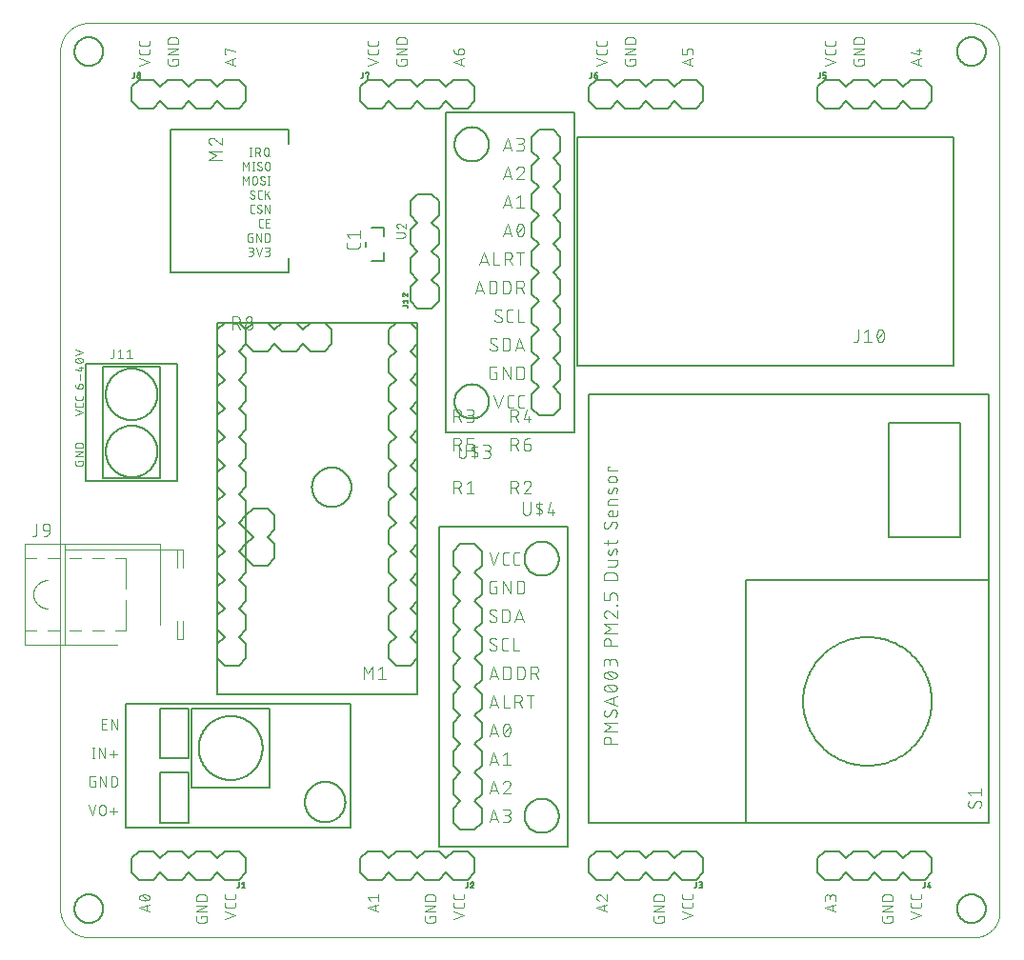
<source format=gto>
G75*
%MOIN*%
%OFA0B0*%
%FSLAX25Y25*%
%IPPOS*%
%LPD*%
%AMOC8*
5,1,8,0,0,1.08239X$1,22.5*
%
%ADD10C,0.00000*%
%ADD11C,0.00600*%
%ADD12C,0.00300*%
%ADD13C,0.00800*%
%ADD14C,0.00500*%
%ADD15C,0.00394*%
%ADD16C,0.00400*%
D10*
X0013520Y0011600D02*
X0013520Y0311561D01*
X0013523Y0311803D01*
X0013532Y0312044D01*
X0013546Y0312285D01*
X0013567Y0312526D01*
X0013593Y0312766D01*
X0013625Y0313006D01*
X0013663Y0313245D01*
X0013706Y0313482D01*
X0013756Y0313719D01*
X0013811Y0313954D01*
X0013871Y0314188D01*
X0013938Y0314420D01*
X0014009Y0314651D01*
X0014087Y0314880D01*
X0014170Y0315107D01*
X0014258Y0315332D01*
X0014352Y0315555D01*
X0014451Y0315775D01*
X0014556Y0315993D01*
X0014665Y0316208D01*
X0014780Y0316421D01*
X0014900Y0316631D01*
X0015025Y0316837D01*
X0015155Y0317041D01*
X0015290Y0317242D01*
X0015430Y0317439D01*
X0015574Y0317633D01*
X0015723Y0317823D01*
X0015877Y0318009D01*
X0016035Y0318192D01*
X0016197Y0318371D01*
X0016364Y0318546D01*
X0016535Y0318717D01*
X0016710Y0318884D01*
X0016889Y0319046D01*
X0017072Y0319204D01*
X0017258Y0319358D01*
X0017448Y0319507D01*
X0017642Y0319651D01*
X0017839Y0319791D01*
X0018040Y0319926D01*
X0018244Y0320056D01*
X0018450Y0320181D01*
X0018660Y0320301D01*
X0018873Y0320416D01*
X0019088Y0320525D01*
X0019306Y0320630D01*
X0019526Y0320729D01*
X0019749Y0320823D01*
X0019974Y0320911D01*
X0020201Y0320994D01*
X0020430Y0321072D01*
X0020661Y0321143D01*
X0020893Y0321210D01*
X0021127Y0321270D01*
X0021362Y0321325D01*
X0021599Y0321375D01*
X0021836Y0321418D01*
X0022075Y0321456D01*
X0022315Y0321488D01*
X0022555Y0321514D01*
X0022796Y0321535D01*
X0023037Y0321549D01*
X0023278Y0321558D01*
X0023520Y0321561D01*
X0332260Y0321561D01*
X0332501Y0321558D01*
X0332741Y0321549D01*
X0332982Y0321535D01*
X0333221Y0321514D01*
X0333461Y0321488D01*
X0333699Y0321456D01*
X0333937Y0321419D01*
X0334174Y0321375D01*
X0334409Y0321326D01*
X0334644Y0321272D01*
X0334877Y0321211D01*
X0335108Y0321145D01*
X0335338Y0321073D01*
X0335566Y0320996D01*
X0335792Y0320914D01*
X0336016Y0320826D01*
X0336238Y0320732D01*
X0336458Y0320633D01*
X0336675Y0320529D01*
X0336889Y0320420D01*
X0337101Y0320306D01*
X0337310Y0320186D01*
X0337516Y0320062D01*
X0337719Y0319932D01*
X0337918Y0319798D01*
X0338115Y0319659D01*
X0338308Y0319515D01*
X0338497Y0319366D01*
X0338683Y0319213D01*
X0338865Y0319056D01*
X0339044Y0318894D01*
X0339218Y0318728D01*
X0339388Y0318558D01*
X0339554Y0318384D01*
X0339716Y0318205D01*
X0339873Y0318023D01*
X0340026Y0317837D01*
X0340175Y0317648D01*
X0340319Y0317455D01*
X0340458Y0317258D01*
X0340592Y0317059D01*
X0340722Y0316856D01*
X0340846Y0316650D01*
X0340966Y0316441D01*
X0341080Y0316229D01*
X0341189Y0316015D01*
X0341293Y0315798D01*
X0341392Y0315578D01*
X0341486Y0315356D01*
X0341574Y0315132D01*
X0341656Y0314906D01*
X0341733Y0314678D01*
X0341805Y0314448D01*
X0341871Y0314217D01*
X0341932Y0313984D01*
X0341986Y0313749D01*
X0342035Y0313514D01*
X0342079Y0313277D01*
X0342116Y0313039D01*
X0342148Y0312801D01*
X0342174Y0312561D01*
X0342195Y0312322D01*
X0342209Y0312081D01*
X0342218Y0311841D01*
X0342221Y0311600D01*
X0342220Y0311600D02*
X0342220Y0010301D01*
X0342221Y0010301D02*
X0342218Y0010091D01*
X0342211Y0009881D01*
X0342198Y0009671D01*
X0342180Y0009461D01*
X0342158Y0009252D01*
X0342130Y0009044D01*
X0342097Y0008836D01*
X0342059Y0008629D01*
X0342016Y0008423D01*
X0341968Y0008219D01*
X0341915Y0008015D01*
X0341858Y0007813D01*
X0341795Y0007612D01*
X0341728Y0007413D01*
X0341656Y0007216D01*
X0341579Y0007020D01*
X0341497Y0006826D01*
X0341411Y0006634D01*
X0341320Y0006445D01*
X0341224Y0006257D01*
X0341124Y0006072D01*
X0341020Y0005890D01*
X0340911Y0005710D01*
X0340798Y0005533D01*
X0340681Y0005358D01*
X0340559Y0005187D01*
X0340434Y0005018D01*
X0340304Y0004853D01*
X0340170Y0004690D01*
X0340033Y0004531D01*
X0339891Y0004375D01*
X0339746Y0004223D01*
X0339598Y0004075D01*
X0339446Y0003930D01*
X0339290Y0003788D01*
X0339131Y0003651D01*
X0338968Y0003517D01*
X0338803Y0003387D01*
X0338634Y0003262D01*
X0338463Y0003140D01*
X0338288Y0003023D01*
X0338111Y0002910D01*
X0337931Y0002801D01*
X0337749Y0002697D01*
X0337564Y0002597D01*
X0337376Y0002501D01*
X0337187Y0002410D01*
X0336995Y0002324D01*
X0336801Y0002242D01*
X0336605Y0002165D01*
X0336408Y0002093D01*
X0336209Y0002026D01*
X0336008Y0001963D01*
X0335806Y0001906D01*
X0335602Y0001853D01*
X0335398Y0001805D01*
X0335192Y0001762D01*
X0334985Y0001724D01*
X0334777Y0001691D01*
X0334569Y0001663D01*
X0334360Y0001641D01*
X0334150Y0001623D01*
X0333940Y0001610D01*
X0333730Y0001603D01*
X0333520Y0001600D01*
X0023520Y0001600D01*
X0023278Y0001603D01*
X0023037Y0001612D01*
X0022796Y0001626D01*
X0022555Y0001647D01*
X0022315Y0001673D01*
X0022075Y0001705D01*
X0021836Y0001743D01*
X0021599Y0001786D01*
X0021362Y0001836D01*
X0021127Y0001891D01*
X0020893Y0001951D01*
X0020661Y0002018D01*
X0020430Y0002089D01*
X0020201Y0002167D01*
X0019974Y0002250D01*
X0019749Y0002338D01*
X0019526Y0002432D01*
X0019306Y0002531D01*
X0019088Y0002636D01*
X0018873Y0002745D01*
X0018660Y0002860D01*
X0018450Y0002980D01*
X0018244Y0003105D01*
X0018040Y0003235D01*
X0017839Y0003370D01*
X0017642Y0003510D01*
X0017448Y0003654D01*
X0017258Y0003803D01*
X0017072Y0003957D01*
X0016889Y0004115D01*
X0016710Y0004277D01*
X0016535Y0004444D01*
X0016364Y0004615D01*
X0016197Y0004790D01*
X0016035Y0004969D01*
X0015877Y0005152D01*
X0015723Y0005338D01*
X0015574Y0005528D01*
X0015430Y0005722D01*
X0015290Y0005919D01*
X0015155Y0006120D01*
X0015025Y0006324D01*
X0014900Y0006530D01*
X0014780Y0006740D01*
X0014665Y0006953D01*
X0014556Y0007168D01*
X0014451Y0007386D01*
X0014352Y0007606D01*
X0014258Y0007829D01*
X0014170Y0008054D01*
X0014087Y0008281D01*
X0014009Y0008510D01*
X0013938Y0008741D01*
X0013871Y0008973D01*
X0013811Y0009207D01*
X0013756Y0009442D01*
X0013706Y0009679D01*
X0013663Y0009916D01*
X0013625Y0010155D01*
X0013593Y0010395D01*
X0013567Y0010635D01*
X0013546Y0010876D01*
X0013532Y0011117D01*
X0013523Y0011358D01*
X0013520Y0011600D01*
D11*
X0018520Y0011600D02*
X0018522Y0011741D01*
X0018528Y0011882D01*
X0018538Y0012022D01*
X0018552Y0012162D01*
X0018570Y0012302D01*
X0018591Y0012441D01*
X0018617Y0012580D01*
X0018646Y0012718D01*
X0018680Y0012854D01*
X0018717Y0012990D01*
X0018758Y0013125D01*
X0018803Y0013259D01*
X0018852Y0013391D01*
X0018904Y0013522D01*
X0018960Y0013651D01*
X0019020Y0013778D01*
X0019083Y0013904D01*
X0019149Y0014028D01*
X0019220Y0014151D01*
X0019293Y0014271D01*
X0019370Y0014389D01*
X0019450Y0014505D01*
X0019534Y0014618D01*
X0019620Y0014729D01*
X0019710Y0014838D01*
X0019803Y0014944D01*
X0019898Y0015047D01*
X0019997Y0015148D01*
X0020098Y0015246D01*
X0020202Y0015341D01*
X0020309Y0015433D01*
X0020418Y0015522D01*
X0020530Y0015607D01*
X0020644Y0015690D01*
X0020760Y0015770D01*
X0020879Y0015846D01*
X0021000Y0015918D01*
X0021122Y0015988D01*
X0021247Y0016053D01*
X0021373Y0016116D01*
X0021501Y0016174D01*
X0021631Y0016229D01*
X0021762Y0016281D01*
X0021895Y0016328D01*
X0022029Y0016372D01*
X0022164Y0016413D01*
X0022300Y0016449D01*
X0022437Y0016481D01*
X0022575Y0016510D01*
X0022713Y0016535D01*
X0022853Y0016555D01*
X0022993Y0016572D01*
X0023133Y0016585D01*
X0023274Y0016594D01*
X0023414Y0016599D01*
X0023555Y0016600D01*
X0023696Y0016597D01*
X0023837Y0016590D01*
X0023977Y0016579D01*
X0024117Y0016564D01*
X0024257Y0016545D01*
X0024396Y0016523D01*
X0024534Y0016496D01*
X0024672Y0016466D01*
X0024808Y0016431D01*
X0024944Y0016393D01*
X0025078Y0016351D01*
X0025212Y0016305D01*
X0025344Y0016256D01*
X0025474Y0016202D01*
X0025603Y0016145D01*
X0025730Y0016085D01*
X0025856Y0016021D01*
X0025979Y0015953D01*
X0026101Y0015882D01*
X0026221Y0015808D01*
X0026338Y0015730D01*
X0026453Y0015649D01*
X0026566Y0015565D01*
X0026677Y0015478D01*
X0026785Y0015387D01*
X0026890Y0015294D01*
X0026993Y0015197D01*
X0027093Y0015098D01*
X0027190Y0014996D01*
X0027284Y0014891D01*
X0027375Y0014784D01*
X0027463Y0014674D01*
X0027548Y0014562D01*
X0027630Y0014447D01*
X0027709Y0014330D01*
X0027784Y0014211D01*
X0027856Y0014090D01*
X0027924Y0013967D01*
X0027989Y0013842D01*
X0028051Y0013715D01*
X0028108Y0013586D01*
X0028163Y0013456D01*
X0028213Y0013325D01*
X0028260Y0013192D01*
X0028303Y0013058D01*
X0028342Y0012922D01*
X0028377Y0012786D01*
X0028409Y0012649D01*
X0028436Y0012511D01*
X0028460Y0012372D01*
X0028480Y0012232D01*
X0028496Y0012092D01*
X0028508Y0011952D01*
X0028516Y0011811D01*
X0028520Y0011670D01*
X0028520Y0011530D01*
X0028516Y0011389D01*
X0028508Y0011248D01*
X0028496Y0011108D01*
X0028480Y0010968D01*
X0028460Y0010828D01*
X0028436Y0010689D01*
X0028409Y0010551D01*
X0028377Y0010414D01*
X0028342Y0010278D01*
X0028303Y0010142D01*
X0028260Y0010008D01*
X0028213Y0009875D01*
X0028163Y0009744D01*
X0028108Y0009614D01*
X0028051Y0009485D01*
X0027989Y0009358D01*
X0027924Y0009233D01*
X0027856Y0009110D01*
X0027784Y0008989D01*
X0027709Y0008870D01*
X0027630Y0008753D01*
X0027548Y0008638D01*
X0027463Y0008526D01*
X0027375Y0008416D01*
X0027284Y0008309D01*
X0027190Y0008204D01*
X0027093Y0008102D01*
X0026993Y0008003D01*
X0026890Y0007906D01*
X0026785Y0007813D01*
X0026677Y0007722D01*
X0026566Y0007635D01*
X0026453Y0007551D01*
X0026338Y0007470D01*
X0026221Y0007392D01*
X0026101Y0007318D01*
X0025979Y0007247D01*
X0025856Y0007179D01*
X0025730Y0007115D01*
X0025603Y0007055D01*
X0025474Y0006998D01*
X0025344Y0006944D01*
X0025212Y0006895D01*
X0025078Y0006849D01*
X0024944Y0006807D01*
X0024808Y0006769D01*
X0024672Y0006734D01*
X0024534Y0006704D01*
X0024396Y0006677D01*
X0024257Y0006655D01*
X0024117Y0006636D01*
X0023977Y0006621D01*
X0023837Y0006610D01*
X0023696Y0006603D01*
X0023555Y0006600D01*
X0023414Y0006601D01*
X0023274Y0006606D01*
X0023133Y0006615D01*
X0022993Y0006628D01*
X0022853Y0006645D01*
X0022713Y0006665D01*
X0022575Y0006690D01*
X0022437Y0006719D01*
X0022300Y0006751D01*
X0022164Y0006787D01*
X0022029Y0006828D01*
X0021895Y0006872D01*
X0021762Y0006919D01*
X0021631Y0006971D01*
X0021501Y0007026D01*
X0021373Y0007084D01*
X0021247Y0007147D01*
X0021122Y0007212D01*
X0021000Y0007282D01*
X0020879Y0007354D01*
X0020760Y0007430D01*
X0020644Y0007510D01*
X0020530Y0007593D01*
X0020418Y0007678D01*
X0020309Y0007767D01*
X0020202Y0007859D01*
X0020098Y0007954D01*
X0019997Y0008052D01*
X0019898Y0008153D01*
X0019803Y0008256D01*
X0019710Y0008362D01*
X0019620Y0008471D01*
X0019534Y0008582D01*
X0019450Y0008695D01*
X0019370Y0008811D01*
X0019293Y0008929D01*
X0019220Y0009049D01*
X0019149Y0009172D01*
X0019083Y0009296D01*
X0019020Y0009422D01*
X0018960Y0009549D01*
X0018904Y0009678D01*
X0018852Y0009809D01*
X0018803Y0009941D01*
X0018758Y0010075D01*
X0018717Y0010210D01*
X0018680Y0010346D01*
X0018646Y0010482D01*
X0018617Y0010620D01*
X0018591Y0010759D01*
X0018570Y0010898D01*
X0018552Y0011038D01*
X0018538Y0011178D01*
X0018528Y0011318D01*
X0018522Y0011459D01*
X0018520Y0011600D01*
X0101630Y0159100D02*
X0101632Y0159269D01*
X0101638Y0159438D01*
X0101649Y0159607D01*
X0101663Y0159775D01*
X0101682Y0159943D01*
X0101705Y0160111D01*
X0101731Y0160278D01*
X0101762Y0160444D01*
X0101797Y0160610D01*
X0101836Y0160774D01*
X0101880Y0160938D01*
X0101927Y0161100D01*
X0101978Y0161261D01*
X0102033Y0161421D01*
X0102092Y0161580D01*
X0102154Y0161737D01*
X0102221Y0161892D01*
X0102292Y0162046D01*
X0102366Y0162198D01*
X0102444Y0162348D01*
X0102525Y0162496D01*
X0102610Y0162642D01*
X0102699Y0162786D01*
X0102791Y0162928D01*
X0102887Y0163067D01*
X0102986Y0163204D01*
X0103088Y0163339D01*
X0103194Y0163471D01*
X0103303Y0163600D01*
X0103415Y0163727D01*
X0103530Y0163851D01*
X0103648Y0163972D01*
X0103769Y0164090D01*
X0103893Y0164205D01*
X0104020Y0164317D01*
X0104149Y0164426D01*
X0104281Y0164532D01*
X0104416Y0164634D01*
X0104553Y0164733D01*
X0104692Y0164829D01*
X0104834Y0164921D01*
X0104978Y0165010D01*
X0105124Y0165095D01*
X0105272Y0165176D01*
X0105422Y0165254D01*
X0105574Y0165328D01*
X0105728Y0165399D01*
X0105883Y0165466D01*
X0106040Y0165528D01*
X0106199Y0165587D01*
X0106359Y0165642D01*
X0106520Y0165693D01*
X0106682Y0165740D01*
X0106846Y0165784D01*
X0107010Y0165823D01*
X0107176Y0165858D01*
X0107342Y0165889D01*
X0107509Y0165915D01*
X0107677Y0165938D01*
X0107845Y0165957D01*
X0108013Y0165971D01*
X0108182Y0165982D01*
X0108351Y0165988D01*
X0108520Y0165990D01*
X0108689Y0165988D01*
X0108858Y0165982D01*
X0109027Y0165971D01*
X0109195Y0165957D01*
X0109363Y0165938D01*
X0109531Y0165915D01*
X0109698Y0165889D01*
X0109864Y0165858D01*
X0110030Y0165823D01*
X0110194Y0165784D01*
X0110358Y0165740D01*
X0110520Y0165693D01*
X0110681Y0165642D01*
X0110841Y0165587D01*
X0111000Y0165528D01*
X0111157Y0165466D01*
X0111312Y0165399D01*
X0111466Y0165328D01*
X0111618Y0165254D01*
X0111768Y0165176D01*
X0111916Y0165095D01*
X0112062Y0165010D01*
X0112206Y0164921D01*
X0112348Y0164829D01*
X0112487Y0164733D01*
X0112624Y0164634D01*
X0112759Y0164532D01*
X0112891Y0164426D01*
X0113020Y0164317D01*
X0113147Y0164205D01*
X0113271Y0164090D01*
X0113392Y0163972D01*
X0113510Y0163851D01*
X0113625Y0163727D01*
X0113737Y0163600D01*
X0113846Y0163471D01*
X0113952Y0163339D01*
X0114054Y0163204D01*
X0114153Y0163067D01*
X0114249Y0162928D01*
X0114341Y0162786D01*
X0114430Y0162642D01*
X0114515Y0162496D01*
X0114596Y0162348D01*
X0114674Y0162198D01*
X0114748Y0162046D01*
X0114819Y0161892D01*
X0114886Y0161737D01*
X0114948Y0161580D01*
X0115007Y0161421D01*
X0115062Y0161261D01*
X0115113Y0161100D01*
X0115160Y0160938D01*
X0115204Y0160774D01*
X0115243Y0160610D01*
X0115278Y0160444D01*
X0115309Y0160278D01*
X0115335Y0160111D01*
X0115358Y0159943D01*
X0115377Y0159775D01*
X0115391Y0159607D01*
X0115402Y0159438D01*
X0115408Y0159269D01*
X0115410Y0159100D01*
X0115408Y0158931D01*
X0115402Y0158762D01*
X0115391Y0158593D01*
X0115377Y0158425D01*
X0115358Y0158257D01*
X0115335Y0158089D01*
X0115309Y0157922D01*
X0115278Y0157756D01*
X0115243Y0157590D01*
X0115204Y0157426D01*
X0115160Y0157262D01*
X0115113Y0157100D01*
X0115062Y0156939D01*
X0115007Y0156779D01*
X0114948Y0156620D01*
X0114886Y0156463D01*
X0114819Y0156308D01*
X0114748Y0156154D01*
X0114674Y0156002D01*
X0114596Y0155852D01*
X0114515Y0155704D01*
X0114430Y0155558D01*
X0114341Y0155414D01*
X0114249Y0155272D01*
X0114153Y0155133D01*
X0114054Y0154996D01*
X0113952Y0154861D01*
X0113846Y0154729D01*
X0113737Y0154600D01*
X0113625Y0154473D01*
X0113510Y0154349D01*
X0113392Y0154228D01*
X0113271Y0154110D01*
X0113147Y0153995D01*
X0113020Y0153883D01*
X0112891Y0153774D01*
X0112759Y0153668D01*
X0112624Y0153566D01*
X0112487Y0153467D01*
X0112348Y0153371D01*
X0112206Y0153279D01*
X0112062Y0153190D01*
X0111916Y0153105D01*
X0111768Y0153024D01*
X0111618Y0152946D01*
X0111466Y0152872D01*
X0111312Y0152801D01*
X0111157Y0152734D01*
X0111000Y0152672D01*
X0110841Y0152613D01*
X0110681Y0152558D01*
X0110520Y0152507D01*
X0110358Y0152460D01*
X0110194Y0152416D01*
X0110030Y0152377D01*
X0109864Y0152342D01*
X0109698Y0152311D01*
X0109531Y0152285D01*
X0109363Y0152262D01*
X0109195Y0152243D01*
X0109027Y0152229D01*
X0108858Y0152218D01*
X0108689Y0152212D01*
X0108520Y0152210D01*
X0108351Y0152212D01*
X0108182Y0152218D01*
X0108013Y0152229D01*
X0107845Y0152243D01*
X0107677Y0152262D01*
X0107509Y0152285D01*
X0107342Y0152311D01*
X0107176Y0152342D01*
X0107010Y0152377D01*
X0106846Y0152416D01*
X0106682Y0152460D01*
X0106520Y0152507D01*
X0106359Y0152558D01*
X0106199Y0152613D01*
X0106040Y0152672D01*
X0105883Y0152734D01*
X0105728Y0152801D01*
X0105574Y0152872D01*
X0105422Y0152946D01*
X0105272Y0153024D01*
X0105124Y0153105D01*
X0104978Y0153190D01*
X0104834Y0153279D01*
X0104692Y0153371D01*
X0104553Y0153467D01*
X0104416Y0153566D01*
X0104281Y0153668D01*
X0104149Y0153774D01*
X0104020Y0153883D01*
X0103893Y0153995D01*
X0103769Y0154110D01*
X0103648Y0154228D01*
X0103530Y0154349D01*
X0103415Y0154473D01*
X0103303Y0154600D01*
X0103194Y0154729D01*
X0103088Y0154861D01*
X0102986Y0154996D01*
X0102887Y0155133D01*
X0102791Y0155272D01*
X0102699Y0155414D01*
X0102610Y0155558D01*
X0102525Y0155704D01*
X0102444Y0155852D01*
X0102366Y0156002D01*
X0102292Y0156154D01*
X0102221Y0156308D01*
X0102154Y0156463D01*
X0102092Y0156620D01*
X0102033Y0156779D01*
X0101978Y0156939D01*
X0101927Y0157100D01*
X0101880Y0157262D01*
X0101836Y0157426D01*
X0101797Y0157590D01*
X0101762Y0157756D01*
X0101731Y0157922D01*
X0101705Y0158089D01*
X0101682Y0158257D01*
X0101663Y0158425D01*
X0101649Y0158593D01*
X0101638Y0158762D01*
X0101632Y0158931D01*
X0101630Y0159100D01*
X0018520Y0311600D02*
X0018522Y0311741D01*
X0018528Y0311882D01*
X0018538Y0312022D01*
X0018552Y0312162D01*
X0018570Y0312302D01*
X0018591Y0312441D01*
X0018617Y0312580D01*
X0018646Y0312718D01*
X0018680Y0312854D01*
X0018717Y0312990D01*
X0018758Y0313125D01*
X0018803Y0313259D01*
X0018852Y0313391D01*
X0018904Y0313522D01*
X0018960Y0313651D01*
X0019020Y0313778D01*
X0019083Y0313904D01*
X0019149Y0314028D01*
X0019220Y0314151D01*
X0019293Y0314271D01*
X0019370Y0314389D01*
X0019450Y0314505D01*
X0019534Y0314618D01*
X0019620Y0314729D01*
X0019710Y0314838D01*
X0019803Y0314944D01*
X0019898Y0315047D01*
X0019997Y0315148D01*
X0020098Y0315246D01*
X0020202Y0315341D01*
X0020309Y0315433D01*
X0020418Y0315522D01*
X0020530Y0315607D01*
X0020644Y0315690D01*
X0020760Y0315770D01*
X0020879Y0315846D01*
X0021000Y0315918D01*
X0021122Y0315988D01*
X0021247Y0316053D01*
X0021373Y0316116D01*
X0021501Y0316174D01*
X0021631Y0316229D01*
X0021762Y0316281D01*
X0021895Y0316328D01*
X0022029Y0316372D01*
X0022164Y0316413D01*
X0022300Y0316449D01*
X0022437Y0316481D01*
X0022575Y0316510D01*
X0022713Y0316535D01*
X0022853Y0316555D01*
X0022993Y0316572D01*
X0023133Y0316585D01*
X0023274Y0316594D01*
X0023414Y0316599D01*
X0023555Y0316600D01*
X0023696Y0316597D01*
X0023837Y0316590D01*
X0023977Y0316579D01*
X0024117Y0316564D01*
X0024257Y0316545D01*
X0024396Y0316523D01*
X0024534Y0316496D01*
X0024672Y0316466D01*
X0024808Y0316431D01*
X0024944Y0316393D01*
X0025078Y0316351D01*
X0025212Y0316305D01*
X0025344Y0316256D01*
X0025474Y0316202D01*
X0025603Y0316145D01*
X0025730Y0316085D01*
X0025856Y0316021D01*
X0025979Y0315953D01*
X0026101Y0315882D01*
X0026221Y0315808D01*
X0026338Y0315730D01*
X0026453Y0315649D01*
X0026566Y0315565D01*
X0026677Y0315478D01*
X0026785Y0315387D01*
X0026890Y0315294D01*
X0026993Y0315197D01*
X0027093Y0315098D01*
X0027190Y0314996D01*
X0027284Y0314891D01*
X0027375Y0314784D01*
X0027463Y0314674D01*
X0027548Y0314562D01*
X0027630Y0314447D01*
X0027709Y0314330D01*
X0027784Y0314211D01*
X0027856Y0314090D01*
X0027924Y0313967D01*
X0027989Y0313842D01*
X0028051Y0313715D01*
X0028108Y0313586D01*
X0028163Y0313456D01*
X0028213Y0313325D01*
X0028260Y0313192D01*
X0028303Y0313058D01*
X0028342Y0312922D01*
X0028377Y0312786D01*
X0028409Y0312649D01*
X0028436Y0312511D01*
X0028460Y0312372D01*
X0028480Y0312232D01*
X0028496Y0312092D01*
X0028508Y0311952D01*
X0028516Y0311811D01*
X0028520Y0311670D01*
X0028520Y0311530D01*
X0028516Y0311389D01*
X0028508Y0311248D01*
X0028496Y0311108D01*
X0028480Y0310968D01*
X0028460Y0310828D01*
X0028436Y0310689D01*
X0028409Y0310551D01*
X0028377Y0310414D01*
X0028342Y0310278D01*
X0028303Y0310142D01*
X0028260Y0310008D01*
X0028213Y0309875D01*
X0028163Y0309744D01*
X0028108Y0309614D01*
X0028051Y0309485D01*
X0027989Y0309358D01*
X0027924Y0309233D01*
X0027856Y0309110D01*
X0027784Y0308989D01*
X0027709Y0308870D01*
X0027630Y0308753D01*
X0027548Y0308638D01*
X0027463Y0308526D01*
X0027375Y0308416D01*
X0027284Y0308309D01*
X0027190Y0308204D01*
X0027093Y0308102D01*
X0026993Y0308003D01*
X0026890Y0307906D01*
X0026785Y0307813D01*
X0026677Y0307722D01*
X0026566Y0307635D01*
X0026453Y0307551D01*
X0026338Y0307470D01*
X0026221Y0307392D01*
X0026101Y0307318D01*
X0025979Y0307247D01*
X0025856Y0307179D01*
X0025730Y0307115D01*
X0025603Y0307055D01*
X0025474Y0306998D01*
X0025344Y0306944D01*
X0025212Y0306895D01*
X0025078Y0306849D01*
X0024944Y0306807D01*
X0024808Y0306769D01*
X0024672Y0306734D01*
X0024534Y0306704D01*
X0024396Y0306677D01*
X0024257Y0306655D01*
X0024117Y0306636D01*
X0023977Y0306621D01*
X0023837Y0306610D01*
X0023696Y0306603D01*
X0023555Y0306600D01*
X0023414Y0306601D01*
X0023274Y0306606D01*
X0023133Y0306615D01*
X0022993Y0306628D01*
X0022853Y0306645D01*
X0022713Y0306665D01*
X0022575Y0306690D01*
X0022437Y0306719D01*
X0022300Y0306751D01*
X0022164Y0306787D01*
X0022029Y0306828D01*
X0021895Y0306872D01*
X0021762Y0306919D01*
X0021631Y0306971D01*
X0021501Y0307026D01*
X0021373Y0307084D01*
X0021247Y0307147D01*
X0021122Y0307212D01*
X0021000Y0307282D01*
X0020879Y0307354D01*
X0020760Y0307430D01*
X0020644Y0307510D01*
X0020530Y0307593D01*
X0020418Y0307678D01*
X0020309Y0307767D01*
X0020202Y0307859D01*
X0020098Y0307954D01*
X0019997Y0308052D01*
X0019898Y0308153D01*
X0019803Y0308256D01*
X0019710Y0308362D01*
X0019620Y0308471D01*
X0019534Y0308582D01*
X0019450Y0308695D01*
X0019370Y0308811D01*
X0019293Y0308929D01*
X0019220Y0309049D01*
X0019149Y0309172D01*
X0019083Y0309296D01*
X0019020Y0309422D01*
X0018960Y0309549D01*
X0018904Y0309678D01*
X0018852Y0309809D01*
X0018803Y0309941D01*
X0018758Y0310075D01*
X0018717Y0310210D01*
X0018680Y0310346D01*
X0018646Y0310482D01*
X0018617Y0310620D01*
X0018591Y0310759D01*
X0018570Y0310898D01*
X0018552Y0311038D01*
X0018538Y0311178D01*
X0018528Y0311318D01*
X0018522Y0311459D01*
X0018520Y0311600D01*
X0327417Y0311600D02*
X0327419Y0311741D01*
X0327425Y0311882D01*
X0327435Y0312022D01*
X0327449Y0312162D01*
X0327467Y0312302D01*
X0327488Y0312441D01*
X0327514Y0312580D01*
X0327543Y0312718D01*
X0327577Y0312854D01*
X0327614Y0312990D01*
X0327655Y0313125D01*
X0327700Y0313259D01*
X0327749Y0313391D01*
X0327801Y0313522D01*
X0327857Y0313651D01*
X0327917Y0313778D01*
X0327980Y0313904D01*
X0328046Y0314028D01*
X0328117Y0314151D01*
X0328190Y0314271D01*
X0328267Y0314389D01*
X0328347Y0314505D01*
X0328431Y0314618D01*
X0328517Y0314729D01*
X0328607Y0314838D01*
X0328700Y0314944D01*
X0328795Y0315047D01*
X0328894Y0315148D01*
X0328995Y0315246D01*
X0329099Y0315341D01*
X0329206Y0315433D01*
X0329315Y0315522D01*
X0329427Y0315607D01*
X0329541Y0315690D01*
X0329657Y0315770D01*
X0329776Y0315846D01*
X0329897Y0315918D01*
X0330019Y0315988D01*
X0330144Y0316053D01*
X0330270Y0316116D01*
X0330398Y0316174D01*
X0330528Y0316229D01*
X0330659Y0316281D01*
X0330792Y0316328D01*
X0330926Y0316372D01*
X0331061Y0316413D01*
X0331197Y0316449D01*
X0331334Y0316481D01*
X0331472Y0316510D01*
X0331610Y0316535D01*
X0331750Y0316555D01*
X0331890Y0316572D01*
X0332030Y0316585D01*
X0332171Y0316594D01*
X0332311Y0316599D01*
X0332452Y0316600D01*
X0332593Y0316597D01*
X0332734Y0316590D01*
X0332874Y0316579D01*
X0333014Y0316564D01*
X0333154Y0316545D01*
X0333293Y0316523D01*
X0333431Y0316496D01*
X0333569Y0316466D01*
X0333705Y0316431D01*
X0333841Y0316393D01*
X0333975Y0316351D01*
X0334109Y0316305D01*
X0334241Y0316256D01*
X0334371Y0316202D01*
X0334500Y0316145D01*
X0334627Y0316085D01*
X0334753Y0316021D01*
X0334876Y0315953D01*
X0334998Y0315882D01*
X0335118Y0315808D01*
X0335235Y0315730D01*
X0335350Y0315649D01*
X0335463Y0315565D01*
X0335574Y0315478D01*
X0335682Y0315387D01*
X0335787Y0315294D01*
X0335890Y0315197D01*
X0335990Y0315098D01*
X0336087Y0314996D01*
X0336181Y0314891D01*
X0336272Y0314784D01*
X0336360Y0314674D01*
X0336445Y0314562D01*
X0336527Y0314447D01*
X0336606Y0314330D01*
X0336681Y0314211D01*
X0336753Y0314090D01*
X0336821Y0313967D01*
X0336886Y0313842D01*
X0336948Y0313715D01*
X0337005Y0313586D01*
X0337060Y0313456D01*
X0337110Y0313325D01*
X0337157Y0313192D01*
X0337200Y0313058D01*
X0337239Y0312922D01*
X0337274Y0312786D01*
X0337306Y0312649D01*
X0337333Y0312511D01*
X0337357Y0312372D01*
X0337377Y0312232D01*
X0337393Y0312092D01*
X0337405Y0311952D01*
X0337413Y0311811D01*
X0337417Y0311670D01*
X0337417Y0311530D01*
X0337413Y0311389D01*
X0337405Y0311248D01*
X0337393Y0311108D01*
X0337377Y0310968D01*
X0337357Y0310828D01*
X0337333Y0310689D01*
X0337306Y0310551D01*
X0337274Y0310414D01*
X0337239Y0310278D01*
X0337200Y0310142D01*
X0337157Y0310008D01*
X0337110Y0309875D01*
X0337060Y0309744D01*
X0337005Y0309614D01*
X0336948Y0309485D01*
X0336886Y0309358D01*
X0336821Y0309233D01*
X0336753Y0309110D01*
X0336681Y0308989D01*
X0336606Y0308870D01*
X0336527Y0308753D01*
X0336445Y0308638D01*
X0336360Y0308526D01*
X0336272Y0308416D01*
X0336181Y0308309D01*
X0336087Y0308204D01*
X0335990Y0308102D01*
X0335890Y0308003D01*
X0335787Y0307906D01*
X0335682Y0307813D01*
X0335574Y0307722D01*
X0335463Y0307635D01*
X0335350Y0307551D01*
X0335235Y0307470D01*
X0335118Y0307392D01*
X0334998Y0307318D01*
X0334876Y0307247D01*
X0334753Y0307179D01*
X0334627Y0307115D01*
X0334500Y0307055D01*
X0334371Y0306998D01*
X0334241Y0306944D01*
X0334109Y0306895D01*
X0333975Y0306849D01*
X0333841Y0306807D01*
X0333705Y0306769D01*
X0333569Y0306734D01*
X0333431Y0306704D01*
X0333293Y0306677D01*
X0333154Y0306655D01*
X0333014Y0306636D01*
X0332874Y0306621D01*
X0332734Y0306610D01*
X0332593Y0306603D01*
X0332452Y0306600D01*
X0332311Y0306601D01*
X0332171Y0306606D01*
X0332030Y0306615D01*
X0331890Y0306628D01*
X0331750Y0306645D01*
X0331610Y0306665D01*
X0331472Y0306690D01*
X0331334Y0306719D01*
X0331197Y0306751D01*
X0331061Y0306787D01*
X0330926Y0306828D01*
X0330792Y0306872D01*
X0330659Y0306919D01*
X0330528Y0306971D01*
X0330398Y0307026D01*
X0330270Y0307084D01*
X0330144Y0307147D01*
X0330019Y0307212D01*
X0329897Y0307282D01*
X0329776Y0307354D01*
X0329657Y0307430D01*
X0329541Y0307510D01*
X0329427Y0307593D01*
X0329315Y0307678D01*
X0329206Y0307767D01*
X0329099Y0307859D01*
X0328995Y0307954D01*
X0328894Y0308052D01*
X0328795Y0308153D01*
X0328700Y0308256D01*
X0328607Y0308362D01*
X0328517Y0308471D01*
X0328431Y0308582D01*
X0328347Y0308695D01*
X0328267Y0308811D01*
X0328190Y0308929D01*
X0328117Y0309049D01*
X0328046Y0309172D01*
X0327980Y0309296D01*
X0327917Y0309422D01*
X0327857Y0309549D01*
X0327801Y0309678D01*
X0327749Y0309809D01*
X0327700Y0309941D01*
X0327655Y0310075D01*
X0327614Y0310210D01*
X0327577Y0310346D01*
X0327543Y0310482D01*
X0327514Y0310620D01*
X0327488Y0310759D01*
X0327467Y0310898D01*
X0327449Y0311038D01*
X0327435Y0311178D01*
X0327425Y0311318D01*
X0327419Y0311459D01*
X0327417Y0311600D01*
X0327417Y0011600D02*
X0327419Y0011741D01*
X0327425Y0011882D01*
X0327435Y0012022D01*
X0327449Y0012162D01*
X0327467Y0012302D01*
X0327488Y0012441D01*
X0327514Y0012580D01*
X0327543Y0012718D01*
X0327577Y0012854D01*
X0327614Y0012990D01*
X0327655Y0013125D01*
X0327700Y0013259D01*
X0327749Y0013391D01*
X0327801Y0013522D01*
X0327857Y0013651D01*
X0327917Y0013778D01*
X0327980Y0013904D01*
X0328046Y0014028D01*
X0328117Y0014151D01*
X0328190Y0014271D01*
X0328267Y0014389D01*
X0328347Y0014505D01*
X0328431Y0014618D01*
X0328517Y0014729D01*
X0328607Y0014838D01*
X0328700Y0014944D01*
X0328795Y0015047D01*
X0328894Y0015148D01*
X0328995Y0015246D01*
X0329099Y0015341D01*
X0329206Y0015433D01*
X0329315Y0015522D01*
X0329427Y0015607D01*
X0329541Y0015690D01*
X0329657Y0015770D01*
X0329776Y0015846D01*
X0329897Y0015918D01*
X0330019Y0015988D01*
X0330144Y0016053D01*
X0330270Y0016116D01*
X0330398Y0016174D01*
X0330528Y0016229D01*
X0330659Y0016281D01*
X0330792Y0016328D01*
X0330926Y0016372D01*
X0331061Y0016413D01*
X0331197Y0016449D01*
X0331334Y0016481D01*
X0331472Y0016510D01*
X0331610Y0016535D01*
X0331750Y0016555D01*
X0331890Y0016572D01*
X0332030Y0016585D01*
X0332171Y0016594D01*
X0332311Y0016599D01*
X0332452Y0016600D01*
X0332593Y0016597D01*
X0332734Y0016590D01*
X0332874Y0016579D01*
X0333014Y0016564D01*
X0333154Y0016545D01*
X0333293Y0016523D01*
X0333431Y0016496D01*
X0333569Y0016466D01*
X0333705Y0016431D01*
X0333841Y0016393D01*
X0333975Y0016351D01*
X0334109Y0016305D01*
X0334241Y0016256D01*
X0334371Y0016202D01*
X0334500Y0016145D01*
X0334627Y0016085D01*
X0334753Y0016021D01*
X0334876Y0015953D01*
X0334998Y0015882D01*
X0335118Y0015808D01*
X0335235Y0015730D01*
X0335350Y0015649D01*
X0335463Y0015565D01*
X0335574Y0015478D01*
X0335682Y0015387D01*
X0335787Y0015294D01*
X0335890Y0015197D01*
X0335990Y0015098D01*
X0336087Y0014996D01*
X0336181Y0014891D01*
X0336272Y0014784D01*
X0336360Y0014674D01*
X0336445Y0014562D01*
X0336527Y0014447D01*
X0336606Y0014330D01*
X0336681Y0014211D01*
X0336753Y0014090D01*
X0336821Y0013967D01*
X0336886Y0013842D01*
X0336948Y0013715D01*
X0337005Y0013586D01*
X0337060Y0013456D01*
X0337110Y0013325D01*
X0337157Y0013192D01*
X0337200Y0013058D01*
X0337239Y0012922D01*
X0337274Y0012786D01*
X0337306Y0012649D01*
X0337333Y0012511D01*
X0337357Y0012372D01*
X0337377Y0012232D01*
X0337393Y0012092D01*
X0337405Y0011952D01*
X0337413Y0011811D01*
X0337417Y0011670D01*
X0337417Y0011530D01*
X0337413Y0011389D01*
X0337405Y0011248D01*
X0337393Y0011108D01*
X0337377Y0010968D01*
X0337357Y0010828D01*
X0337333Y0010689D01*
X0337306Y0010551D01*
X0337274Y0010414D01*
X0337239Y0010278D01*
X0337200Y0010142D01*
X0337157Y0010008D01*
X0337110Y0009875D01*
X0337060Y0009744D01*
X0337005Y0009614D01*
X0336948Y0009485D01*
X0336886Y0009358D01*
X0336821Y0009233D01*
X0336753Y0009110D01*
X0336681Y0008989D01*
X0336606Y0008870D01*
X0336527Y0008753D01*
X0336445Y0008638D01*
X0336360Y0008526D01*
X0336272Y0008416D01*
X0336181Y0008309D01*
X0336087Y0008204D01*
X0335990Y0008102D01*
X0335890Y0008003D01*
X0335787Y0007906D01*
X0335682Y0007813D01*
X0335574Y0007722D01*
X0335463Y0007635D01*
X0335350Y0007551D01*
X0335235Y0007470D01*
X0335118Y0007392D01*
X0334998Y0007318D01*
X0334876Y0007247D01*
X0334753Y0007179D01*
X0334627Y0007115D01*
X0334500Y0007055D01*
X0334371Y0006998D01*
X0334241Y0006944D01*
X0334109Y0006895D01*
X0333975Y0006849D01*
X0333841Y0006807D01*
X0333705Y0006769D01*
X0333569Y0006734D01*
X0333431Y0006704D01*
X0333293Y0006677D01*
X0333154Y0006655D01*
X0333014Y0006636D01*
X0332874Y0006621D01*
X0332734Y0006610D01*
X0332593Y0006603D01*
X0332452Y0006600D01*
X0332311Y0006601D01*
X0332171Y0006606D01*
X0332030Y0006615D01*
X0331890Y0006628D01*
X0331750Y0006645D01*
X0331610Y0006665D01*
X0331472Y0006690D01*
X0331334Y0006719D01*
X0331197Y0006751D01*
X0331061Y0006787D01*
X0330926Y0006828D01*
X0330792Y0006872D01*
X0330659Y0006919D01*
X0330528Y0006971D01*
X0330398Y0007026D01*
X0330270Y0007084D01*
X0330144Y0007147D01*
X0330019Y0007212D01*
X0329897Y0007282D01*
X0329776Y0007354D01*
X0329657Y0007430D01*
X0329541Y0007510D01*
X0329427Y0007593D01*
X0329315Y0007678D01*
X0329206Y0007767D01*
X0329099Y0007859D01*
X0328995Y0007954D01*
X0328894Y0008052D01*
X0328795Y0008153D01*
X0328700Y0008256D01*
X0328607Y0008362D01*
X0328517Y0008471D01*
X0328431Y0008582D01*
X0328347Y0008695D01*
X0328267Y0008811D01*
X0328190Y0008929D01*
X0328117Y0009049D01*
X0328046Y0009172D01*
X0327980Y0009296D01*
X0327917Y0009422D01*
X0327857Y0009549D01*
X0327801Y0009678D01*
X0327749Y0009809D01*
X0327700Y0009941D01*
X0327655Y0010075D01*
X0327614Y0010210D01*
X0327577Y0010346D01*
X0327543Y0010482D01*
X0327514Y0010620D01*
X0327488Y0010759D01*
X0327467Y0010898D01*
X0327449Y0011038D01*
X0327435Y0011178D01*
X0327425Y0011318D01*
X0327419Y0011459D01*
X0327417Y0011600D01*
D12*
X0314870Y0012663D02*
X0314870Y0013486D01*
X0314869Y0012663D02*
X0314867Y0012607D01*
X0314861Y0012551D01*
X0314852Y0012496D01*
X0314839Y0012441D01*
X0314822Y0012388D01*
X0314801Y0012336D01*
X0314777Y0012285D01*
X0314749Y0012236D01*
X0314719Y0012189D01*
X0314685Y0012144D01*
X0314648Y0012102D01*
X0314608Y0012062D01*
X0314566Y0012025D01*
X0314521Y0011991D01*
X0314474Y0011961D01*
X0314425Y0011933D01*
X0314374Y0011909D01*
X0314322Y0011888D01*
X0314269Y0011871D01*
X0314214Y0011858D01*
X0314159Y0011849D01*
X0314103Y0011843D01*
X0314047Y0011841D01*
X0311992Y0011841D01*
X0311936Y0011843D01*
X0311880Y0011849D01*
X0311825Y0011858D01*
X0311770Y0011871D01*
X0311717Y0011888D01*
X0311665Y0011909D01*
X0311614Y0011933D01*
X0311565Y0011961D01*
X0311518Y0011991D01*
X0311473Y0012025D01*
X0311431Y0012062D01*
X0311391Y0012102D01*
X0311354Y0012144D01*
X0311320Y0012189D01*
X0311290Y0012236D01*
X0311262Y0012285D01*
X0311238Y0012335D01*
X0311217Y0012388D01*
X0311200Y0012441D01*
X0311187Y0012496D01*
X0311178Y0012551D01*
X0311172Y0012607D01*
X0311170Y0012663D01*
X0311170Y0013486D01*
X0311992Y0014841D02*
X0314047Y0014841D01*
X0314103Y0014843D01*
X0314159Y0014849D01*
X0314214Y0014858D01*
X0314269Y0014871D01*
X0314322Y0014888D01*
X0314374Y0014909D01*
X0314425Y0014933D01*
X0314474Y0014961D01*
X0314521Y0014991D01*
X0314566Y0015025D01*
X0314608Y0015062D01*
X0314648Y0015102D01*
X0314685Y0015144D01*
X0314719Y0015189D01*
X0314749Y0015236D01*
X0314777Y0015285D01*
X0314801Y0015336D01*
X0314822Y0015388D01*
X0314839Y0015441D01*
X0314852Y0015496D01*
X0314861Y0015551D01*
X0314867Y0015607D01*
X0314869Y0015663D01*
X0314870Y0015663D02*
X0314870Y0016486D01*
X0311992Y0014841D02*
X0311936Y0014843D01*
X0311880Y0014849D01*
X0311825Y0014858D01*
X0311770Y0014871D01*
X0311717Y0014888D01*
X0311665Y0014909D01*
X0311614Y0014933D01*
X0311565Y0014961D01*
X0311518Y0014991D01*
X0311473Y0015025D01*
X0311431Y0015062D01*
X0311391Y0015102D01*
X0311354Y0015144D01*
X0311320Y0015189D01*
X0311290Y0015236D01*
X0311262Y0015285D01*
X0311238Y0015335D01*
X0311217Y0015388D01*
X0311200Y0015441D01*
X0311187Y0015496D01*
X0311178Y0015551D01*
X0311172Y0015607D01*
X0311170Y0015663D01*
X0311170Y0016486D01*
X0311170Y0010512D02*
X0314870Y0009279D01*
X0311170Y0008046D01*
X0304870Y0007572D02*
X0304870Y0008806D01*
X0302814Y0008806D01*
X0302814Y0008189D01*
X0301992Y0006750D02*
X0301936Y0006752D01*
X0301880Y0006758D01*
X0301825Y0006767D01*
X0301770Y0006780D01*
X0301717Y0006797D01*
X0301665Y0006818D01*
X0301614Y0006842D01*
X0301565Y0006870D01*
X0301518Y0006900D01*
X0301473Y0006934D01*
X0301431Y0006971D01*
X0301391Y0007011D01*
X0301354Y0007053D01*
X0301320Y0007098D01*
X0301290Y0007145D01*
X0301262Y0007194D01*
X0301238Y0007244D01*
X0301217Y0007297D01*
X0301200Y0007350D01*
X0301187Y0007405D01*
X0301178Y0007460D01*
X0301172Y0007516D01*
X0301170Y0007572D01*
X0301170Y0008806D01*
X0301170Y0010590D02*
X0304870Y0012646D01*
X0301170Y0012646D01*
X0301170Y0014430D02*
X0301170Y0015458D01*
X0301169Y0015458D02*
X0301171Y0015520D01*
X0301176Y0015582D01*
X0301186Y0015643D01*
X0301199Y0015704D01*
X0301216Y0015764D01*
X0301236Y0015823D01*
X0301260Y0015880D01*
X0301287Y0015936D01*
X0301317Y0015990D01*
X0301351Y0016042D01*
X0301388Y0016092D01*
X0301428Y0016140D01*
X0301470Y0016185D01*
X0301515Y0016227D01*
X0301563Y0016267D01*
X0301613Y0016304D01*
X0301665Y0016338D01*
X0301719Y0016368D01*
X0301775Y0016395D01*
X0301832Y0016419D01*
X0301891Y0016439D01*
X0301951Y0016456D01*
X0302012Y0016469D01*
X0302073Y0016479D01*
X0302135Y0016484D01*
X0302197Y0016486D01*
X0303842Y0016486D01*
X0303904Y0016484D01*
X0303966Y0016479D01*
X0304027Y0016469D01*
X0304088Y0016456D01*
X0304148Y0016439D01*
X0304207Y0016419D01*
X0304264Y0016395D01*
X0304320Y0016368D01*
X0304374Y0016338D01*
X0304426Y0016304D01*
X0304476Y0016267D01*
X0304524Y0016227D01*
X0304569Y0016185D01*
X0304611Y0016140D01*
X0304651Y0016092D01*
X0304688Y0016042D01*
X0304722Y0015990D01*
X0304752Y0015936D01*
X0304779Y0015880D01*
X0304803Y0015823D01*
X0304823Y0015764D01*
X0304840Y0015704D01*
X0304853Y0015643D01*
X0304863Y0015582D01*
X0304868Y0015520D01*
X0304870Y0015458D01*
X0304870Y0014430D01*
X0301170Y0014430D01*
X0301170Y0010590D02*
X0304870Y0010590D01*
X0304869Y0007572D02*
X0304867Y0007516D01*
X0304861Y0007460D01*
X0304852Y0007405D01*
X0304839Y0007350D01*
X0304822Y0007297D01*
X0304801Y0007245D01*
X0304777Y0007194D01*
X0304749Y0007145D01*
X0304719Y0007098D01*
X0304685Y0007053D01*
X0304648Y0007011D01*
X0304608Y0006971D01*
X0304566Y0006934D01*
X0304521Y0006900D01*
X0304474Y0006870D01*
X0304425Y0006842D01*
X0304374Y0006818D01*
X0304322Y0006797D01*
X0304269Y0006780D01*
X0304214Y0006767D01*
X0304159Y0006758D01*
X0304103Y0006752D01*
X0304047Y0006750D01*
X0301992Y0006750D01*
X0284870Y0010624D02*
X0281170Y0011858D01*
X0284870Y0013091D01*
X0283945Y0012783D02*
X0283945Y0010933D01*
X0284870Y0014430D02*
X0284870Y0015458D01*
X0284868Y0015521D01*
X0284862Y0015584D01*
X0284852Y0015647D01*
X0284839Y0015709D01*
X0284822Y0015770D01*
X0284801Y0015829D01*
X0284776Y0015888D01*
X0284748Y0015944D01*
X0284716Y0015999D01*
X0284681Y0016052D01*
X0284643Y0016102D01*
X0284602Y0016151D01*
X0284558Y0016196D01*
X0284511Y0016239D01*
X0284462Y0016278D01*
X0284410Y0016315D01*
X0284356Y0016348D01*
X0284300Y0016378D01*
X0284243Y0016405D01*
X0284184Y0016428D01*
X0284123Y0016447D01*
X0284062Y0016462D01*
X0284000Y0016474D01*
X0283937Y0016482D01*
X0283874Y0016486D01*
X0283810Y0016486D01*
X0283747Y0016482D01*
X0283684Y0016474D01*
X0283622Y0016462D01*
X0283561Y0016447D01*
X0283500Y0016428D01*
X0283441Y0016405D01*
X0283384Y0016378D01*
X0283328Y0016348D01*
X0283274Y0016315D01*
X0283222Y0016278D01*
X0283173Y0016239D01*
X0283126Y0016196D01*
X0283082Y0016151D01*
X0283041Y0016102D01*
X0283003Y0016052D01*
X0282968Y0015999D01*
X0282936Y0015944D01*
X0282908Y0015888D01*
X0282883Y0015829D01*
X0282862Y0015770D01*
X0282845Y0015709D01*
X0282832Y0015647D01*
X0282822Y0015584D01*
X0282816Y0015521D01*
X0282814Y0015458D01*
X0282814Y0015663D02*
X0282814Y0014841D01*
X0282814Y0015663D02*
X0282812Y0015719D01*
X0282806Y0015775D01*
X0282797Y0015830D01*
X0282784Y0015885D01*
X0282767Y0015938D01*
X0282746Y0015990D01*
X0282722Y0016041D01*
X0282694Y0016090D01*
X0282664Y0016137D01*
X0282630Y0016182D01*
X0282593Y0016224D01*
X0282553Y0016264D01*
X0282511Y0016301D01*
X0282466Y0016335D01*
X0282419Y0016365D01*
X0282370Y0016393D01*
X0282319Y0016417D01*
X0282267Y0016438D01*
X0282214Y0016455D01*
X0282159Y0016468D01*
X0282104Y0016477D01*
X0282048Y0016483D01*
X0281992Y0016485D01*
X0281936Y0016483D01*
X0281880Y0016477D01*
X0281825Y0016468D01*
X0281770Y0016455D01*
X0281717Y0016438D01*
X0281665Y0016417D01*
X0281614Y0016393D01*
X0281565Y0016365D01*
X0281518Y0016335D01*
X0281473Y0016301D01*
X0281431Y0016264D01*
X0281391Y0016224D01*
X0281354Y0016182D01*
X0281320Y0016137D01*
X0281290Y0016090D01*
X0281262Y0016041D01*
X0281238Y0015990D01*
X0281217Y0015938D01*
X0281200Y0015885D01*
X0281187Y0015830D01*
X0281178Y0015775D01*
X0281172Y0015719D01*
X0281170Y0015663D01*
X0281170Y0014430D01*
X0234870Y0013486D02*
X0234870Y0012663D01*
X0234869Y0012663D02*
X0234867Y0012607D01*
X0234861Y0012551D01*
X0234852Y0012496D01*
X0234839Y0012441D01*
X0234822Y0012388D01*
X0234801Y0012336D01*
X0234777Y0012285D01*
X0234749Y0012236D01*
X0234719Y0012189D01*
X0234685Y0012144D01*
X0234648Y0012102D01*
X0234608Y0012062D01*
X0234566Y0012025D01*
X0234521Y0011991D01*
X0234474Y0011961D01*
X0234425Y0011933D01*
X0234374Y0011909D01*
X0234322Y0011888D01*
X0234269Y0011871D01*
X0234214Y0011858D01*
X0234159Y0011849D01*
X0234103Y0011843D01*
X0234047Y0011841D01*
X0231992Y0011841D01*
X0231936Y0011843D01*
X0231880Y0011849D01*
X0231825Y0011858D01*
X0231770Y0011871D01*
X0231717Y0011888D01*
X0231665Y0011909D01*
X0231614Y0011933D01*
X0231565Y0011961D01*
X0231518Y0011991D01*
X0231473Y0012025D01*
X0231431Y0012062D01*
X0231391Y0012102D01*
X0231354Y0012144D01*
X0231320Y0012189D01*
X0231290Y0012236D01*
X0231262Y0012285D01*
X0231238Y0012335D01*
X0231217Y0012388D01*
X0231200Y0012441D01*
X0231187Y0012496D01*
X0231178Y0012551D01*
X0231172Y0012607D01*
X0231170Y0012663D01*
X0231170Y0013486D01*
X0231992Y0014841D02*
X0234047Y0014841D01*
X0234103Y0014843D01*
X0234159Y0014849D01*
X0234214Y0014858D01*
X0234269Y0014871D01*
X0234322Y0014888D01*
X0234374Y0014909D01*
X0234425Y0014933D01*
X0234474Y0014961D01*
X0234521Y0014991D01*
X0234566Y0015025D01*
X0234608Y0015062D01*
X0234648Y0015102D01*
X0234685Y0015144D01*
X0234719Y0015189D01*
X0234749Y0015236D01*
X0234777Y0015285D01*
X0234801Y0015336D01*
X0234822Y0015388D01*
X0234839Y0015441D01*
X0234852Y0015496D01*
X0234861Y0015551D01*
X0234867Y0015607D01*
X0234869Y0015663D01*
X0234870Y0015663D02*
X0234870Y0016486D01*
X0231992Y0014841D02*
X0231936Y0014843D01*
X0231880Y0014849D01*
X0231825Y0014858D01*
X0231770Y0014871D01*
X0231717Y0014888D01*
X0231665Y0014909D01*
X0231614Y0014933D01*
X0231565Y0014961D01*
X0231518Y0014991D01*
X0231473Y0015025D01*
X0231431Y0015062D01*
X0231391Y0015102D01*
X0231354Y0015144D01*
X0231320Y0015189D01*
X0231290Y0015236D01*
X0231262Y0015285D01*
X0231238Y0015335D01*
X0231217Y0015388D01*
X0231200Y0015441D01*
X0231187Y0015496D01*
X0231178Y0015551D01*
X0231172Y0015607D01*
X0231170Y0015663D01*
X0231170Y0016486D01*
X0224870Y0015458D02*
X0224870Y0014430D01*
X0221170Y0014430D01*
X0221170Y0015458D01*
X0221169Y0015458D02*
X0221171Y0015520D01*
X0221176Y0015582D01*
X0221186Y0015643D01*
X0221199Y0015704D01*
X0221216Y0015764D01*
X0221236Y0015823D01*
X0221260Y0015880D01*
X0221287Y0015936D01*
X0221317Y0015990D01*
X0221351Y0016042D01*
X0221388Y0016092D01*
X0221428Y0016140D01*
X0221470Y0016185D01*
X0221515Y0016227D01*
X0221563Y0016267D01*
X0221613Y0016304D01*
X0221665Y0016338D01*
X0221719Y0016368D01*
X0221775Y0016395D01*
X0221832Y0016419D01*
X0221891Y0016439D01*
X0221951Y0016456D01*
X0222012Y0016469D01*
X0222073Y0016479D01*
X0222135Y0016484D01*
X0222197Y0016486D01*
X0223842Y0016486D01*
X0223904Y0016484D01*
X0223966Y0016479D01*
X0224027Y0016469D01*
X0224088Y0016456D01*
X0224148Y0016439D01*
X0224207Y0016419D01*
X0224264Y0016395D01*
X0224320Y0016368D01*
X0224374Y0016338D01*
X0224426Y0016304D01*
X0224476Y0016267D01*
X0224524Y0016227D01*
X0224569Y0016185D01*
X0224611Y0016140D01*
X0224651Y0016092D01*
X0224688Y0016042D01*
X0224722Y0015990D01*
X0224752Y0015936D01*
X0224779Y0015880D01*
X0224803Y0015823D01*
X0224823Y0015764D01*
X0224840Y0015704D01*
X0224853Y0015643D01*
X0224863Y0015582D01*
X0224868Y0015520D01*
X0224870Y0015458D01*
X0224870Y0012646D02*
X0221170Y0012646D01*
X0221170Y0010590D02*
X0224870Y0012646D01*
X0224870Y0010590D02*
X0221170Y0010590D01*
X0221170Y0008806D02*
X0221170Y0007572D01*
X0221172Y0007516D01*
X0221178Y0007460D01*
X0221187Y0007405D01*
X0221200Y0007350D01*
X0221217Y0007297D01*
X0221238Y0007244D01*
X0221262Y0007194D01*
X0221290Y0007145D01*
X0221320Y0007098D01*
X0221354Y0007053D01*
X0221391Y0007011D01*
X0221431Y0006971D01*
X0221473Y0006934D01*
X0221518Y0006900D01*
X0221565Y0006870D01*
X0221614Y0006842D01*
X0221665Y0006818D01*
X0221717Y0006797D01*
X0221770Y0006780D01*
X0221825Y0006767D01*
X0221880Y0006758D01*
X0221936Y0006752D01*
X0221992Y0006750D01*
X0224047Y0006750D01*
X0224103Y0006752D01*
X0224159Y0006758D01*
X0224214Y0006767D01*
X0224269Y0006780D01*
X0224322Y0006797D01*
X0224374Y0006818D01*
X0224425Y0006842D01*
X0224474Y0006870D01*
X0224521Y0006900D01*
X0224566Y0006934D01*
X0224608Y0006971D01*
X0224648Y0007011D01*
X0224685Y0007053D01*
X0224719Y0007098D01*
X0224749Y0007145D01*
X0224777Y0007194D01*
X0224801Y0007245D01*
X0224822Y0007297D01*
X0224839Y0007350D01*
X0224852Y0007405D01*
X0224861Y0007460D01*
X0224867Y0007516D01*
X0224869Y0007572D01*
X0224870Y0007572D02*
X0224870Y0008806D01*
X0222814Y0008806D01*
X0222814Y0008189D01*
X0231170Y0008046D02*
X0234870Y0009279D01*
X0231170Y0010512D01*
X0204870Y0010624D02*
X0201170Y0011858D01*
X0204870Y0013091D01*
X0203945Y0012783D02*
X0203945Y0010933D01*
X0204870Y0014430D02*
X0204870Y0016486D01*
X0204870Y0014430D02*
X0202814Y0016177D01*
X0201170Y0015561D02*
X0201172Y0015493D01*
X0201178Y0015425D01*
X0201187Y0015358D01*
X0201201Y0015292D01*
X0201218Y0015226D01*
X0201239Y0015161D01*
X0201264Y0015098D01*
X0201292Y0015036D01*
X0201324Y0014976D01*
X0201359Y0014918D01*
X0201397Y0014862D01*
X0201439Y0014808D01*
X0201483Y0014757D01*
X0201531Y0014709D01*
X0201581Y0014663D01*
X0201633Y0014620D01*
X0201688Y0014580D01*
X0201745Y0014543D01*
X0201804Y0014510D01*
X0201865Y0014480D01*
X0201928Y0014454D01*
X0201992Y0014431D01*
X0202815Y0016178D02*
X0202771Y0016221D01*
X0202724Y0016262D01*
X0202675Y0016299D01*
X0202624Y0016334D01*
X0202570Y0016365D01*
X0202515Y0016393D01*
X0202458Y0016417D01*
X0202400Y0016438D01*
X0202340Y0016455D01*
X0202280Y0016469D01*
X0202219Y0016478D01*
X0202157Y0016484D01*
X0202095Y0016486D01*
X0202037Y0016484D01*
X0201979Y0016479D01*
X0201922Y0016470D01*
X0201865Y0016457D01*
X0201809Y0016441D01*
X0201754Y0016421D01*
X0201701Y0016398D01*
X0201649Y0016372D01*
X0201599Y0016342D01*
X0201551Y0016309D01*
X0201505Y0016274D01*
X0201462Y0016235D01*
X0201421Y0016194D01*
X0201382Y0016151D01*
X0201347Y0016105D01*
X0201314Y0016057D01*
X0201284Y0016007D01*
X0201258Y0015955D01*
X0201235Y0015902D01*
X0201215Y0015847D01*
X0201199Y0015791D01*
X0201186Y0015734D01*
X0201177Y0015677D01*
X0201172Y0015619D01*
X0201170Y0015561D01*
X0154870Y0015663D02*
X0154870Y0016486D01*
X0154869Y0015663D02*
X0154867Y0015607D01*
X0154861Y0015551D01*
X0154852Y0015496D01*
X0154839Y0015441D01*
X0154822Y0015388D01*
X0154801Y0015336D01*
X0154777Y0015285D01*
X0154749Y0015236D01*
X0154719Y0015189D01*
X0154685Y0015144D01*
X0154648Y0015102D01*
X0154608Y0015062D01*
X0154566Y0015025D01*
X0154521Y0014991D01*
X0154474Y0014961D01*
X0154425Y0014933D01*
X0154374Y0014909D01*
X0154322Y0014888D01*
X0154269Y0014871D01*
X0154214Y0014858D01*
X0154159Y0014849D01*
X0154103Y0014843D01*
X0154047Y0014841D01*
X0151992Y0014841D01*
X0151936Y0014843D01*
X0151880Y0014849D01*
X0151825Y0014858D01*
X0151770Y0014871D01*
X0151717Y0014888D01*
X0151665Y0014909D01*
X0151614Y0014933D01*
X0151565Y0014961D01*
X0151518Y0014991D01*
X0151473Y0015025D01*
X0151431Y0015062D01*
X0151391Y0015102D01*
X0151354Y0015144D01*
X0151320Y0015189D01*
X0151290Y0015236D01*
X0151262Y0015285D01*
X0151238Y0015335D01*
X0151217Y0015388D01*
X0151200Y0015441D01*
X0151187Y0015496D01*
X0151178Y0015551D01*
X0151172Y0015607D01*
X0151170Y0015663D01*
X0151170Y0016486D01*
X0151170Y0013486D02*
X0151170Y0012663D01*
X0151172Y0012607D01*
X0151178Y0012551D01*
X0151187Y0012496D01*
X0151200Y0012441D01*
X0151217Y0012388D01*
X0151238Y0012335D01*
X0151262Y0012285D01*
X0151290Y0012236D01*
X0151320Y0012189D01*
X0151354Y0012144D01*
X0151391Y0012102D01*
X0151431Y0012062D01*
X0151473Y0012025D01*
X0151518Y0011991D01*
X0151565Y0011961D01*
X0151614Y0011933D01*
X0151665Y0011909D01*
X0151717Y0011888D01*
X0151770Y0011871D01*
X0151825Y0011858D01*
X0151880Y0011849D01*
X0151936Y0011843D01*
X0151992Y0011841D01*
X0154047Y0011841D01*
X0154103Y0011843D01*
X0154159Y0011849D01*
X0154214Y0011858D01*
X0154269Y0011871D01*
X0154322Y0011888D01*
X0154374Y0011909D01*
X0154425Y0011933D01*
X0154474Y0011961D01*
X0154521Y0011991D01*
X0154566Y0012025D01*
X0154608Y0012062D01*
X0154648Y0012102D01*
X0154685Y0012144D01*
X0154719Y0012189D01*
X0154749Y0012236D01*
X0154777Y0012285D01*
X0154801Y0012336D01*
X0154822Y0012388D01*
X0154839Y0012441D01*
X0154852Y0012496D01*
X0154861Y0012551D01*
X0154867Y0012607D01*
X0154869Y0012663D01*
X0154870Y0012663D02*
X0154870Y0013486D01*
X0154870Y0009279D02*
X0151170Y0010512D01*
X0151170Y0008046D02*
X0154870Y0009279D01*
X0144870Y0008806D02*
X0144870Y0007572D01*
X0144869Y0007572D02*
X0144867Y0007516D01*
X0144861Y0007460D01*
X0144852Y0007405D01*
X0144839Y0007350D01*
X0144822Y0007297D01*
X0144801Y0007245D01*
X0144777Y0007194D01*
X0144749Y0007145D01*
X0144719Y0007098D01*
X0144685Y0007053D01*
X0144648Y0007011D01*
X0144608Y0006971D01*
X0144566Y0006934D01*
X0144521Y0006900D01*
X0144474Y0006870D01*
X0144425Y0006842D01*
X0144374Y0006818D01*
X0144322Y0006797D01*
X0144269Y0006780D01*
X0144214Y0006767D01*
X0144159Y0006758D01*
X0144103Y0006752D01*
X0144047Y0006750D01*
X0141992Y0006750D01*
X0141936Y0006752D01*
X0141880Y0006758D01*
X0141825Y0006767D01*
X0141770Y0006780D01*
X0141717Y0006797D01*
X0141665Y0006818D01*
X0141614Y0006842D01*
X0141565Y0006870D01*
X0141518Y0006900D01*
X0141473Y0006934D01*
X0141431Y0006971D01*
X0141391Y0007011D01*
X0141354Y0007053D01*
X0141320Y0007098D01*
X0141290Y0007145D01*
X0141262Y0007194D01*
X0141238Y0007244D01*
X0141217Y0007297D01*
X0141200Y0007350D01*
X0141187Y0007405D01*
X0141178Y0007460D01*
X0141172Y0007516D01*
X0141170Y0007572D01*
X0141170Y0008806D01*
X0142814Y0008806D02*
X0144870Y0008806D01*
X0144870Y0010590D02*
X0141170Y0010590D01*
X0144870Y0012646D01*
X0141170Y0012646D01*
X0141170Y0014430D02*
X0141170Y0015458D01*
X0141169Y0015458D02*
X0141171Y0015520D01*
X0141176Y0015582D01*
X0141186Y0015643D01*
X0141199Y0015704D01*
X0141216Y0015764D01*
X0141236Y0015823D01*
X0141260Y0015880D01*
X0141287Y0015936D01*
X0141317Y0015990D01*
X0141351Y0016042D01*
X0141388Y0016092D01*
X0141428Y0016140D01*
X0141470Y0016185D01*
X0141515Y0016227D01*
X0141563Y0016267D01*
X0141613Y0016304D01*
X0141665Y0016338D01*
X0141719Y0016368D01*
X0141775Y0016395D01*
X0141832Y0016419D01*
X0141891Y0016439D01*
X0141951Y0016456D01*
X0142012Y0016469D01*
X0142073Y0016479D01*
X0142135Y0016484D01*
X0142197Y0016486D01*
X0143842Y0016486D01*
X0143904Y0016484D01*
X0143966Y0016479D01*
X0144027Y0016469D01*
X0144088Y0016456D01*
X0144148Y0016439D01*
X0144207Y0016419D01*
X0144264Y0016395D01*
X0144320Y0016368D01*
X0144374Y0016338D01*
X0144426Y0016304D01*
X0144476Y0016267D01*
X0144524Y0016227D01*
X0144569Y0016185D01*
X0144611Y0016140D01*
X0144651Y0016092D01*
X0144688Y0016042D01*
X0144722Y0015990D01*
X0144752Y0015936D01*
X0144779Y0015880D01*
X0144803Y0015823D01*
X0144823Y0015764D01*
X0144840Y0015704D01*
X0144853Y0015643D01*
X0144863Y0015582D01*
X0144868Y0015520D01*
X0144870Y0015458D01*
X0144870Y0014430D01*
X0141170Y0014430D01*
X0142814Y0008806D02*
X0142814Y0008189D01*
X0124870Y0010624D02*
X0121170Y0011858D01*
X0124870Y0013091D01*
X0123945Y0012783D02*
X0123945Y0010933D01*
X0124870Y0014430D02*
X0124870Y0016486D01*
X0124870Y0015458D02*
X0121170Y0015458D01*
X0121992Y0014430D01*
X0074870Y0013486D02*
X0074870Y0012663D01*
X0074869Y0012663D02*
X0074867Y0012607D01*
X0074861Y0012551D01*
X0074852Y0012496D01*
X0074839Y0012441D01*
X0074822Y0012388D01*
X0074801Y0012336D01*
X0074777Y0012285D01*
X0074749Y0012236D01*
X0074719Y0012189D01*
X0074685Y0012144D01*
X0074648Y0012102D01*
X0074608Y0012062D01*
X0074566Y0012025D01*
X0074521Y0011991D01*
X0074474Y0011961D01*
X0074425Y0011933D01*
X0074374Y0011909D01*
X0074322Y0011888D01*
X0074269Y0011871D01*
X0074214Y0011858D01*
X0074159Y0011849D01*
X0074103Y0011843D01*
X0074047Y0011841D01*
X0071992Y0011841D01*
X0071936Y0011843D01*
X0071880Y0011849D01*
X0071825Y0011858D01*
X0071770Y0011871D01*
X0071717Y0011888D01*
X0071665Y0011909D01*
X0071614Y0011933D01*
X0071565Y0011961D01*
X0071518Y0011991D01*
X0071473Y0012025D01*
X0071431Y0012062D01*
X0071391Y0012102D01*
X0071354Y0012144D01*
X0071320Y0012189D01*
X0071290Y0012236D01*
X0071262Y0012285D01*
X0071238Y0012335D01*
X0071217Y0012388D01*
X0071200Y0012441D01*
X0071187Y0012496D01*
X0071178Y0012551D01*
X0071172Y0012607D01*
X0071170Y0012663D01*
X0071170Y0013486D01*
X0071992Y0014841D02*
X0074047Y0014841D01*
X0074103Y0014843D01*
X0074159Y0014849D01*
X0074214Y0014858D01*
X0074269Y0014871D01*
X0074322Y0014888D01*
X0074374Y0014909D01*
X0074425Y0014933D01*
X0074474Y0014961D01*
X0074521Y0014991D01*
X0074566Y0015025D01*
X0074608Y0015062D01*
X0074648Y0015102D01*
X0074685Y0015144D01*
X0074719Y0015189D01*
X0074749Y0015236D01*
X0074777Y0015285D01*
X0074801Y0015336D01*
X0074822Y0015388D01*
X0074839Y0015441D01*
X0074852Y0015496D01*
X0074861Y0015551D01*
X0074867Y0015607D01*
X0074869Y0015663D01*
X0074870Y0015663D02*
X0074870Y0016486D01*
X0071992Y0014841D02*
X0071936Y0014843D01*
X0071880Y0014849D01*
X0071825Y0014858D01*
X0071770Y0014871D01*
X0071717Y0014888D01*
X0071665Y0014909D01*
X0071614Y0014933D01*
X0071565Y0014961D01*
X0071518Y0014991D01*
X0071473Y0015025D01*
X0071431Y0015062D01*
X0071391Y0015102D01*
X0071354Y0015144D01*
X0071320Y0015189D01*
X0071290Y0015236D01*
X0071262Y0015285D01*
X0071238Y0015335D01*
X0071217Y0015388D01*
X0071200Y0015441D01*
X0071187Y0015496D01*
X0071178Y0015551D01*
X0071172Y0015607D01*
X0071170Y0015663D01*
X0071170Y0016486D01*
X0071170Y0010512D02*
X0074870Y0009279D01*
X0071170Y0008046D01*
X0064870Y0007572D02*
X0064870Y0008806D01*
X0062814Y0008806D01*
X0062814Y0008189D01*
X0061992Y0006750D02*
X0061936Y0006752D01*
X0061880Y0006758D01*
X0061825Y0006767D01*
X0061770Y0006780D01*
X0061717Y0006797D01*
X0061665Y0006818D01*
X0061614Y0006842D01*
X0061565Y0006870D01*
X0061518Y0006900D01*
X0061473Y0006934D01*
X0061431Y0006971D01*
X0061391Y0007011D01*
X0061354Y0007053D01*
X0061320Y0007098D01*
X0061290Y0007145D01*
X0061262Y0007194D01*
X0061238Y0007244D01*
X0061217Y0007297D01*
X0061200Y0007350D01*
X0061187Y0007405D01*
X0061178Y0007460D01*
X0061172Y0007516D01*
X0061170Y0007572D01*
X0061170Y0008806D01*
X0061170Y0010590D02*
X0064870Y0012646D01*
X0061170Y0012646D01*
X0061170Y0014430D02*
X0061170Y0015458D01*
X0061169Y0015458D02*
X0061171Y0015520D01*
X0061176Y0015582D01*
X0061186Y0015643D01*
X0061199Y0015704D01*
X0061216Y0015764D01*
X0061236Y0015823D01*
X0061260Y0015880D01*
X0061287Y0015936D01*
X0061317Y0015990D01*
X0061351Y0016042D01*
X0061388Y0016092D01*
X0061428Y0016140D01*
X0061470Y0016185D01*
X0061515Y0016227D01*
X0061563Y0016267D01*
X0061613Y0016304D01*
X0061665Y0016338D01*
X0061719Y0016368D01*
X0061775Y0016395D01*
X0061832Y0016419D01*
X0061891Y0016439D01*
X0061951Y0016456D01*
X0062012Y0016469D01*
X0062073Y0016479D01*
X0062135Y0016484D01*
X0062197Y0016486D01*
X0063842Y0016486D01*
X0063904Y0016484D01*
X0063966Y0016479D01*
X0064027Y0016469D01*
X0064088Y0016456D01*
X0064148Y0016439D01*
X0064207Y0016419D01*
X0064264Y0016395D01*
X0064320Y0016368D01*
X0064374Y0016338D01*
X0064426Y0016304D01*
X0064476Y0016267D01*
X0064524Y0016227D01*
X0064569Y0016185D01*
X0064611Y0016140D01*
X0064651Y0016092D01*
X0064688Y0016042D01*
X0064722Y0015990D01*
X0064752Y0015936D01*
X0064779Y0015880D01*
X0064803Y0015823D01*
X0064823Y0015764D01*
X0064840Y0015704D01*
X0064853Y0015643D01*
X0064863Y0015582D01*
X0064868Y0015520D01*
X0064870Y0015458D01*
X0064870Y0014430D01*
X0061170Y0014430D01*
X0061170Y0010590D02*
X0064870Y0010590D01*
X0064869Y0007572D02*
X0064867Y0007516D01*
X0064861Y0007460D01*
X0064852Y0007405D01*
X0064839Y0007350D01*
X0064822Y0007297D01*
X0064801Y0007245D01*
X0064777Y0007194D01*
X0064749Y0007145D01*
X0064719Y0007098D01*
X0064685Y0007053D01*
X0064648Y0007011D01*
X0064608Y0006971D01*
X0064566Y0006934D01*
X0064521Y0006900D01*
X0064474Y0006870D01*
X0064425Y0006842D01*
X0064374Y0006818D01*
X0064322Y0006797D01*
X0064269Y0006780D01*
X0064214Y0006767D01*
X0064159Y0006758D01*
X0064103Y0006752D01*
X0064047Y0006750D01*
X0061992Y0006750D01*
X0044870Y0010624D02*
X0041170Y0011858D01*
X0044870Y0013091D01*
X0043945Y0012783D02*
X0043945Y0010933D01*
X0044356Y0016177D02*
X0044260Y0016222D01*
X0044162Y0016263D01*
X0044062Y0016301D01*
X0043962Y0016336D01*
X0043860Y0016367D01*
X0043757Y0016395D01*
X0043654Y0016418D01*
X0043549Y0016439D01*
X0043444Y0016455D01*
X0043339Y0016468D01*
X0043233Y0016478D01*
X0043126Y0016483D01*
X0043020Y0016485D01*
X0043020Y0014430D02*
X0042914Y0014432D01*
X0042807Y0014437D01*
X0042701Y0014447D01*
X0042596Y0014460D01*
X0042491Y0014476D01*
X0042386Y0014497D01*
X0042283Y0014520D01*
X0042180Y0014548D01*
X0042078Y0014579D01*
X0041978Y0014614D01*
X0041878Y0014652D01*
X0041780Y0014693D01*
X0041684Y0014738D01*
X0041169Y0015458D02*
X0041171Y0015510D01*
X0041176Y0015563D01*
X0041185Y0015614D01*
X0041198Y0015665D01*
X0041214Y0015715D01*
X0041233Y0015764D01*
X0041256Y0015811D01*
X0041282Y0015857D01*
X0041311Y0015900D01*
X0041343Y0015942D01*
X0041377Y0015981D01*
X0041415Y0016018D01*
X0041455Y0016052D01*
X0041497Y0016084D01*
X0041541Y0016112D01*
X0041587Y0016137D01*
X0041634Y0016159D01*
X0041683Y0016178D01*
X0041992Y0016280D02*
X0044047Y0014636D01*
X0044870Y0015458D02*
X0044868Y0015510D01*
X0044863Y0015563D01*
X0044854Y0015614D01*
X0044841Y0015665D01*
X0044825Y0015715D01*
X0044806Y0015764D01*
X0044783Y0015811D01*
X0044757Y0015857D01*
X0044728Y0015900D01*
X0044696Y0015942D01*
X0044662Y0015981D01*
X0044624Y0016018D01*
X0044584Y0016052D01*
X0044542Y0016084D01*
X0044498Y0016112D01*
X0044452Y0016137D01*
X0044405Y0016159D01*
X0044356Y0016178D01*
X0044870Y0015458D02*
X0044868Y0015406D01*
X0044863Y0015353D01*
X0044854Y0015302D01*
X0044841Y0015251D01*
X0044825Y0015201D01*
X0044806Y0015152D01*
X0044783Y0015105D01*
X0044757Y0015059D01*
X0044728Y0015016D01*
X0044696Y0014974D01*
X0044662Y0014935D01*
X0044624Y0014898D01*
X0044584Y0014864D01*
X0044542Y0014832D01*
X0044498Y0014804D01*
X0044452Y0014779D01*
X0044405Y0014757D01*
X0044356Y0014738D01*
X0043020Y0016485D02*
X0042914Y0016483D01*
X0042807Y0016478D01*
X0042701Y0016468D01*
X0042596Y0016455D01*
X0042491Y0016439D01*
X0042386Y0016418D01*
X0042283Y0016395D01*
X0042180Y0016367D01*
X0042078Y0016336D01*
X0041978Y0016301D01*
X0041878Y0016263D01*
X0041780Y0016222D01*
X0041684Y0016177D01*
X0041169Y0015458D02*
X0041171Y0015406D01*
X0041176Y0015353D01*
X0041185Y0015302D01*
X0041198Y0015251D01*
X0041214Y0015201D01*
X0041233Y0015152D01*
X0041256Y0015105D01*
X0041282Y0015059D01*
X0041311Y0015016D01*
X0041343Y0014974D01*
X0041377Y0014935D01*
X0041415Y0014898D01*
X0041455Y0014864D01*
X0041497Y0014832D01*
X0041541Y0014804D01*
X0041587Y0014779D01*
X0041634Y0014757D01*
X0041683Y0014738D01*
X0043020Y0014430D02*
X0043126Y0014432D01*
X0043233Y0014437D01*
X0043339Y0014447D01*
X0043444Y0014460D01*
X0043549Y0014476D01*
X0043654Y0014497D01*
X0043757Y0014520D01*
X0043860Y0014548D01*
X0043962Y0014579D01*
X0044062Y0014614D01*
X0044162Y0014652D01*
X0044260Y0014693D01*
X0044356Y0014738D01*
X0032136Y0044456D02*
X0032136Y0046922D01*
X0030903Y0045689D02*
X0033370Y0045689D01*
X0029324Y0045278D02*
X0029324Y0046922D01*
X0029322Y0046985D01*
X0029316Y0047048D01*
X0029306Y0047111D01*
X0029293Y0047173D01*
X0029276Y0047234D01*
X0029255Y0047293D01*
X0029230Y0047352D01*
X0029202Y0047408D01*
X0029170Y0047463D01*
X0029135Y0047516D01*
X0029097Y0047566D01*
X0029056Y0047615D01*
X0029012Y0047660D01*
X0028965Y0047703D01*
X0028916Y0047742D01*
X0028864Y0047779D01*
X0028810Y0047812D01*
X0028754Y0047842D01*
X0028697Y0047869D01*
X0028638Y0047892D01*
X0028577Y0047911D01*
X0028516Y0047926D01*
X0028454Y0047938D01*
X0028391Y0047946D01*
X0028328Y0047950D01*
X0028264Y0047950D01*
X0028201Y0047946D01*
X0028138Y0047938D01*
X0028076Y0047926D01*
X0028015Y0047911D01*
X0027954Y0047892D01*
X0027895Y0047869D01*
X0027838Y0047842D01*
X0027782Y0047812D01*
X0027728Y0047779D01*
X0027676Y0047742D01*
X0027627Y0047703D01*
X0027580Y0047660D01*
X0027536Y0047615D01*
X0027495Y0047566D01*
X0027457Y0047516D01*
X0027422Y0047463D01*
X0027390Y0047408D01*
X0027362Y0047352D01*
X0027337Y0047293D01*
X0027316Y0047234D01*
X0027299Y0047173D01*
X0027286Y0047111D01*
X0027276Y0047048D01*
X0027270Y0046985D01*
X0027268Y0046922D01*
X0027269Y0046922D02*
X0027269Y0045278D01*
X0027268Y0045278D02*
X0027270Y0045215D01*
X0027276Y0045152D01*
X0027286Y0045089D01*
X0027299Y0045027D01*
X0027316Y0044966D01*
X0027337Y0044907D01*
X0027362Y0044848D01*
X0027390Y0044792D01*
X0027422Y0044737D01*
X0027457Y0044684D01*
X0027495Y0044634D01*
X0027536Y0044585D01*
X0027580Y0044540D01*
X0027627Y0044497D01*
X0027676Y0044458D01*
X0027728Y0044421D01*
X0027782Y0044388D01*
X0027838Y0044358D01*
X0027895Y0044331D01*
X0027954Y0044308D01*
X0028015Y0044289D01*
X0028076Y0044274D01*
X0028138Y0044262D01*
X0028201Y0044254D01*
X0028264Y0044250D01*
X0028328Y0044250D01*
X0028391Y0044254D01*
X0028454Y0044262D01*
X0028516Y0044274D01*
X0028577Y0044289D01*
X0028638Y0044308D01*
X0028697Y0044331D01*
X0028754Y0044358D01*
X0028810Y0044388D01*
X0028864Y0044421D01*
X0028916Y0044458D01*
X0028965Y0044497D01*
X0029012Y0044540D01*
X0029056Y0044585D01*
X0029097Y0044634D01*
X0029135Y0044684D01*
X0029170Y0044737D01*
X0029202Y0044792D01*
X0029230Y0044848D01*
X0029255Y0044907D01*
X0029276Y0044966D01*
X0029293Y0045027D01*
X0029306Y0045089D01*
X0029316Y0045152D01*
X0029322Y0045215D01*
X0029324Y0045278D01*
X0025930Y0047950D02*
X0024696Y0044250D01*
X0023463Y0047950D01*
X0024456Y0054250D02*
X0025690Y0054250D01*
X0025690Y0056306D01*
X0025073Y0056306D01*
X0023634Y0057128D02*
X0023636Y0057184D01*
X0023642Y0057240D01*
X0023651Y0057295D01*
X0023664Y0057350D01*
X0023681Y0057403D01*
X0023702Y0057455D01*
X0023726Y0057506D01*
X0023754Y0057555D01*
X0023784Y0057602D01*
X0023818Y0057647D01*
X0023855Y0057689D01*
X0023895Y0057729D01*
X0023937Y0057766D01*
X0023982Y0057800D01*
X0024029Y0057830D01*
X0024078Y0057858D01*
X0024129Y0057882D01*
X0024181Y0057903D01*
X0024234Y0057920D01*
X0024289Y0057933D01*
X0024344Y0057942D01*
X0024400Y0057948D01*
X0024456Y0057950D01*
X0025690Y0057950D01*
X0027474Y0057950D02*
X0029530Y0054250D01*
X0029530Y0057950D01*
X0031314Y0057950D02*
X0031314Y0054250D01*
X0032342Y0054250D01*
X0032404Y0054252D01*
X0032466Y0054257D01*
X0032527Y0054267D01*
X0032588Y0054280D01*
X0032648Y0054297D01*
X0032707Y0054317D01*
X0032764Y0054341D01*
X0032820Y0054368D01*
X0032874Y0054398D01*
X0032926Y0054432D01*
X0032976Y0054469D01*
X0033024Y0054509D01*
X0033069Y0054551D01*
X0033111Y0054596D01*
X0033151Y0054644D01*
X0033188Y0054694D01*
X0033222Y0054746D01*
X0033252Y0054800D01*
X0033279Y0054856D01*
X0033303Y0054913D01*
X0033323Y0054972D01*
X0033340Y0055032D01*
X0033353Y0055093D01*
X0033363Y0055154D01*
X0033368Y0055216D01*
X0033370Y0055278D01*
X0033370Y0056922D01*
X0033368Y0056984D01*
X0033363Y0057046D01*
X0033353Y0057107D01*
X0033340Y0057168D01*
X0033323Y0057228D01*
X0033303Y0057287D01*
X0033279Y0057344D01*
X0033252Y0057400D01*
X0033222Y0057454D01*
X0033188Y0057506D01*
X0033151Y0057556D01*
X0033111Y0057604D01*
X0033069Y0057649D01*
X0033024Y0057691D01*
X0032976Y0057731D01*
X0032926Y0057768D01*
X0032874Y0057802D01*
X0032820Y0057832D01*
X0032764Y0057859D01*
X0032707Y0057883D01*
X0032648Y0057903D01*
X0032588Y0057920D01*
X0032527Y0057933D01*
X0032466Y0057943D01*
X0032404Y0057948D01*
X0032342Y0057950D01*
X0031314Y0057950D01*
X0027474Y0057950D02*
X0027474Y0054250D01*
X0024456Y0054250D02*
X0024400Y0054252D01*
X0024344Y0054258D01*
X0024289Y0054267D01*
X0024234Y0054280D01*
X0024181Y0054297D01*
X0024129Y0054318D01*
X0024078Y0054342D01*
X0024029Y0054370D01*
X0023982Y0054400D01*
X0023937Y0054434D01*
X0023895Y0054471D01*
X0023855Y0054511D01*
X0023818Y0054553D01*
X0023784Y0054598D01*
X0023754Y0054645D01*
X0023726Y0054694D01*
X0023702Y0054745D01*
X0023681Y0054797D01*
X0023664Y0054850D01*
X0023651Y0054905D01*
X0023642Y0054960D01*
X0023636Y0055016D01*
X0023634Y0055072D01*
X0023634Y0057128D01*
X0024765Y0064250D02*
X0025587Y0064250D01*
X0025176Y0064250D02*
X0025176Y0067950D01*
X0024765Y0067950D02*
X0025587Y0067950D01*
X0027149Y0067950D02*
X0029204Y0064250D01*
X0029204Y0067950D01*
X0027149Y0067950D02*
X0027149Y0064250D01*
X0030903Y0065689D02*
X0033370Y0065689D01*
X0032136Y0064456D02*
X0032136Y0066922D01*
X0031314Y0074250D02*
X0031314Y0077950D01*
X0033370Y0074250D01*
X0033370Y0077950D01*
X0029845Y0077950D02*
X0028201Y0077950D01*
X0028201Y0074250D01*
X0029845Y0074250D01*
X0029434Y0076306D02*
X0028201Y0076306D01*
X0020925Y0166750D02*
X0019314Y0166750D01*
X0019263Y0166752D01*
X0019213Y0166758D01*
X0019164Y0166768D01*
X0019115Y0166782D01*
X0019068Y0166799D01*
X0019022Y0166820D01*
X0018978Y0166845D01*
X0018935Y0166873D01*
X0018896Y0166904D01*
X0018859Y0166939D01*
X0018824Y0166976D01*
X0018793Y0167015D01*
X0018765Y0167057D01*
X0018740Y0167102D01*
X0018719Y0167148D01*
X0018702Y0167195D01*
X0018688Y0167244D01*
X0018678Y0167293D01*
X0018672Y0167343D01*
X0018670Y0167394D01*
X0018670Y0168361D01*
X0019959Y0168361D02*
X0021570Y0168361D01*
X0021570Y0167394D01*
X0021569Y0167394D02*
X0021567Y0167346D01*
X0021562Y0167298D01*
X0021553Y0167251D01*
X0021540Y0167204D01*
X0021524Y0167159D01*
X0021505Y0167115D01*
X0021483Y0167072D01*
X0021457Y0167031D01*
X0021428Y0166992D01*
X0021397Y0166956D01*
X0021363Y0166922D01*
X0021327Y0166891D01*
X0021288Y0166862D01*
X0021247Y0166836D01*
X0021204Y0166814D01*
X0021160Y0166795D01*
X0021115Y0166779D01*
X0021068Y0166766D01*
X0021021Y0166757D01*
X0020973Y0166752D01*
X0020925Y0166750D01*
X0019959Y0167878D02*
X0019959Y0168361D01*
X0018670Y0169822D02*
X0021570Y0171433D01*
X0018670Y0171433D01*
X0018670Y0172894D02*
X0018670Y0173700D01*
X0018669Y0173700D02*
X0018671Y0173755D01*
X0018677Y0173810D01*
X0018686Y0173864D01*
X0018699Y0173917D01*
X0018716Y0173970D01*
X0018736Y0174021D01*
X0018759Y0174071D01*
X0018786Y0174119D01*
X0018817Y0174165D01*
X0018850Y0174209D01*
X0018886Y0174250D01*
X0018925Y0174289D01*
X0018966Y0174325D01*
X0019010Y0174358D01*
X0019056Y0174389D01*
X0019104Y0174416D01*
X0019154Y0174439D01*
X0019205Y0174459D01*
X0019258Y0174476D01*
X0019311Y0174489D01*
X0019365Y0174498D01*
X0019420Y0174504D01*
X0019475Y0174506D01*
X0019475Y0174505D02*
X0020764Y0174505D01*
X0020764Y0174506D02*
X0020819Y0174504D01*
X0020874Y0174498D01*
X0020928Y0174489D01*
X0020981Y0174476D01*
X0021034Y0174459D01*
X0021085Y0174439D01*
X0021135Y0174416D01*
X0021183Y0174389D01*
X0021229Y0174358D01*
X0021273Y0174325D01*
X0021314Y0174289D01*
X0021353Y0174250D01*
X0021389Y0174209D01*
X0021422Y0174165D01*
X0021453Y0174119D01*
X0021480Y0174071D01*
X0021503Y0174021D01*
X0021523Y0173970D01*
X0021540Y0173917D01*
X0021553Y0173864D01*
X0021562Y0173810D01*
X0021568Y0173755D01*
X0021570Y0173700D01*
X0021570Y0172894D01*
X0018670Y0172894D01*
X0018670Y0169822D02*
X0021570Y0169822D01*
X0018670Y0184250D02*
X0021570Y0185217D01*
X0018670Y0186183D01*
X0019314Y0187282D02*
X0020925Y0187282D01*
X0020973Y0187284D01*
X0021021Y0187289D01*
X0021068Y0187298D01*
X0021115Y0187311D01*
X0021160Y0187327D01*
X0021204Y0187346D01*
X0021247Y0187368D01*
X0021288Y0187394D01*
X0021327Y0187423D01*
X0021363Y0187454D01*
X0021397Y0187488D01*
X0021428Y0187524D01*
X0021457Y0187563D01*
X0021483Y0187604D01*
X0021505Y0187647D01*
X0021524Y0187691D01*
X0021540Y0187736D01*
X0021553Y0187783D01*
X0021562Y0187830D01*
X0021567Y0187878D01*
X0021569Y0187926D01*
X0021570Y0187926D02*
X0021570Y0188571D01*
X0020925Y0189682D02*
X0019314Y0189682D01*
X0019263Y0189684D01*
X0019213Y0189690D01*
X0019164Y0189700D01*
X0019115Y0189714D01*
X0019068Y0189731D01*
X0019022Y0189752D01*
X0018978Y0189777D01*
X0018935Y0189805D01*
X0018896Y0189836D01*
X0018859Y0189871D01*
X0018824Y0189908D01*
X0018793Y0189947D01*
X0018765Y0189989D01*
X0018740Y0190034D01*
X0018719Y0190080D01*
X0018702Y0190127D01*
X0018688Y0190176D01*
X0018678Y0190225D01*
X0018672Y0190275D01*
X0018670Y0190326D01*
X0018670Y0190971D01*
X0020925Y0189682D02*
X0020973Y0189684D01*
X0021021Y0189689D01*
X0021068Y0189698D01*
X0021115Y0189711D01*
X0021160Y0189727D01*
X0021204Y0189746D01*
X0021247Y0189768D01*
X0021288Y0189794D01*
X0021327Y0189823D01*
X0021363Y0189854D01*
X0021397Y0189888D01*
X0021428Y0189924D01*
X0021457Y0189963D01*
X0021483Y0190004D01*
X0021505Y0190047D01*
X0021524Y0190091D01*
X0021540Y0190136D01*
X0021553Y0190183D01*
X0021562Y0190230D01*
X0021567Y0190278D01*
X0021569Y0190326D01*
X0021570Y0190326D02*
X0021570Y0190971D01*
X0020764Y0193627D02*
X0019959Y0193627D01*
X0019959Y0194594D01*
X0019959Y0193627D02*
X0019889Y0193629D01*
X0019820Y0193635D01*
X0019750Y0193644D01*
X0019682Y0193657D01*
X0019614Y0193674D01*
X0019547Y0193694D01*
X0019482Y0193719D01*
X0019418Y0193746D01*
X0019355Y0193777D01*
X0019294Y0193812D01*
X0019236Y0193849D01*
X0019179Y0193890D01*
X0019125Y0193934D01*
X0019073Y0193980D01*
X0019023Y0194030D01*
X0018977Y0194082D01*
X0018933Y0194136D01*
X0018892Y0194193D01*
X0018855Y0194251D01*
X0018820Y0194312D01*
X0018789Y0194375D01*
X0018762Y0194439D01*
X0018737Y0194504D01*
X0018717Y0194571D01*
X0018700Y0194639D01*
X0018687Y0194707D01*
X0018678Y0194777D01*
X0018672Y0194846D01*
X0018670Y0194916D01*
X0019959Y0194594D02*
X0019961Y0194642D01*
X0019966Y0194690D01*
X0019975Y0194737D01*
X0019988Y0194784D01*
X0020004Y0194829D01*
X0020023Y0194873D01*
X0020045Y0194916D01*
X0020071Y0194957D01*
X0020100Y0194996D01*
X0020131Y0195032D01*
X0020165Y0195066D01*
X0020201Y0195098D01*
X0020240Y0195126D01*
X0020281Y0195152D01*
X0020324Y0195174D01*
X0020368Y0195193D01*
X0020413Y0195209D01*
X0020460Y0195222D01*
X0020507Y0195231D01*
X0020555Y0195236D01*
X0020603Y0195238D01*
X0020764Y0195238D01*
X0020764Y0195239D02*
X0020819Y0195237D01*
X0020874Y0195231D01*
X0020928Y0195222D01*
X0020981Y0195209D01*
X0021034Y0195192D01*
X0021085Y0195172D01*
X0021135Y0195149D01*
X0021183Y0195122D01*
X0021229Y0195091D01*
X0021273Y0195058D01*
X0021314Y0195022D01*
X0021353Y0194983D01*
X0021389Y0194942D01*
X0021422Y0194898D01*
X0021453Y0194852D01*
X0021480Y0194804D01*
X0021503Y0194754D01*
X0021523Y0194703D01*
X0021540Y0194650D01*
X0021553Y0194597D01*
X0021562Y0194543D01*
X0021568Y0194488D01*
X0021570Y0194433D01*
X0021568Y0194378D01*
X0021562Y0194323D01*
X0021553Y0194269D01*
X0021540Y0194216D01*
X0021523Y0194163D01*
X0021503Y0194112D01*
X0021480Y0194062D01*
X0021453Y0194014D01*
X0021422Y0193968D01*
X0021389Y0193924D01*
X0021353Y0193883D01*
X0021314Y0193844D01*
X0021273Y0193808D01*
X0021229Y0193775D01*
X0021183Y0193744D01*
X0021135Y0193717D01*
X0021085Y0193694D01*
X0021034Y0193674D01*
X0020981Y0193657D01*
X0020928Y0193644D01*
X0020874Y0193635D01*
X0020819Y0193629D01*
X0020764Y0193627D01*
X0020442Y0196538D02*
X0020442Y0198471D01*
X0020925Y0199771D02*
X0018670Y0200416D01*
X0020281Y0200899D02*
X0021570Y0200899D01*
X0020925Y0201382D02*
X0020925Y0199771D01*
X0021167Y0204020D02*
X0021085Y0204058D01*
X0021002Y0204093D01*
X0020917Y0204125D01*
X0020832Y0204154D01*
X0020745Y0204179D01*
X0020657Y0204201D01*
X0020569Y0204219D01*
X0020480Y0204235D01*
X0020390Y0204247D01*
X0020301Y0204255D01*
X0020210Y0204260D01*
X0020120Y0204262D01*
X0020120Y0202651D02*
X0020030Y0202653D01*
X0019939Y0202658D01*
X0019850Y0202666D01*
X0019760Y0202678D01*
X0019671Y0202694D01*
X0019583Y0202712D01*
X0019495Y0202734D01*
X0019408Y0202759D01*
X0019323Y0202788D01*
X0019238Y0202820D01*
X0019155Y0202855D01*
X0019073Y0202893D01*
X0018670Y0203457D02*
X0018672Y0203503D01*
X0018677Y0203549D01*
X0018686Y0203594D01*
X0018698Y0203639D01*
X0018714Y0203682D01*
X0018733Y0203724D01*
X0018756Y0203765D01*
X0018781Y0203803D01*
X0018809Y0203840D01*
X0018840Y0203874D01*
X0018874Y0203906D01*
X0018910Y0203935D01*
X0018948Y0203961D01*
X0018988Y0203984D01*
X0019030Y0204004D01*
X0019073Y0204021D01*
X0019314Y0204101D02*
X0020925Y0202812D01*
X0021570Y0203457D02*
X0021568Y0203503D01*
X0021563Y0203549D01*
X0021554Y0203594D01*
X0021542Y0203639D01*
X0021526Y0203682D01*
X0021507Y0203724D01*
X0021484Y0203765D01*
X0021459Y0203803D01*
X0021431Y0203840D01*
X0021400Y0203874D01*
X0021366Y0203906D01*
X0021330Y0203935D01*
X0021292Y0203961D01*
X0021252Y0203984D01*
X0021210Y0204004D01*
X0021167Y0204021D01*
X0021570Y0203457D02*
X0021568Y0203411D01*
X0021563Y0203365D01*
X0021554Y0203320D01*
X0021542Y0203275D01*
X0021526Y0203232D01*
X0021507Y0203190D01*
X0021484Y0203149D01*
X0021459Y0203111D01*
X0021431Y0203074D01*
X0021400Y0203040D01*
X0021366Y0203008D01*
X0021330Y0202979D01*
X0021292Y0202953D01*
X0021252Y0202930D01*
X0021210Y0202910D01*
X0021167Y0202893D01*
X0020120Y0204262D02*
X0020030Y0204260D01*
X0019939Y0204255D01*
X0019850Y0204247D01*
X0019760Y0204235D01*
X0019671Y0204219D01*
X0019583Y0204201D01*
X0019495Y0204179D01*
X0019408Y0204154D01*
X0019323Y0204125D01*
X0019238Y0204093D01*
X0019155Y0204058D01*
X0019073Y0204020D01*
X0018670Y0203457D02*
X0018672Y0203411D01*
X0018677Y0203365D01*
X0018686Y0203320D01*
X0018698Y0203275D01*
X0018714Y0203232D01*
X0018733Y0203190D01*
X0018756Y0203149D01*
X0018781Y0203111D01*
X0018809Y0203074D01*
X0018840Y0203040D01*
X0018874Y0203008D01*
X0018910Y0202979D01*
X0018948Y0202953D01*
X0018988Y0202930D01*
X0019030Y0202910D01*
X0019073Y0202893D01*
X0020120Y0202651D02*
X0020210Y0202653D01*
X0020301Y0202658D01*
X0020390Y0202666D01*
X0020480Y0202678D01*
X0020569Y0202694D01*
X0020657Y0202712D01*
X0020745Y0202734D01*
X0020832Y0202759D01*
X0020917Y0202788D01*
X0021002Y0202820D01*
X0021085Y0202855D01*
X0021167Y0202893D01*
X0021570Y0206337D02*
X0018670Y0205370D01*
X0018670Y0207303D02*
X0021570Y0206337D01*
X0018670Y0188571D02*
X0018670Y0187926D01*
X0018672Y0187875D01*
X0018678Y0187825D01*
X0018688Y0187776D01*
X0018702Y0187727D01*
X0018719Y0187680D01*
X0018740Y0187634D01*
X0018765Y0187589D01*
X0018793Y0187547D01*
X0018824Y0187508D01*
X0018859Y0187471D01*
X0018896Y0187436D01*
X0018935Y0187405D01*
X0018978Y0187377D01*
X0019022Y0187352D01*
X0019068Y0187331D01*
X0019115Y0187314D01*
X0019164Y0187300D01*
X0019213Y0187290D01*
X0019263Y0187284D01*
X0019314Y0187282D01*
X0079499Y0240050D02*
X0080304Y0240050D01*
X0080359Y0240052D01*
X0080414Y0240058D01*
X0080468Y0240067D01*
X0080521Y0240080D01*
X0080574Y0240097D01*
X0080625Y0240117D01*
X0080675Y0240140D01*
X0080723Y0240167D01*
X0080769Y0240198D01*
X0080813Y0240231D01*
X0080854Y0240267D01*
X0080893Y0240306D01*
X0080929Y0240347D01*
X0080962Y0240391D01*
X0080993Y0240437D01*
X0081020Y0240485D01*
X0081043Y0240535D01*
X0081063Y0240586D01*
X0081080Y0240639D01*
X0081093Y0240692D01*
X0081102Y0240746D01*
X0081108Y0240801D01*
X0081110Y0240856D01*
X0081108Y0240911D01*
X0081102Y0240966D01*
X0081093Y0241020D01*
X0081080Y0241073D01*
X0081063Y0241126D01*
X0081043Y0241177D01*
X0081020Y0241227D01*
X0080993Y0241275D01*
X0080962Y0241321D01*
X0080929Y0241365D01*
X0080893Y0241406D01*
X0080854Y0241445D01*
X0080813Y0241481D01*
X0080769Y0241514D01*
X0080723Y0241545D01*
X0080675Y0241572D01*
X0080625Y0241595D01*
X0080574Y0241615D01*
X0080521Y0241632D01*
X0080468Y0241645D01*
X0080414Y0241654D01*
X0080359Y0241660D01*
X0080304Y0241662D01*
X0080465Y0241661D02*
X0079821Y0241661D01*
X0080465Y0241662D02*
X0080514Y0241664D01*
X0080563Y0241670D01*
X0080612Y0241679D01*
X0080659Y0241692D01*
X0080706Y0241709D01*
X0080751Y0241729D01*
X0080794Y0241752D01*
X0080836Y0241779D01*
X0080875Y0241809D01*
X0080912Y0241842D01*
X0080946Y0241878D01*
X0080977Y0241916D01*
X0081006Y0241956D01*
X0081031Y0241998D01*
X0081053Y0242043D01*
X0081071Y0242088D01*
X0081086Y0242135D01*
X0081097Y0242183D01*
X0081105Y0242232D01*
X0081109Y0242281D01*
X0081109Y0242331D01*
X0081105Y0242380D01*
X0081097Y0242429D01*
X0081086Y0242477D01*
X0081071Y0242524D01*
X0081053Y0242569D01*
X0081031Y0242614D01*
X0081006Y0242656D01*
X0080977Y0242696D01*
X0080946Y0242734D01*
X0080912Y0242770D01*
X0080875Y0242803D01*
X0080836Y0242833D01*
X0080794Y0242860D01*
X0080751Y0242883D01*
X0080706Y0242903D01*
X0080659Y0242920D01*
X0080612Y0242933D01*
X0080563Y0242942D01*
X0080514Y0242948D01*
X0080465Y0242950D01*
X0079499Y0242950D01*
X0079759Y0245050D02*
X0080726Y0245050D01*
X0080726Y0246661D01*
X0080242Y0246661D01*
X0079115Y0247306D02*
X0079117Y0247357D01*
X0079123Y0247407D01*
X0079133Y0247456D01*
X0079147Y0247505D01*
X0079164Y0247552D01*
X0079185Y0247598D01*
X0079210Y0247642D01*
X0079238Y0247685D01*
X0079269Y0247724D01*
X0079304Y0247761D01*
X0079341Y0247796D01*
X0079380Y0247827D01*
X0079423Y0247855D01*
X0079467Y0247880D01*
X0079513Y0247901D01*
X0079560Y0247918D01*
X0079609Y0247932D01*
X0079658Y0247942D01*
X0079708Y0247948D01*
X0079759Y0247950D01*
X0080726Y0247950D01*
X0082187Y0247950D02*
X0083798Y0245050D01*
X0083798Y0247950D01*
X0085259Y0247950D02*
X0086064Y0247950D01*
X0085259Y0247950D02*
X0085259Y0245050D01*
X0086064Y0245050D01*
X0086119Y0245052D01*
X0086174Y0245058D01*
X0086228Y0245067D01*
X0086281Y0245080D01*
X0086334Y0245097D01*
X0086385Y0245117D01*
X0086435Y0245140D01*
X0086483Y0245167D01*
X0086529Y0245198D01*
X0086573Y0245231D01*
X0086614Y0245267D01*
X0086653Y0245306D01*
X0086689Y0245347D01*
X0086722Y0245391D01*
X0086753Y0245437D01*
X0086780Y0245485D01*
X0086803Y0245535D01*
X0086823Y0245586D01*
X0086840Y0245639D01*
X0086853Y0245692D01*
X0086862Y0245746D01*
X0086868Y0245801D01*
X0086870Y0245856D01*
X0086870Y0247144D01*
X0086868Y0247199D01*
X0086862Y0247254D01*
X0086853Y0247308D01*
X0086840Y0247361D01*
X0086823Y0247414D01*
X0086803Y0247465D01*
X0086780Y0247515D01*
X0086753Y0247563D01*
X0086722Y0247609D01*
X0086689Y0247653D01*
X0086653Y0247694D01*
X0086614Y0247733D01*
X0086573Y0247769D01*
X0086529Y0247802D01*
X0086483Y0247833D01*
X0086435Y0247860D01*
X0086385Y0247883D01*
X0086334Y0247903D01*
X0086281Y0247920D01*
X0086228Y0247933D01*
X0086174Y0247942D01*
X0086119Y0247948D01*
X0086064Y0247950D01*
X0085581Y0250050D02*
X0085581Y0252950D01*
X0086870Y0252950D01*
X0086547Y0251661D02*
X0085581Y0251661D01*
X0085581Y0250050D02*
X0086870Y0250050D01*
X0084358Y0250050D02*
X0083714Y0250050D01*
X0083666Y0250052D01*
X0083618Y0250057D01*
X0083571Y0250066D01*
X0083524Y0250079D01*
X0083479Y0250095D01*
X0083435Y0250114D01*
X0083392Y0250136D01*
X0083351Y0250162D01*
X0083312Y0250191D01*
X0083276Y0250222D01*
X0083242Y0250256D01*
X0083211Y0250292D01*
X0083182Y0250331D01*
X0083156Y0250372D01*
X0083134Y0250415D01*
X0083115Y0250459D01*
X0083099Y0250504D01*
X0083086Y0250551D01*
X0083077Y0250598D01*
X0083072Y0250646D01*
X0083070Y0250694D01*
X0083070Y0252306D01*
X0083072Y0252357D01*
X0083078Y0252407D01*
X0083088Y0252456D01*
X0083102Y0252505D01*
X0083119Y0252552D01*
X0083140Y0252598D01*
X0083165Y0252642D01*
X0083193Y0252685D01*
X0083224Y0252724D01*
X0083259Y0252761D01*
X0083296Y0252796D01*
X0083335Y0252827D01*
X0083378Y0252855D01*
X0083422Y0252880D01*
X0083468Y0252901D01*
X0083515Y0252918D01*
X0083564Y0252932D01*
X0083613Y0252942D01*
X0083663Y0252948D01*
X0083714Y0252950D01*
X0084358Y0252950D01*
X0085259Y0255050D02*
X0085259Y0257950D01*
X0086870Y0255050D01*
X0086870Y0257950D01*
X0086870Y0260050D02*
X0085903Y0261822D01*
X0085259Y0261178D02*
X0086870Y0262950D01*
X0085259Y0262950D02*
X0085259Y0260050D01*
X0083996Y0260050D02*
X0083352Y0260050D01*
X0083304Y0260052D01*
X0083256Y0260057D01*
X0083209Y0260066D01*
X0083162Y0260079D01*
X0083117Y0260095D01*
X0083073Y0260114D01*
X0083030Y0260136D01*
X0082989Y0260162D01*
X0082950Y0260191D01*
X0082914Y0260222D01*
X0082880Y0260256D01*
X0082849Y0260292D01*
X0082820Y0260331D01*
X0082794Y0260372D01*
X0082772Y0260415D01*
X0082753Y0260459D01*
X0082737Y0260504D01*
X0082724Y0260551D01*
X0082715Y0260598D01*
X0082710Y0260646D01*
X0082708Y0260694D01*
X0082707Y0260694D02*
X0082707Y0262306D01*
X0082708Y0262306D02*
X0082710Y0262357D01*
X0082716Y0262407D01*
X0082726Y0262456D01*
X0082740Y0262505D01*
X0082757Y0262552D01*
X0082778Y0262598D01*
X0082803Y0262642D01*
X0082831Y0262685D01*
X0082862Y0262724D01*
X0082897Y0262761D01*
X0082934Y0262796D01*
X0082973Y0262827D01*
X0083016Y0262855D01*
X0083060Y0262880D01*
X0083106Y0262901D01*
X0083153Y0262918D01*
X0083202Y0262932D01*
X0083251Y0262942D01*
X0083301Y0262948D01*
X0083352Y0262950D01*
X0083996Y0262950D01*
X0085146Y0265694D02*
X0085144Y0265743D01*
X0085139Y0265791D01*
X0085130Y0265839D01*
X0085117Y0265885D01*
X0085101Y0265931D01*
X0085082Y0265976D01*
X0085060Y0266019D01*
X0085034Y0266060D01*
X0085005Y0266099D01*
X0084974Y0266136D01*
X0084940Y0266171D01*
X0084903Y0266203D01*
X0084864Y0266232D01*
X0084824Y0266258D01*
X0084823Y0266258D02*
X0083937Y0266742D01*
X0084259Y0267950D02*
X0084324Y0267948D01*
X0084388Y0267943D01*
X0084453Y0267934D01*
X0084516Y0267922D01*
X0084579Y0267907D01*
X0084641Y0267888D01*
X0084702Y0267866D01*
X0084761Y0267841D01*
X0084820Y0267812D01*
X0084876Y0267780D01*
X0084931Y0267746D01*
X0084984Y0267708D01*
X0083936Y0266742D02*
X0083896Y0266768D01*
X0083857Y0266797D01*
X0083820Y0266829D01*
X0083786Y0266864D01*
X0083755Y0266901D01*
X0083726Y0266940D01*
X0083700Y0266981D01*
X0083678Y0267024D01*
X0083659Y0267069D01*
X0083643Y0267115D01*
X0083630Y0267161D01*
X0083621Y0267209D01*
X0083616Y0267257D01*
X0083614Y0267306D01*
X0083615Y0267306D02*
X0083617Y0267354D01*
X0083622Y0267402D01*
X0083631Y0267449D01*
X0083644Y0267496D01*
X0083660Y0267541D01*
X0083679Y0267585D01*
X0083701Y0267628D01*
X0083727Y0267669D01*
X0083756Y0267708D01*
X0083787Y0267744D01*
X0083821Y0267778D01*
X0083857Y0267810D01*
X0083896Y0267838D01*
X0083937Y0267864D01*
X0083980Y0267886D01*
X0084024Y0267905D01*
X0084069Y0267921D01*
X0084116Y0267934D01*
X0084163Y0267943D01*
X0084211Y0267948D01*
X0084259Y0267950D01*
X0083535Y0265453D02*
X0083586Y0265403D01*
X0083641Y0265356D01*
X0083697Y0265313D01*
X0083756Y0265272D01*
X0083817Y0265234D01*
X0083880Y0265200D01*
X0083945Y0265169D01*
X0084011Y0265141D01*
X0084078Y0265117D01*
X0084147Y0265097D01*
X0084217Y0265080D01*
X0084287Y0265067D01*
X0084358Y0265058D01*
X0084429Y0265052D01*
X0084501Y0265050D01*
X0084549Y0265052D01*
X0084597Y0265057D01*
X0084644Y0265066D01*
X0084691Y0265079D01*
X0084736Y0265095D01*
X0084780Y0265114D01*
X0084823Y0265136D01*
X0084864Y0265162D01*
X0084903Y0265191D01*
X0084939Y0265222D01*
X0084973Y0265256D01*
X0085004Y0265292D01*
X0085033Y0265331D01*
X0085059Y0265372D01*
X0085081Y0265415D01*
X0085100Y0265459D01*
X0085116Y0265504D01*
X0085129Y0265551D01*
X0085138Y0265598D01*
X0085143Y0265646D01*
X0085145Y0265694D01*
X0086225Y0265050D02*
X0086870Y0265050D01*
X0086547Y0265050D02*
X0086547Y0267950D01*
X0086225Y0267950D02*
X0086870Y0267950D01*
X0086870Y0270856D02*
X0086870Y0272144D01*
X0086868Y0272199D01*
X0086862Y0272254D01*
X0086853Y0272308D01*
X0086840Y0272361D01*
X0086823Y0272414D01*
X0086803Y0272465D01*
X0086780Y0272515D01*
X0086753Y0272563D01*
X0086722Y0272609D01*
X0086689Y0272653D01*
X0086653Y0272694D01*
X0086614Y0272733D01*
X0086573Y0272769D01*
X0086529Y0272802D01*
X0086483Y0272833D01*
X0086435Y0272860D01*
X0086385Y0272883D01*
X0086334Y0272903D01*
X0086281Y0272920D01*
X0086228Y0272933D01*
X0086174Y0272942D01*
X0086119Y0272948D01*
X0086064Y0272950D01*
X0086009Y0272948D01*
X0085954Y0272942D01*
X0085900Y0272933D01*
X0085847Y0272920D01*
X0085794Y0272903D01*
X0085743Y0272883D01*
X0085693Y0272860D01*
X0085645Y0272833D01*
X0085599Y0272802D01*
X0085555Y0272769D01*
X0085514Y0272733D01*
X0085475Y0272694D01*
X0085439Y0272653D01*
X0085406Y0272609D01*
X0085375Y0272563D01*
X0085348Y0272515D01*
X0085325Y0272465D01*
X0085305Y0272414D01*
X0085288Y0272361D01*
X0085275Y0272308D01*
X0085266Y0272254D01*
X0085260Y0272199D01*
X0085258Y0272144D01*
X0085259Y0272144D02*
X0085259Y0270856D01*
X0085258Y0270856D02*
X0085260Y0270801D01*
X0085266Y0270746D01*
X0085275Y0270692D01*
X0085288Y0270639D01*
X0085305Y0270586D01*
X0085325Y0270535D01*
X0085348Y0270485D01*
X0085375Y0270437D01*
X0085406Y0270391D01*
X0085439Y0270347D01*
X0085475Y0270306D01*
X0085514Y0270267D01*
X0085555Y0270231D01*
X0085599Y0270198D01*
X0085645Y0270167D01*
X0085693Y0270140D01*
X0085743Y0270117D01*
X0085794Y0270097D01*
X0085847Y0270080D01*
X0085900Y0270067D01*
X0085954Y0270058D01*
X0086009Y0270052D01*
X0086064Y0270050D01*
X0086119Y0270052D01*
X0086174Y0270058D01*
X0086228Y0270067D01*
X0086281Y0270080D01*
X0086334Y0270097D01*
X0086385Y0270117D01*
X0086435Y0270140D01*
X0086483Y0270167D01*
X0086529Y0270198D01*
X0086573Y0270231D01*
X0086614Y0270267D01*
X0086653Y0270306D01*
X0086689Y0270347D01*
X0086722Y0270391D01*
X0086753Y0270437D01*
X0086780Y0270485D01*
X0086803Y0270535D01*
X0086823Y0270586D01*
X0086840Y0270639D01*
X0086853Y0270692D01*
X0086862Y0270746D01*
X0086868Y0270801D01*
X0086870Y0270856D01*
X0083763Y0271258D02*
X0082877Y0271742D01*
X0083200Y0272950D02*
X0083265Y0272948D01*
X0083329Y0272943D01*
X0083394Y0272934D01*
X0083457Y0272922D01*
X0083520Y0272907D01*
X0083582Y0272888D01*
X0083643Y0272866D01*
X0083702Y0272841D01*
X0083761Y0272812D01*
X0083817Y0272780D01*
X0083872Y0272746D01*
X0083925Y0272708D01*
X0082877Y0271742D02*
X0082837Y0271768D01*
X0082798Y0271797D01*
X0082761Y0271829D01*
X0082727Y0271864D01*
X0082696Y0271901D01*
X0082667Y0271940D01*
X0082641Y0271981D01*
X0082619Y0272024D01*
X0082600Y0272069D01*
X0082584Y0272115D01*
X0082571Y0272161D01*
X0082562Y0272209D01*
X0082557Y0272257D01*
X0082555Y0272306D01*
X0082556Y0272306D02*
X0082558Y0272354D01*
X0082563Y0272402D01*
X0082572Y0272449D01*
X0082585Y0272496D01*
X0082601Y0272541D01*
X0082620Y0272585D01*
X0082642Y0272628D01*
X0082668Y0272669D01*
X0082697Y0272708D01*
X0082728Y0272744D01*
X0082762Y0272778D01*
X0082798Y0272810D01*
X0082837Y0272838D01*
X0082878Y0272864D01*
X0082921Y0272886D01*
X0082965Y0272905D01*
X0083010Y0272921D01*
X0083057Y0272934D01*
X0083104Y0272943D01*
X0083152Y0272948D01*
X0083200Y0272950D01*
X0082475Y0270453D02*
X0082526Y0270403D01*
X0082581Y0270356D01*
X0082637Y0270313D01*
X0082696Y0270272D01*
X0082757Y0270234D01*
X0082820Y0270200D01*
X0082885Y0270169D01*
X0082951Y0270141D01*
X0083018Y0270117D01*
X0083087Y0270097D01*
X0083157Y0270080D01*
X0083227Y0270067D01*
X0083298Y0270058D01*
X0083369Y0270052D01*
X0083441Y0270050D01*
X0083489Y0270052D01*
X0083537Y0270057D01*
X0083584Y0270066D01*
X0083631Y0270079D01*
X0083676Y0270095D01*
X0083720Y0270114D01*
X0083763Y0270136D01*
X0083804Y0270162D01*
X0083843Y0270191D01*
X0083879Y0270222D01*
X0083913Y0270256D01*
X0083944Y0270292D01*
X0083973Y0270331D01*
X0083999Y0270372D01*
X0084021Y0270415D01*
X0084040Y0270459D01*
X0084056Y0270504D01*
X0084069Y0270551D01*
X0084078Y0270598D01*
X0084083Y0270646D01*
X0084085Y0270694D01*
X0084086Y0270694D02*
X0084084Y0270743D01*
X0084079Y0270791D01*
X0084070Y0270839D01*
X0084057Y0270885D01*
X0084041Y0270931D01*
X0084022Y0270976D01*
X0084000Y0271019D01*
X0083974Y0271060D01*
X0083945Y0271099D01*
X0083914Y0271136D01*
X0083880Y0271171D01*
X0083843Y0271203D01*
X0083804Y0271232D01*
X0083764Y0271258D01*
X0081394Y0270050D02*
X0080750Y0270050D01*
X0081072Y0270050D02*
X0081072Y0272950D01*
X0080750Y0272950D02*
X0081394Y0272950D01*
X0079447Y0272950D02*
X0079447Y0270050D01*
X0078480Y0271339D02*
X0077513Y0272950D01*
X0077513Y0270050D01*
X0078480Y0271339D02*
X0079447Y0272950D01*
X0079957Y0275050D02*
X0080602Y0275050D01*
X0080279Y0275050D02*
X0080279Y0277950D01*
X0079957Y0277950D02*
X0080602Y0277950D01*
X0081894Y0277950D02*
X0082700Y0277950D01*
X0082755Y0277948D01*
X0082810Y0277942D01*
X0082864Y0277933D01*
X0082917Y0277920D01*
X0082970Y0277903D01*
X0083021Y0277883D01*
X0083071Y0277860D01*
X0083119Y0277833D01*
X0083165Y0277802D01*
X0083209Y0277769D01*
X0083250Y0277733D01*
X0083289Y0277694D01*
X0083325Y0277653D01*
X0083358Y0277609D01*
X0083389Y0277563D01*
X0083416Y0277515D01*
X0083439Y0277465D01*
X0083459Y0277414D01*
X0083476Y0277361D01*
X0083489Y0277308D01*
X0083498Y0277254D01*
X0083504Y0277199D01*
X0083506Y0277144D01*
X0083504Y0277089D01*
X0083498Y0277034D01*
X0083489Y0276980D01*
X0083476Y0276927D01*
X0083459Y0276874D01*
X0083439Y0276823D01*
X0083416Y0276773D01*
X0083389Y0276725D01*
X0083358Y0276679D01*
X0083325Y0276635D01*
X0083289Y0276594D01*
X0083250Y0276555D01*
X0083209Y0276519D01*
X0083165Y0276486D01*
X0083119Y0276455D01*
X0083071Y0276428D01*
X0083021Y0276405D01*
X0082970Y0276385D01*
X0082917Y0276368D01*
X0082864Y0276355D01*
X0082810Y0276346D01*
X0082755Y0276340D01*
X0082700Y0276338D01*
X0082700Y0276339D02*
X0081894Y0276339D01*
X0082861Y0276339D02*
X0083505Y0275050D01*
X0081894Y0275050D02*
X0081894Y0277950D01*
X0084936Y0277144D02*
X0084936Y0275856D01*
X0084938Y0275801D01*
X0084944Y0275746D01*
X0084953Y0275692D01*
X0084966Y0275639D01*
X0084983Y0275586D01*
X0085003Y0275535D01*
X0085026Y0275485D01*
X0085053Y0275437D01*
X0085084Y0275391D01*
X0085117Y0275347D01*
X0085153Y0275306D01*
X0085192Y0275267D01*
X0085233Y0275231D01*
X0085277Y0275198D01*
X0085323Y0275167D01*
X0085371Y0275140D01*
X0085421Y0275117D01*
X0085472Y0275097D01*
X0085525Y0275080D01*
X0085578Y0275067D01*
X0085632Y0275058D01*
X0085687Y0275052D01*
X0085742Y0275050D01*
X0085797Y0275052D01*
X0085852Y0275058D01*
X0085906Y0275067D01*
X0085959Y0275080D01*
X0086012Y0275097D01*
X0086063Y0275117D01*
X0086113Y0275140D01*
X0086161Y0275167D01*
X0086207Y0275198D01*
X0086251Y0275231D01*
X0086292Y0275267D01*
X0086331Y0275306D01*
X0086367Y0275347D01*
X0086400Y0275391D01*
X0086431Y0275437D01*
X0086458Y0275485D01*
X0086481Y0275535D01*
X0086501Y0275586D01*
X0086518Y0275639D01*
X0086531Y0275692D01*
X0086540Y0275746D01*
X0086546Y0275801D01*
X0086548Y0275856D01*
X0086547Y0275856D02*
X0086547Y0277144D01*
X0086548Y0277144D02*
X0086546Y0277199D01*
X0086540Y0277254D01*
X0086531Y0277308D01*
X0086518Y0277361D01*
X0086501Y0277414D01*
X0086481Y0277465D01*
X0086458Y0277515D01*
X0086431Y0277563D01*
X0086400Y0277609D01*
X0086367Y0277653D01*
X0086331Y0277694D01*
X0086292Y0277733D01*
X0086251Y0277769D01*
X0086207Y0277802D01*
X0086161Y0277833D01*
X0086113Y0277860D01*
X0086063Y0277883D01*
X0086012Y0277903D01*
X0085959Y0277920D01*
X0085906Y0277933D01*
X0085852Y0277942D01*
X0085797Y0277948D01*
X0085742Y0277950D01*
X0085687Y0277948D01*
X0085632Y0277942D01*
X0085578Y0277933D01*
X0085525Y0277920D01*
X0085472Y0277903D01*
X0085421Y0277883D01*
X0085371Y0277860D01*
X0085323Y0277833D01*
X0085277Y0277802D01*
X0085233Y0277769D01*
X0085192Y0277733D01*
X0085153Y0277694D01*
X0085117Y0277653D01*
X0085084Y0277609D01*
X0085053Y0277563D01*
X0085026Y0277515D01*
X0085003Y0277465D01*
X0084983Y0277414D01*
X0084966Y0277361D01*
X0084953Y0277308D01*
X0084944Y0277254D01*
X0084938Y0277199D01*
X0084936Y0277144D01*
X0086225Y0275694D02*
X0086870Y0275050D01*
X0082361Y0267144D02*
X0082361Y0265856D01*
X0082359Y0265801D01*
X0082353Y0265746D01*
X0082344Y0265692D01*
X0082331Y0265639D01*
X0082314Y0265586D01*
X0082294Y0265535D01*
X0082271Y0265485D01*
X0082244Y0265437D01*
X0082213Y0265391D01*
X0082180Y0265347D01*
X0082144Y0265306D01*
X0082105Y0265267D01*
X0082064Y0265231D01*
X0082020Y0265198D01*
X0081974Y0265167D01*
X0081926Y0265140D01*
X0081876Y0265117D01*
X0081825Y0265097D01*
X0081772Y0265080D01*
X0081719Y0265067D01*
X0081665Y0265058D01*
X0081610Y0265052D01*
X0081555Y0265050D01*
X0081500Y0265052D01*
X0081445Y0265058D01*
X0081391Y0265067D01*
X0081338Y0265080D01*
X0081285Y0265097D01*
X0081234Y0265117D01*
X0081184Y0265140D01*
X0081136Y0265167D01*
X0081090Y0265198D01*
X0081046Y0265231D01*
X0081005Y0265267D01*
X0080966Y0265306D01*
X0080930Y0265347D01*
X0080897Y0265391D01*
X0080866Y0265437D01*
X0080839Y0265485D01*
X0080816Y0265535D01*
X0080796Y0265586D01*
X0080779Y0265639D01*
X0080766Y0265692D01*
X0080757Y0265746D01*
X0080751Y0265801D01*
X0080749Y0265856D01*
X0080750Y0265856D02*
X0080750Y0267144D01*
X0080749Y0267144D02*
X0080751Y0267199D01*
X0080757Y0267254D01*
X0080766Y0267308D01*
X0080779Y0267361D01*
X0080796Y0267414D01*
X0080816Y0267465D01*
X0080839Y0267515D01*
X0080866Y0267563D01*
X0080897Y0267609D01*
X0080930Y0267653D01*
X0080966Y0267694D01*
X0081005Y0267733D01*
X0081046Y0267769D01*
X0081090Y0267802D01*
X0081136Y0267833D01*
X0081184Y0267860D01*
X0081234Y0267883D01*
X0081285Y0267903D01*
X0081338Y0267920D01*
X0081391Y0267933D01*
X0081445Y0267942D01*
X0081500Y0267948D01*
X0081555Y0267950D01*
X0081610Y0267948D01*
X0081665Y0267942D01*
X0081719Y0267933D01*
X0081772Y0267920D01*
X0081825Y0267903D01*
X0081876Y0267883D01*
X0081926Y0267860D01*
X0081974Y0267833D01*
X0082020Y0267802D01*
X0082064Y0267769D01*
X0082105Y0267733D01*
X0082144Y0267694D01*
X0082180Y0267653D01*
X0082213Y0267609D01*
X0082244Y0267563D01*
X0082271Y0267515D01*
X0082294Y0267465D01*
X0082314Y0267414D01*
X0082331Y0267361D01*
X0082344Y0267308D01*
X0082353Y0267254D01*
X0082359Y0267199D01*
X0082361Y0267144D01*
X0079354Y0267950D02*
X0079354Y0265050D01*
X0078387Y0266339D02*
X0079354Y0267950D01*
X0078387Y0266339D02*
X0077421Y0267950D01*
X0077421Y0265050D01*
X0080013Y0262306D02*
X0080015Y0262354D01*
X0080020Y0262402D01*
X0080029Y0262449D01*
X0080042Y0262496D01*
X0080058Y0262541D01*
X0080077Y0262585D01*
X0080099Y0262628D01*
X0080125Y0262669D01*
X0080154Y0262708D01*
X0080185Y0262744D01*
X0080219Y0262778D01*
X0080255Y0262810D01*
X0080294Y0262838D01*
X0080335Y0262864D01*
X0080378Y0262886D01*
X0080422Y0262905D01*
X0080467Y0262921D01*
X0080514Y0262934D01*
X0080561Y0262943D01*
X0080609Y0262948D01*
X0080657Y0262950D01*
X0080012Y0262306D02*
X0080014Y0262257D01*
X0080019Y0262209D01*
X0080028Y0262161D01*
X0080041Y0262115D01*
X0080057Y0262069D01*
X0080076Y0262024D01*
X0080098Y0261981D01*
X0080124Y0261940D01*
X0080153Y0261901D01*
X0080184Y0261864D01*
X0080218Y0261829D01*
X0080255Y0261797D01*
X0080294Y0261768D01*
X0080334Y0261742D01*
X0080335Y0261742D02*
X0081221Y0261258D01*
X0080899Y0260050D02*
X0080827Y0260052D01*
X0080756Y0260058D01*
X0080685Y0260067D01*
X0080615Y0260080D01*
X0080545Y0260097D01*
X0080476Y0260117D01*
X0080409Y0260141D01*
X0080343Y0260169D01*
X0080278Y0260200D01*
X0080215Y0260234D01*
X0080154Y0260272D01*
X0080095Y0260313D01*
X0080039Y0260356D01*
X0079984Y0260403D01*
X0079933Y0260453D01*
X0081222Y0261258D02*
X0081262Y0261232D01*
X0081301Y0261203D01*
X0081338Y0261171D01*
X0081372Y0261136D01*
X0081403Y0261099D01*
X0081432Y0261060D01*
X0081458Y0261019D01*
X0081480Y0260976D01*
X0081499Y0260931D01*
X0081515Y0260885D01*
X0081528Y0260839D01*
X0081537Y0260791D01*
X0081542Y0260743D01*
X0081544Y0260694D01*
X0081543Y0260694D02*
X0081541Y0260646D01*
X0081536Y0260598D01*
X0081527Y0260551D01*
X0081514Y0260504D01*
X0081498Y0260459D01*
X0081479Y0260415D01*
X0081457Y0260372D01*
X0081431Y0260331D01*
X0081402Y0260292D01*
X0081371Y0260256D01*
X0081337Y0260222D01*
X0081301Y0260191D01*
X0081262Y0260162D01*
X0081221Y0260136D01*
X0081178Y0260114D01*
X0081134Y0260095D01*
X0081089Y0260079D01*
X0081042Y0260066D01*
X0080995Y0260057D01*
X0080947Y0260052D01*
X0080899Y0260050D01*
X0081382Y0262708D02*
X0081329Y0262746D01*
X0081274Y0262780D01*
X0081218Y0262812D01*
X0081159Y0262841D01*
X0081100Y0262866D01*
X0081039Y0262888D01*
X0080977Y0262907D01*
X0080914Y0262922D01*
X0080851Y0262934D01*
X0080786Y0262943D01*
X0080722Y0262948D01*
X0080657Y0262950D01*
X0080710Y0257950D02*
X0081354Y0257950D01*
X0080710Y0257950D02*
X0080659Y0257948D01*
X0080609Y0257942D01*
X0080560Y0257932D01*
X0080511Y0257918D01*
X0080464Y0257901D01*
X0080418Y0257880D01*
X0080374Y0257855D01*
X0080331Y0257827D01*
X0080292Y0257796D01*
X0080255Y0257761D01*
X0080220Y0257724D01*
X0080189Y0257685D01*
X0080161Y0257642D01*
X0080136Y0257598D01*
X0080115Y0257552D01*
X0080098Y0257505D01*
X0080084Y0257456D01*
X0080074Y0257407D01*
X0080068Y0257357D01*
X0080066Y0257306D01*
X0080066Y0255694D01*
X0080068Y0255646D01*
X0080073Y0255598D01*
X0080082Y0255551D01*
X0080095Y0255504D01*
X0080111Y0255459D01*
X0080130Y0255415D01*
X0080152Y0255372D01*
X0080178Y0255331D01*
X0080207Y0255292D01*
X0080238Y0255256D01*
X0080272Y0255222D01*
X0080308Y0255191D01*
X0080347Y0255162D01*
X0080388Y0255136D01*
X0080431Y0255114D01*
X0080475Y0255095D01*
X0080520Y0255079D01*
X0080567Y0255066D01*
X0080614Y0255057D01*
X0080662Y0255052D01*
X0080710Y0255050D01*
X0081354Y0255050D01*
X0083668Y0256258D02*
X0083708Y0256232D01*
X0083747Y0256203D01*
X0083784Y0256171D01*
X0083818Y0256136D01*
X0083849Y0256099D01*
X0083878Y0256060D01*
X0083904Y0256019D01*
X0083926Y0255976D01*
X0083945Y0255931D01*
X0083961Y0255885D01*
X0083974Y0255839D01*
X0083983Y0255791D01*
X0083988Y0255743D01*
X0083990Y0255694D01*
X0083989Y0255694D02*
X0083987Y0255646D01*
X0083982Y0255598D01*
X0083973Y0255551D01*
X0083960Y0255504D01*
X0083944Y0255459D01*
X0083925Y0255415D01*
X0083903Y0255372D01*
X0083877Y0255331D01*
X0083848Y0255292D01*
X0083817Y0255256D01*
X0083783Y0255222D01*
X0083747Y0255191D01*
X0083708Y0255162D01*
X0083667Y0255136D01*
X0083624Y0255114D01*
X0083580Y0255095D01*
X0083535Y0255079D01*
X0083488Y0255066D01*
X0083441Y0255057D01*
X0083393Y0255052D01*
X0083345Y0255050D01*
X0083667Y0256258D02*
X0082781Y0256742D01*
X0083104Y0257950D02*
X0083169Y0257948D01*
X0083233Y0257943D01*
X0083298Y0257934D01*
X0083361Y0257922D01*
X0083424Y0257907D01*
X0083486Y0257888D01*
X0083547Y0257866D01*
X0083606Y0257841D01*
X0083665Y0257812D01*
X0083721Y0257780D01*
X0083776Y0257746D01*
X0083829Y0257708D01*
X0082781Y0256742D02*
X0082741Y0256768D01*
X0082702Y0256797D01*
X0082665Y0256829D01*
X0082631Y0256864D01*
X0082600Y0256901D01*
X0082571Y0256940D01*
X0082545Y0256981D01*
X0082523Y0257024D01*
X0082504Y0257069D01*
X0082488Y0257115D01*
X0082475Y0257161D01*
X0082466Y0257209D01*
X0082461Y0257257D01*
X0082459Y0257306D01*
X0082460Y0257306D02*
X0082462Y0257354D01*
X0082467Y0257402D01*
X0082476Y0257449D01*
X0082489Y0257496D01*
X0082505Y0257541D01*
X0082524Y0257585D01*
X0082546Y0257628D01*
X0082572Y0257669D01*
X0082601Y0257708D01*
X0082632Y0257744D01*
X0082666Y0257778D01*
X0082702Y0257810D01*
X0082741Y0257838D01*
X0082782Y0257864D01*
X0082825Y0257886D01*
X0082869Y0257905D01*
X0082914Y0257921D01*
X0082961Y0257934D01*
X0083008Y0257943D01*
X0083056Y0257948D01*
X0083104Y0257950D01*
X0082379Y0255453D02*
X0082430Y0255403D01*
X0082485Y0255356D01*
X0082541Y0255313D01*
X0082600Y0255272D01*
X0082661Y0255234D01*
X0082724Y0255200D01*
X0082789Y0255169D01*
X0082855Y0255141D01*
X0082922Y0255117D01*
X0082991Y0255097D01*
X0083061Y0255080D01*
X0083131Y0255067D01*
X0083202Y0255058D01*
X0083273Y0255052D01*
X0083345Y0255050D01*
X0082187Y0247950D02*
X0082187Y0245050D01*
X0082217Y0242950D02*
X0083184Y0240050D01*
X0084151Y0242950D01*
X0085259Y0242950D02*
X0086225Y0242950D01*
X0086274Y0242948D01*
X0086323Y0242942D01*
X0086372Y0242933D01*
X0086419Y0242920D01*
X0086466Y0242903D01*
X0086511Y0242883D01*
X0086554Y0242860D01*
X0086596Y0242833D01*
X0086635Y0242803D01*
X0086672Y0242770D01*
X0086706Y0242734D01*
X0086737Y0242696D01*
X0086766Y0242656D01*
X0086791Y0242614D01*
X0086813Y0242569D01*
X0086831Y0242524D01*
X0086846Y0242477D01*
X0086857Y0242429D01*
X0086865Y0242380D01*
X0086869Y0242331D01*
X0086869Y0242281D01*
X0086865Y0242232D01*
X0086857Y0242183D01*
X0086846Y0242135D01*
X0086831Y0242088D01*
X0086813Y0242043D01*
X0086791Y0241998D01*
X0086766Y0241956D01*
X0086737Y0241916D01*
X0086706Y0241878D01*
X0086672Y0241842D01*
X0086635Y0241809D01*
X0086596Y0241779D01*
X0086554Y0241752D01*
X0086511Y0241729D01*
X0086466Y0241709D01*
X0086419Y0241692D01*
X0086372Y0241679D01*
X0086323Y0241670D01*
X0086274Y0241664D01*
X0086225Y0241662D01*
X0086225Y0241661D02*
X0085581Y0241661D01*
X0086064Y0241662D02*
X0086119Y0241660D01*
X0086174Y0241654D01*
X0086228Y0241645D01*
X0086281Y0241632D01*
X0086334Y0241615D01*
X0086385Y0241595D01*
X0086435Y0241572D01*
X0086483Y0241545D01*
X0086529Y0241514D01*
X0086573Y0241481D01*
X0086614Y0241445D01*
X0086653Y0241406D01*
X0086689Y0241365D01*
X0086722Y0241321D01*
X0086753Y0241275D01*
X0086780Y0241227D01*
X0086803Y0241177D01*
X0086823Y0241126D01*
X0086840Y0241073D01*
X0086853Y0241020D01*
X0086862Y0240966D01*
X0086868Y0240911D01*
X0086870Y0240856D01*
X0086868Y0240801D01*
X0086862Y0240746D01*
X0086853Y0240692D01*
X0086840Y0240639D01*
X0086823Y0240586D01*
X0086803Y0240535D01*
X0086780Y0240485D01*
X0086753Y0240437D01*
X0086722Y0240391D01*
X0086689Y0240347D01*
X0086653Y0240306D01*
X0086614Y0240267D01*
X0086573Y0240231D01*
X0086529Y0240198D01*
X0086483Y0240167D01*
X0086435Y0240140D01*
X0086385Y0240117D01*
X0086334Y0240097D01*
X0086281Y0240080D01*
X0086228Y0240067D01*
X0086174Y0240058D01*
X0086119Y0240052D01*
X0086064Y0240050D01*
X0085259Y0240050D01*
X0079759Y0245050D02*
X0079711Y0245052D01*
X0079663Y0245057D01*
X0079616Y0245066D01*
X0079569Y0245079D01*
X0079524Y0245095D01*
X0079480Y0245114D01*
X0079437Y0245136D01*
X0079396Y0245162D01*
X0079357Y0245191D01*
X0079321Y0245222D01*
X0079287Y0245256D01*
X0079256Y0245292D01*
X0079227Y0245331D01*
X0079201Y0245372D01*
X0079179Y0245415D01*
X0079160Y0245459D01*
X0079144Y0245504D01*
X0079131Y0245551D01*
X0079122Y0245598D01*
X0079117Y0245646D01*
X0079115Y0245694D01*
X0079115Y0247306D01*
X0074870Y0306750D02*
X0071170Y0307983D01*
X0074870Y0309217D01*
X0073945Y0308908D02*
X0073945Y0307058D01*
X0071581Y0310556D02*
X0071170Y0310556D01*
X0071170Y0312611D01*
X0074870Y0311583D01*
X0054870Y0310590D02*
X0051170Y0310590D01*
X0054870Y0312646D01*
X0051170Y0312646D01*
X0051170Y0314430D02*
X0051170Y0315458D01*
X0051169Y0315458D02*
X0051171Y0315520D01*
X0051176Y0315582D01*
X0051186Y0315643D01*
X0051199Y0315704D01*
X0051216Y0315764D01*
X0051236Y0315823D01*
X0051260Y0315880D01*
X0051287Y0315936D01*
X0051317Y0315990D01*
X0051351Y0316042D01*
X0051388Y0316092D01*
X0051428Y0316140D01*
X0051470Y0316185D01*
X0051515Y0316227D01*
X0051563Y0316267D01*
X0051613Y0316304D01*
X0051665Y0316338D01*
X0051719Y0316368D01*
X0051775Y0316395D01*
X0051832Y0316419D01*
X0051891Y0316439D01*
X0051951Y0316456D01*
X0052012Y0316469D01*
X0052073Y0316479D01*
X0052135Y0316484D01*
X0052197Y0316486D01*
X0053842Y0316486D01*
X0053904Y0316484D01*
X0053966Y0316479D01*
X0054027Y0316469D01*
X0054088Y0316456D01*
X0054148Y0316439D01*
X0054207Y0316419D01*
X0054264Y0316395D01*
X0054320Y0316368D01*
X0054374Y0316338D01*
X0054426Y0316304D01*
X0054476Y0316267D01*
X0054524Y0316227D01*
X0054569Y0316185D01*
X0054611Y0316140D01*
X0054651Y0316092D01*
X0054688Y0316042D01*
X0054722Y0315990D01*
X0054752Y0315936D01*
X0054779Y0315880D01*
X0054803Y0315823D01*
X0054823Y0315764D01*
X0054840Y0315704D01*
X0054853Y0315643D01*
X0054863Y0315582D01*
X0054868Y0315520D01*
X0054870Y0315458D01*
X0054870Y0314430D01*
X0051170Y0314430D01*
X0044870Y0314368D02*
X0044870Y0315190D01*
X0044869Y0314368D02*
X0044867Y0314312D01*
X0044861Y0314256D01*
X0044852Y0314201D01*
X0044839Y0314146D01*
X0044822Y0314093D01*
X0044801Y0314041D01*
X0044777Y0313990D01*
X0044749Y0313941D01*
X0044719Y0313894D01*
X0044685Y0313849D01*
X0044648Y0313807D01*
X0044608Y0313767D01*
X0044566Y0313730D01*
X0044521Y0313696D01*
X0044474Y0313666D01*
X0044425Y0313638D01*
X0044374Y0313614D01*
X0044322Y0313593D01*
X0044269Y0313576D01*
X0044214Y0313563D01*
X0044159Y0313554D01*
X0044103Y0313548D01*
X0044047Y0313546D01*
X0044047Y0313545D02*
X0041992Y0313545D01*
X0041992Y0313546D02*
X0041936Y0313548D01*
X0041880Y0313554D01*
X0041825Y0313563D01*
X0041770Y0313576D01*
X0041717Y0313593D01*
X0041665Y0313614D01*
X0041614Y0313638D01*
X0041565Y0313666D01*
X0041518Y0313696D01*
X0041473Y0313730D01*
X0041431Y0313767D01*
X0041391Y0313807D01*
X0041354Y0313849D01*
X0041320Y0313894D01*
X0041290Y0313941D01*
X0041262Y0313990D01*
X0041238Y0314040D01*
X0041217Y0314093D01*
X0041200Y0314146D01*
X0041187Y0314201D01*
X0041178Y0314256D01*
X0041172Y0314312D01*
X0041170Y0314368D01*
X0041170Y0315190D01*
X0041170Y0312190D02*
X0041170Y0311368D01*
X0041172Y0311312D01*
X0041178Y0311256D01*
X0041187Y0311201D01*
X0041200Y0311146D01*
X0041217Y0311093D01*
X0041238Y0311040D01*
X0041262Y0310990D01*
X0041290Y0310941D01*
X0041320Y0310894D01*
X0041354Y0310849D01*
X0041391Y0310807D01*
X0041431Y0310767D01*
X0041473Y0310730D01*
X0041518Y0310696D01*
X0041565Y0310666D01*
X0041614Y0310638D01*
X0041665Y0310614D01*
X0041717Y0310593D01*
X0041770Y0310576D01*
X0041825Y0310563D01*
X0041880Y0310554D01*
X0041936Y0310548D01*
X0041992Y0310546D01*
X0041992Y0310545D02*
X0044047Y0310545D01*
X0044047Y0310546D02*
X0044103Y0310548D01*
X0044159Y0310554D01*
X0044214Y0310563D01*
X0044269Y0310576D01*
X0044322Y0310593D01*
X0044374Y0310614D01*
X0044425Y0310638D01*
X0044474Y0310666D01*
X0044521Y0310696D01*
X0044566Y0310730D01*
X0044608Y0310767D01*
X0044648Y0310807D01*
X0044685Y0310849D01*
X0044719Y0310894D01*
X0044749Y0310941D01*
X0044777Y0310990D01*
X0044801Y0311041D01*
X0044822Y0311093D01*
X0044839Y0311146D01*
X0044852Y0311201D01*
X0044861Y0311256D01*
X0044867Y0311312D01*
X0044869Y0311368D01*
X0044870Y0311368D02*
X0044870Y0312190D01*
X0044870Y0307983D02*
X0041170Y0309217D01*
X0041170Y0306750D02*
X0044870Y0307983D01*
X0051170Y0307572D02*
X0051170Y0308806D01*
X0051170Y0307572D02*
X0051172Y0307516D01*
X0051178Y0307460D01*
X0051187Y0307405D01*
X0051200Y0307350D01*
X0051217Y0307297D01*
X0051238Y0307244D01*
X0051262Y0307194D01*
X0051290Y0307145D01*
X0051320Y0307098D01*
X0051354Y0307053D01*
X0051391Y0307011D01*
X0051431Y0306971D01*
X0051473Y0306934D01*
X0051518Y0306900D01*
X0051565Y0306870D01*
X0051614Y0306842D01*
X0051665Y0306818D01*
X0051717Y0306797D01*
X0051770Y0306780D01*
X0051825Y0306767D01*
X0051880Y0306758D01*
X0051936Y0306752D01*
X0051992Y0306750D01*
X0054047Y0306750D01*
X0054103Y0306752D01*
X0054159Y0306758D01*
X0054214Y0306767D01*
X0054269Y0306780D01*
X0054322Y0306797D01*
X0054374Y0306818D01*
X0054425Y0306842D01*
X0054474Y0306870D01*
X0054521Y0306900D01*
X0054566Y0306934D01*
X0054608Y0306971D01*
X0054648Y0307011D01*
X0054685Y0307053D01*
X0054719Y0307098D01*
X0054749Y0307145D01*
X0054777Y0307194D01*
X0054801Y0307245D01*
X0054822Y0307297D01*
X0054839Y0307350D01*
X0054852Y0307405D01*
X0054861Y0307460D01*
X0054867Y0307516D01*
X0054869Y0307572D01*
X0054870Y0307572D02*
X0054870Y0308806D01*
X0052814Y0308806D01*
X0052814Y0308189D01*
X0121170Y0309217D02*
X0124870Y0307983D01*
X0121170Y0306750D01*
X0121992Y0310545D02*
X0124047Y0310545D01*
X0124047Y0310546D02*
X0124103Y0310548D01*
X0124159Y0310554D01*
X0124214Y0310563D01*
X0124269Y0310576D01*
X0124322Y0310593D01*
X0124374Y0310614D01*
X0124425Y0310638D01*
X0124474Y0310666D01*
X0124521Y0310696D01*
X0124566Y0310730D01*
X0124608Y0310767D01*
X0124648Y0310807D01*
X0124685Y0310849D01*
X0124719Y0310894D01*
X0124749Y0310941D01*
X0124777Y0310990D01*
X0124801Y0311041D01*
X0124822Y0311093D01*
X0124839Y0311146D01*
X0124852Y0311201D01*
X0124861Y0311256D01*
X0124867Y0311312D01*
X0124869Y0311368D01*
X0124870Y0311368D02*
X0124870Y0312190D01*
X0124047Y0313545D02*
X0121992Y0313545D01*
X0121992Y0313546D02*
X0121936Y0313548D01*
X0121880Y0313554D01*
X0121825Y0313563D01*
X0121770Y0313576D01*
X0121717Y0313593D01*
X0121665Y0313614D01*
X0121614Y0313638D01*
X0121565Y0313666D01*
X0121518Y0313696D01*
X0121473Y0313730D01*
X0121431Y0313767D01*
X0121391Y0313807D01*
X0121354Y0313849D01*
X0121320Y0313894D01*
X0121290Y0313941D01*
X0121262Y0313990D01*
X0121238Y0314040D01*
X0121217Y0314093D01*
X0121200Y0314146D01*
X0121187Y0314201D01*
X0121178Y0314256D01*
X0121172Y0314312D01*
X0121170Y0314368D01*
X0121170Y0315190D01*
X0124047Y0313546D02*
X0124103Y0313548D01*
X0124159Y0313554D01*
X0124214Y0313563D01*
X0124269Y0313576D01*
X0124322Y0313593D01*
X0124374Y0313614D01*
X0124425Y0313638D01*
X0124474Y0313666D01*
X0124521Y0313696D01*
X0124566Y0313730D01*
X0124608Y0313767D01*
X0124648Y0313807D01*
X0124685Y0313849D01*
X0124719Y0313894D01*
X0124749Y0313941D01*
X0124777Y0313990D01*
X0124801Y0314041D01*
X0124822Y0314093D01*
X0124839Y0314146D01*
X0124852Y0314201D01*
X0124861Y0314256D01*
X0124867Y0314312D01*
X0124869Y0314368D01*
X0124870Y0314368D02*
X0124870Y0315190D01*
X0121170Y0312190D02*
X0121170Y0311368D01*
X0121172Y0311312D01*
X0121178Y0311256D01*
X0121187Y0311201D01*
X0121200Y0311146D01*
X0121217Y0311093D01*
X0121238Y0311040D01*
X0121262Y0310990D01*
X0121290Y0310941D01*
X0121320Y0310894D01*
X0121354Y0310849D01*
X0121391Y0310807D01*
X0121431Y0310767D01*
X0121473Y0310730D01*
X0121518Y0310696D01*
X0121565Y0310666D01*
X0121614Y0310638D01*
X0121665Y0310614D01*
X0121717Y0310593D01*
X0121770Y0310576D01*
X0121825Y0310563D01*
X0121880Y0310554D01*
X0121936Y0310548D01*
X0121992Y0310546D01*
X0131170Y0310590D02*
X0134870Y0312646D01*
X0131170Y0312646D01*
X0131170Y0314430D02*
X0131170Y0315458D01*
X0131169Y0315458D02*
X0131171Y0315520D01*
X0131176Y0315582D01*
X0131186Y0315643D01*
X0131199Y0315704D01*
X0131216Y0315764D01*
X0131236Y0315823D01*
X0131260Y0315880D01*
X0131287Y0315936D01*
X0131317Y0315990D01*
X0131351Y0316042D01*
X0131388Y0316092D01*
X0131428Y0316140D01*
X0131470Y0316185D01*
X0131515Y0316227D01*
X0131563Y0316267D01*
X0131613Y0316304D01*
X0131665Y0316338D01*
X0131719Y0316368D01*
X0131775Y0316395D01*
X0131832Y0316419D01*
X0131891Y0316439D01*
X0131951Y0316456D01*
X0132012Y0316469D01*
X0132073Y0316479D01*
X0132135Y0316484D01*
X0132197Y0316486D01*
X0133842Y0316486D01*
X0133904Y0316484D01*
X0133966Y0316479D01*
X0134027Y0316469D01*
X0134088Y0316456D01*
X0134148Y0316439D01*
X0134207Y0316419D01*
X0134264Y0316395D01*
X0134320Y0316368D01*
X0134374Y0316338D01*
X0134426Y0316304D01*
X0134476Y0316267D01*
X0134524Y0316227D01*
X0134569Y0316185D01*
X0134611Y0316140D01*
X0134651Y0316092D01*
X0134688Y0316042D01*
X0134722Y0315990D01*
X0134752Y0315936D01*
X0134779Y0315880D01*
X0134803Y0315823D01*
X0134823Y0315764D01*
X0134840Y0315704D01*
X0134853Y0315643D01*
X0134863Y0315582D01*
X0134868Y0315520D01*
X0134870Y0315458D01*
X0134870Y0314430D01*
X0131170Y0314430D01*
X0131170Y0310590D02*
X0134870Y0310590D01*
X0134870Y0308806D02*
X0132814Y0308806D01*
X0132814Y0308189D01*
X0131992Y0306750D02*
X0131936Y0306752D01*
X0131880Y0306758D01*
X0131825Y0306767D01*
X0131770Y0306780D01*
X0131717Y0306797D01*
X0131665Y0306818D01*
X0131614Y0306842D01*
X0131565Y0306870D01*
X0131518Y0306900D01*
X0131473Y0306934D01*
X0131431Y0306971D01*
X0131391Y0307011D01*
X0131354Y0307053D01*
X0131320Y0307098D01*
X0131290Y0307145D01*
X0131262Y0307194D01*
X0131238Y0307244D01*
X0131217Y0307297D01*
X0131200Y0307350D01*
X0131187Y0307405D01*
X0131178Y0307460D01*
X0131172Y0307516D01*
X0131170Y0307572D01*
X0131170Y0308806D01*
X0131992Y0306750D02*
X0134047Y0306750D01*
X0134103Y0306752D01*
X0134159Y0306758D01*
X0134214Y0306767D01*
X0134269Y0306780D01*
X0134322Y0306797D01*
X0134374Y0306818D01*
X0134425Y0306842D01*
X0134474Y0306870D01*
X0134521Y0306900D01*
X0134566Y0306934D01*
X0134608Y0306971D01*
X0134648Y0307011D01*
X0134685Y0307053D01*
X0134719Y0307098D01*
X0134749Y0307145D01*
X0134777Y0307194D01*
X0134801Y0307245D01*
X0134822Y0307297D01*
X0134839Y0307350D01*
X0134852Y0307405D01*
X0134861Y0307460D01*
X0134867Y0307516D01*
X0134869Y0307572D01*
X0134870Y0307572D02*
X0134870Y0308806D01*
X0151170Y0307983D02*
X0154870Y0309217D01*
X0153945Y0308908D02*
X0153945Y0307058D01*
X0154870Y0306750D02*
X0151170Y0307983D01*
X0152814Y0310556D02*
X0153842Y0310556D01*
X0153842Y0310555D02*
X0153905Y0310557D01*
X0153968Y0310563D01*
X0154031Y0310573D01*
X0154093Y0310586D01*
X0154154Y0310603D01*
X0154213Y0310624D01*
X0154272Y0310649D01*
X0154328Y0310677D01*
X0154383Y0310709D01*
X0154436Y0310744D01*
X0154486Y0310782D01*
X0154535Y0310823D01*
X0154580Y0310867D01*
X0154623Y0310914D01*
X0154662Y0310963D01*
X0154699Y0311015D01*
X0154732Y0311069D01*
X0154762Y0311125D01*
X0154789Y0311182D01*
X0154812Y0311241D01*
X0154831Y0311302D01*
X0154846Y0311363D01*
X0154858Y0311425D01*
X0154866Y0311488D01*
X0154870Y0311551D01*
X0154870Y0311615D01*
X0154866Y0311678D01*
X0154858Y0311741D01*
X0154846Y0311803D01*
X0154831Y0311864D01*
X0154812Y0311925D01*
X0154789Y0311984D01*
X0154762Y0312041D01*
X0154732Y0312097D01*
X0154699Y0312151D01*
X0154662Y0312203D01*
X0154623Y0312252D01*
X0154580Y0312299D01*
X0154535Y0312343D01*
X0154486Y0312384D01*
X0154436Y0312422D01*
X0154383Y0312457D01*
X0154328Y0312489D01*
X0154272Y0312517D01*
X0154213Y0312542D01*
X0154154Y0312563D01*
X0154093Y0312580D01*
X0154031Y0312593D01*
X0153968Y0312603D01*
X0153905Y0312609D01*
X0153842Y0312611D01*
X0153636Y0312611D01*
X0153580Y0312609D01*
X0153524Y0312603D01*
X0153469Y0312594D01*
X0153414Y0312581D01*
X0153361Y0312564D01*
X0153309Y0312543D01*
X0153258Y0312519D01*
X0153209Y0312491D01*
X0153162Y0312461D01*
X0153117Y0312427D01*
X0153075Y0312390D01*
X0153035Y0312350D01*
X0152998Y0312308D01*
X0152964Y0312263D01*
X0152934Y0312216D01*
X0152906Y0312167D01*
X0152882Y0312116D01*
X0152861Y0312064D01*
X0152844Y0312011D01*
X0152831Y0311956D01*
X0152822Y0311901D01*
X0152816Y0311845D01*
X0152814Y0311789D01*
X0152814Y0310556D01*
X0152733Y0310558D01*
X0152653Y0310564D01*
X0152573Y0310574D01*
X0152493Y0310588D01*
X0152415Y0310605D01*
X0152337Y0310627D01*
X0152260Y0310652D01*
X0152185Y0310681D01*
X0152111Y0310714D01*
X0152039Y0310750D01*
X0151969Y0310790D01*
X0151901Y0310833D01*
X0151835Y0310880D01*
X0151771Y0310929D01*
X0151710Y0310982D01*
X0151652Y0311038D01*
X0151596Y0311096D01*
X0151543Y0311157D01*
X0151494Y0311221D01*
X0151447Y0311287D01*
X0151404Y0311355D01*
X0151364Y0311425D01*
X0151328Y0311497D01*
X0151295Y0311571D01*
X0151266Y0311646D01*
X0151241Y0311723D01*
X0151219Y0311801D01*
X0151202Y0311879D01*
X0151188Y0311959D01*
X0151178Y0312039D01*
X0151172Y0312119D01*
X0151170Y0312200D01*
X0201170Y0312190D02*
X0201170Y0311368D01*
X0201172Y0311312D01*
X0201178Y0311256D01*
X0201187Y0311201D01*
X0201200Y0311146D01*
X0201217Y0311093D01*
X0201238Y0311040D01*
X0201262Y0310990D01*
X0201290Y0310941D01*
X0201320Y0310894D01*
X0201354Y0310849D01*
X0201391Y0310807D01*
X0201431Y0310767D01*
X0201473Y0310730D01*
X0201518Y0310696D01*
X0201565Y0310666D01*
X0201614Y0310638D01*
X0201665Y0310614D01*
X0201717Y0310593D01*
X0201770Y0310576D01*
X0201825Y0310563D01*
X0201880Y0310554D01*
X0201936Y0310548D01*
X0201992Y0310546D01*
X0201992Y0310545D02*
X0204047Y0310545D01*
X0204047Y0310546D02*
X0204103Y0310548D01*
X0204159Y0310554D01*
X0204214Y0310563D01*
X0204269Y0310576D01*
X0204322Y0310593D01*
X0204374Y0310614D01*
X0204425Y0310638D01*
X0204474Y0310666D01*
X0204521Y0310696D01*
X0204566Y0310730D01*
X0204608Y0310767D01*
X0204648Y0310807D01*
X0204685Y0310849D01*
X0204719Y0310894D01*
X0204749Y0310941D01*
X0204777Y0310990D01*
X0204801Y0311041D01*
X0204822Y0311093D01*
X0204839Y0311146D01*
X0204852Y0311201D01*
X0204861Y0311256D01*
X0204867Y0311312D01*
X0204869Y0311368D01*
X0204870Y0311368D02*
X0204870Y0312190D01*
X0204047Y0313545D02*
X0201992Y0313545D01*
X0201992Y0313546D02*
X0201936Y0313548D01*
X0201880Y0313554D01*
X0201825Y0313563D01*
X0201770Y0313576D01*
X0201717Y0313593D01*
X0201665Y0313614D01*
X0201614Y0313638D01*
X0201565Y0313666D01*
X0201518Y0313696D01*
X0201473Y0313730D01*
X0201431Y0313767D01*
X0201391Y0313807D01*
X0201354Y0313849D01*
X0201320Y0313894D01*
X0201290Y0313941D01*
X0201262Y0313990D01*
X0201238Y0314040D01*
X0201217Y0314093D01*
X0201200Y0314146D01*
X0201187Y0314201D01*
X0201178Y0314256D01*
X0201172Y0314312D01*
X0201170Y0314368D01*
X0201170Y0315190D01*
X0204047Y0313546D02*
X0204103Y0313548D01*
X0204159Y0313554D01*
X0204214Y0313563D01*
X0204269Y0313576D01*
X0204322Y0313593D01*
X0204374Y0313614D01*
X0204425Y0313638D01*
X0204474Y0313666D01*
X0204521Y0313696D01*
X0204566Y0313730D01*
X0204608Y0313767D01*
X0204648Y0313807D01*
X0204685Y0313849D01*
X0204719Y0313894D01*
X0204749Y0313941D01*
X0204777Y0313990D01*
X0204801Y0314041D01*
X0204822Y0314093D01*
X0204839Y0314146D01*
X0204852Y0314201D01*
X0204861Y0314256D01*
X0204867Y0314312D01*
X0204869Y0314368D01*
X0204870Y0314368D02*
X0204870Y0315190D01*
X0211170Y0315458D02*
X0211170Y0314430D01*
X0214870Y0314430D01*
X0214870Y0315458D01*
X0214868Y0315520D01*
X0214863Y0315582D01*
X0214853Y0315643D01*
X0214840Y0315704D01*
X0214823Y0315764D01*
X0214803Y0315823D01*
X0214779Y0315880D01*
X0214752Y0315936D01*
X0214722Y0315990D01*
X0214688Y0316042D01*
X0214651Y0316092D01*
X0214611Y0316140D01*
X0214569Y0316185D01*
X0214524Y0316227D01*
X0214476Y0316267D01*
X0214426Y0316304D01*
X0214374Y0316338D01*
X0214320Y0316368D01*
X0214264Y0316395D01*
X0214207Y0316419D01*
X0214148Y0316439D01*
X0214088Y0316456D01*
X0214027Y0316469D01*
X0213966Y0316479D01*
X0213904Y0316484D01*
X0213842Y0316486D01*
X0212197Y0316486D01*
X0212135Y0316484D01*
X0212073Y0316479D01*
X0212012Y0316469D01*
X0211951Y0316456D01*
X0211891Y0316439D01*
X0211832Y0316419D01*
X0211775Y0316395D01*
X0211719Y0316368D01*
X0211665Y0316338D01*
X0211613Y0316304D01*
X0211563Y0316267D01*
X0211515Y0316227D01*
X0211470Y0316185D01*
X0211428Y0316140D01*
X0211388Y0316092D01*
X0211351Y0316042D01*
X0211317Y0315990D01*
X0211287Y0315936D01*
X0211260Y0315880D01*
X0211236Y0315823D01*
X0211216Y0315764D01*
X0211199Y0315704D01*
X0211186Y0315643D01*
X0211176Y0315582D01*
X0211171Y0315520D01*
X0211169Y0315458D01*
X0211170Y0312646D02*
X0214870Y0312646D01*
X0211170Y0310590D01*
X0214870Y0310590D01*
X0214870Y0308806D02*
X0212814Y0308806D01*
X0212814Y0308189D01*
X0211992Y0306750D02*
X0211936Y0306752D01*
X0211880Y0306758D01*
X0211825Y0306767D01*
X0211770Y0306780D01*
X0211717Y0306797D01*
X0211665Y0306818D01*
X0211614Y0306842D01*
X0211565Y0306870D01*
X0211518Y0306900D01*
X0211473Y0306934D01*
X0211431Y0306971D01*
X0211391Y0307011D01*
X0211354Y0307053D01*
X0211320Y0307098D01*
X0211290Y0307145D01*
X0211262Y0307194D01*
X0211238Y0307244D01*
X0211217Y0307297D01*
X0211200Y0307350D01*
X0211187Y0307405D01*
X0211178Y0307460D01*
X0211172Y0307516D01*
X0211170Y0307572D01*
X0211170Y0308806D01*
X0211992Y0306750D02*
X0214047Y0306750D01*
X0214103Y0306752D01*
X0214159Y0306758D01*
X0214214Y0306767D01*
X0214269Y0306780D01*
X0214322Y0306797D01*
X0214374Y0306818D01*
X0214425Y0306842D01*
X0214474Y0306870D01*
X0214521Y0306900D01*
X0214566Y0306934D01*
X0214608Y0306971D01*
X0214648Y0307011D01*
X0214685Y0307053D01*
X0214719Y0307098D01*
X0214749Y0307145D01*
X0214777Y0307194D01*
X0214801Y0307245D01*
X0214822Y0307297D01*
X0214839Y0307350D01*
X0214852Y0307405D01*
X0214861Y0307460D01*
X0214867Y0307516D01*
X0214869Y0307572D01*
X0214870Y0307572D02*
X0214870Y0308806D01*
X0204870Y0307983D02*
X0201170Y0309217D01*
X0201170Y0306750D02*
X0204870Y0307983D01*
X0231170Y0307983D02*
X0234870Y0309217D01*
X0233945Y0308908D02*
X0233945Y0307058D01*
X0234870Y0306750D02*
X0231170Y0307983D01*
X0231170Y0310556D02*
X0231170Y0312611D01*
X0232814Y0311789D02*
X0232814Y0310556D01*
X0231170Y0310556D01*
X0232814Y0311789D02*
X0232816Y0311845D01*
X0232822Y0311901D01*
X0232831Y0311956D01*
X0232844Y0312011D01*
X0232861Y0312064D01*
X0232882Y0312116D01*
X0232906Y0312167D01*
X0232934Y0312216D01*
X0232964Y0312263D01*
X0232998Y0312308D01*
X0233035Y0312350D01*
X0233075Y0312390D01*
X0233117Y0312427D01*
X0233162Y0312461D01*
X0233209Y0312491D01*
X0233258Y0312519D01*
X0233309Y0312543D01*
X0233361Y0312564D01*
X0233414Y0312581D01*
X0233469Y0312594D01*
X0233524Y0312603D01*
X0233580Y0312609D01*
X0233636Y0312611D01*
X0234047Y0312611D01*
X0234103Y0312609D01*
X0234159Y0312603D01*
X0234214Y0312594D01*
X0234269Y0312581D01*
X0234322Y0312564D01*
X0234374Y0312543D01*
X0234425Y0312519D01*
X0234474Y0312491D01*
X0234521Y0312461D01*
X0234566Y0312427D01*
X0234608Y0312390D01*
X0234648Y0312350D01*
X0234685Y0312308D01*
X0234719Y0312263D01*
X0234749Y0312216D01*
X0234777Y0312167D01*
X0234801Y0312116D01*
X0234822Y0312064D01*
X0234839Y0312011D01*
X0234852Y0311956D01*
X0234861Y0311901D01*
X0234867Y0311845D01*
X0234869Y0311789D01*
X0234870Y0311789D02*
X0234870Y0310556D01*
X0281170Y0311368D02*
X0281170Y0312190D01*
X0281170Y0311368D02*
X0281172Y0311312D01*
X0281178Y0311256D01*
X0281187Y0311201D01*
X0281200Y0311146D01*
X0281217Y0311093D01*
X0281238Y0311040D01*
X0281262Y0310990D01*
X0281290Y0310941D01*
X0281320Y0310894D01*
X0281354Y0310849D01*
X0281391Y0310807D01*
X0281431Y0310767D01*
X0281473Y0310730D01*
X0281518Y0310696D01*
X0281565Y0310666D01*
X0281614Y0310638D01*
X0281665Y0310614D01*
X0281717Y0310593D01*
X0281770Y0310576D01*
X0281825Y0310563D01*
X0281880Y0310554D01*
X0281936Y0310548D01*
X0281992Y0310546D01*
X0281992Y0310545D02*
X0284047Y0310545D01*
X0284047Y0310546D02*
X0284103Y0310548D01*
X0284159Y0310554D01*
X0284214Y0310563D01*
X0284269Y0310576D01*
X0284322Y0310593D01*
X0284374Y0310614D01*
X0284425Y0310638D01*
X0284474Y0310666D01*
X0284521Y0310696D01*
X0284566Y0310730D01*
X0284608Y0310767D01*
X0284648Y0310807D01*
X0284685Y0310849D01*
X0284719Y0310894D01*
X0284749Y0310941D01*
X0284777Y0310990D01*
X0284801Y0311041D01*
X0284822Y0311093D01*
X0284839Y0311146D01*
X0284852Y0311201D01*
X0284861Y0311256D01*
X0284867Y0311312D01*
X0284869Y0311368D01*
X0284870Y0311368D02*
X0284870Y0312190D01*
X0284047Y0313545D02*
X0281992Y0313545D01*
X0281992Y0313546D02*
X0281936Y0313548D01*
X0281880Y0313554D01*
X0281825Y0313563D01*
X0281770Y0313576D01*
X0281717Y0313593D01*
X0281665Y0313614D01*
X0281614Y0313638D01*
X0281565Y0313666D01*
X0281518Y0313696D01*
X0281473Y0313730D01*
X0281431Y0313767D01*
X0281391Y0313807D01*
X0281354Y0313849D01*
X0281320Y0313894D01*
X0281290Y0313941D01*
X0281262Y0313990D01*
X0281238Y0314040D01*
X0281217Y0314093D01*
X0281200Y0314146D01*
X0281187Y0314201D01*
X0281178Y0314256D01*
X0281172Y0314312D01*
X0281170Y0314368D01*
X0281170Y0315190D01*
X0284047Y0313546D02*
X0284103Y0313548D01*
X0284159Y0313554D01*
X0284214Y0313563D01*
X0284269Y0313576D01*
X0284322Y0313593D01*
X0284374Y0313614D01*
X0284425Y0313638D01*
X0284474Y0313666D01*
X0284521Y0313696D01*
X0284566Y0313730D01*
X0284608Y0313767D01*
X0284648Y0313807D01*
X0284685Y0313849D01*
X0284719Y0313894D01*
X0284749Y0313941D01*
X0284777Y0313990D01*
X0284801Y0314041D01*
X0284822Y0314093D01*
X0284839Y0314146D01*
X0284852Y0314201D01*
X0284861Y0314256D01*
X0284867Y0314312D01*
X0284869Y0314368D01*
X0284870Y0314368D02*
X0284870Y0315190D01*
X0291170Y0315458D02*
X0291170Y0314430D01*
X0294870Y0314430D01*
X0294870Y0315458D01*
X0294868Y0315520D01*
X0294863Y0315582D01*
X0294853Y0315643D01*
X0294840Y0315704D01*
X0294823Y0315764D01*
X0294803Y0315823D01*
X0294779Y0315880D01*
X0294752Y0315936D01*
X0294722Y0315990D01*
X0294688Y0316042D01*
X0294651Y0316092D01*
X0294611Y0316140D01*
X0294569Y0316185D01*
X0294524Y0316227D01*
X0294476Y0316267D01*
X0294426Y0316304D01*
X0294374Y0316338D01*
X0294320Y0316368D01*
X0294264Y0316395D01*
X0294207Y0316419D01*
X0294148Y0316439D01*
X0294088Y0316456D01*
X0294027Y0316469D01*
X0293966Y0316479D01*
X0293904Y0316484D01*
X0293842Y0316486D01*
X0292197Y0316486D01*
X0292135Y0316484D01*
X0292073Y0316479D01*
X0292012Y0316469D01*
X0291951Y0316456D01*
X0291891Y0316439D01*
X0291832Y0316419D01*
X0291775Y0316395D01*
X0291719Y0316368D01*
X0291665Y0316338D01*
X0291613Y0316304D01*
X0291563Y0316267D01*
X0291515Y0316227D01*
X0291470Y0316185D01*
X0291428Y0316140D01*
X0291388Y0316092D01*
X0291351Y0316042D01*
X0291317Y0315990D01*
X0291287Y0315936D01*
X0291260Y0315880D01*
X0291236Y0315823D01*
X0291216Y0315764D01*
X0291199Y0315704D01*
X0291186Y0315643D01*
X0291176Y0315582D01*
X0291171Y0315520D01*
X0291169Y0315458D01*
X0291170Y0312646D02*
X0294870Y0312646D01*
X0291170Y0310590D01*
X0294870Y0310590D01*
X0294870Y0308806D02*
X0292814Y0308806D01*
X0292814Y0308189D01*
X0291992Y0306750D02*
X0291936Y0306752D01*
X0291880Y0306758D01*
X0291825Y0306767D01*
X0291770Y0306780D01*
X0291717Y0306797D01*
X0291665Y0306818D01*
X0291614Y0306842D01*
X0291565Y0306870D01*
X0291518Y0306900D01*
X0291473Y0306934D01*
X0291431Y0306971D01*
X0291391Y0307011D01*
X0291354Y0307053D01*
X0291320Y0307098D01*
X0291290Y0307145D01*
X0291262Y0307194D01*
X0291238Y0307244D01*
X0291217Y0307297D01*
X0291200Y0307350D01*
X0291187Y0307405D01*
X0291178Y0307460D01*
X0291172Y0307516D01*
X0291170Y0307572D01*
X0291170Y0308806D01*
X0291992Y0306750D02*
X0294047Y0306750D01*
X0294103Y0306752D01*
X0294159Y0306758D01*
X0294214Y0306767D01*
X0294269Y0306780D01*
X0294322Y0306797D01*
X0294374Y0306818D01*
X0294425Y0306842D01*
X0294474Y0306870D01*
X0294521Y0306900D01*
X0294566Y0306934D01*
X0294608Y0306971D01*
X0294648Y0307011D01*
X0294685Y0307053D01*
X0294719Y0307098D01*
X0294749Y0307145D01*
X0294777Y0307194D01*
X0294801Y0307245D01*
X0294822Y0307297D01*
X0294839Y0307350D01*
X0294852Y0307405D01*
X0294861Y0307460D01*
X0294867Y0307516D01*
X0294869Y0307572D01*
X0294870Y0307572D02*
X0294870Y0308806D01*
X0284870Y0307983D02*
X0281170Y0309217D01*
X0281170Y0306750D02*
X0284870Y0307983D01*
X0311170Y0307983D02*
X0314870Y0309217D01*
X0313945Y0308908D02*
X0313945Y0307058D01*
X0314870Y0306750D02*
X0311170Y0307983D01*
X0311170Y0311378D02*
X0314047Y0310556D01*
X0314047Y0312611D01*
X0313225Y0311994D02*
X0314870Y0311994D01*
D13*
X0316020Y0301600D02*
X0311020Y0301600D01*
X0308520Y0299100D01*
X0306020Y0301600D01*
X0301020Y0301600D01*
X0298520Y0299100D01*
X0296020Y0301600D01*
X0291020Y0301600D01*
X0288520Y0299100D01*
X0286020Y0301600D01*
X0281020Y0301600D01*
X0278520Y0299100D01*
X0278520Y0294100D01*
X0281020Y0291600D01*
X0286020Y0291600D01*
X0288520Y0294100D01*
X0291020Y0291600D01*
X0296020Y0291600D01*
X0298520Y0294100D01*
X0301020Y0291600D01*
X0306020Y0291600D01*
X0308520Y0294100D01*
X0311020Y0291600D01*
X0316020Y0291600D01*
X0318520Y0294100D01*
X0318520Y0299100D01*
X0316020Y0301600D01*
X0238520Y0299100D02*
X0238520Y0294100D01*
X0236020Y0291600D01*
X0231020Y0291600D01*
X0228520Y0294100D01*
X0226020Y0291600D01*
X0221020Y0291600D01*
X0218520Y0294100D01*
X0216020Y0291600D01*
X0211020Y0291600D01*
X0208520Y0294100D01*
X0206020Y0291600D01*
X0201020Y0291600D01*
X0198520Y0294100D01*
X0198520Y0299100D01*
X0201020Y0301600D01*
X0206020Y0301600D01*
X0208520Y0299100D01*
X0211020Y0301600D01*
X0216020Y0301600D01*
X0218520Y0299100D01*
X0221020Y0301600D01*
X0226020Y0301600D01*
X0228520Y0299100D01*
X0231020Y0301600D01*
X0236020Y0301600D01*
X0238520Y0299100D01*
X0158520Y0299100D02*
X0158520Y0294100D01*
X0156020Y0291600D01*
X0151020Y0291600D01*
X0148520Y0294100D01*
X0146020Y0291600D01*
X0141020Y0291600D01*
X0138520Y0294100D01*
X0136020Y0291600D01*
X0131020Y0291600D01*
X0128520Y0294100D01*
X0126020Y0291600D01*
X0121020Y0291600D01*
X0118520Y0294100D01*
X0118520Y0299100D01*
X0121020Y0301600D01*
X0126020Y0301600D01*
X0128520Y0299100D01*
X0131020Y0301600D01*
X0136020Y0301600D01*
X0138520Y0299100D01*
X0141020Y0301600D01*
X0146020Y0301600D01*
X0148520Y0299100D01*
X0151020Y0301600D01*
X0156020Y0301600D01*
X0158520Y0299100D01*
X0143520Y0261600D02*
X0138520Y0261600D01*
X0136020Y0259100D01*
X0136020Y0254100D01*
X0138520Y0251600D01*
X0136020Y0249100D01*
X0136020Y0244100D01*
X0138520Y0241600D01*
X0136020Y0239100D01*
X0136020Y0234100D01*
X0138520Y0231600D01*
X0136020Y0229100D01*
X0136020Y0224100D01*
X0138520Y0221600D01*
X0143520Y0221600D01*
X0146020Y0224100D01*
X0146020Y0229100D01*
X0143520Y0231600D01*
X0146020Y0234100D01*
X0146020Y0239100D01*
X0143520Y0241600D01*
X0146020Y0244100D01*
X0146020Y0249100D01*
X0143520Y0251600D01*
X0146020Y0254100D01*
X0146020Y0259100D01*
X0143520Y0261600D01*
X0078520Y0294100D02*
X0078520Y0299100D01*
X0076020Y0301600D01*
X0071020Y0301600D01*
X0068520Y0299100D01*
X0066020Y0301600D01*
X0061020Y0301600D01*
X0058520Y0299100D01*
X0056020Y0301600D01*
X0051020Y0301600D01*
X0048520Y0299100D01*
X0046020Y0301600D01*
X0041020Y0301600D01*
X0038520Y0299100D01*
X0038520Y0294100D01*
X0041020Y0291600D01*
X0046020Y0291600D01*
X0048520Y0294100D01*
X0051020Y0291600D01*
X0056020Y0291600D01*
X0058520Y0294100D01*
X0061020Y0291600D01*
X0066020Y0291600D01*
X0068520Y0294100D01*
X0071020Y0291600D01*
X0076020Y0291600D01*
X0078520Y0294100D01*
X0076020Y0031600D02*
X0071020Y0031600D01*
X0068520Y0029100D01*
X0066020Y0031600D01*
X0061020Y0031600D01*
X0058520Y0029100D01*
X0056020Y0031600D01*
X0051020Y0031600D01*
X0048520Y0029100D01*
X0046020Y0031600D01*
X0041020Y0031600D01*
X0038520Y0029100D01*
X0038520Y0024100D01*
X0041020Y0021600D01*
X0046020Y0021600D01*
X0048520Y0024100D01*
X0051020Y0021600D01*
X0056020Y0021600D01*
X0058520Y0024100D01*
X0061020Y0021600D01*
X0066020Y0021600D01*
X0068520Y0024100D01*
X0071020Y0021600D01*
X0076020Y0021600D01*
X0078520Y0024100D01*
X0078520Y0029100D01*
X0076020Y0031600D01*
X0118520Y0029100D02*
X0118520Y0024100D01*
X0121020Y0021600D01*
X0126020Y0021600D01*
X0128520Y0024100D01*
X0131020Y0021600D01*
X0136020Y0021600D01*
X0138520Y0024100D01*
X0141020Y0021600D01*
X0146020Y0021600D01*
X0148520Y0024100D01*
X0151020Y0021600D01*
X0156020Y0021600D01*
X0158520Y0024100D01*
X0158520Y0029100D01*
X0156020Y0031600D01*
X0151020Y0031600D01*
X0148520Y0029100D01*
X0146020Y0031600D01*
X0141020Y0031600D01*
X0138520Y0029100D01*
X0136020Y0031600D01*
X0131020Y0031600D01*
X0128520Y0029100D01*
X0126020Y0031600D01*
X0121020Y0031600D01*
X0118520Y0029100D01*
X0198520Y0029100D02*
X0198520Y0024100D01*
X0201020Y0021600D01*
X0206020Y0021600D01*
X0208520Y0024100D01*
X0211020Y0021600D01*
X0216020Y0021600D01*
X0218520Y0024100D01*
X0221020Y0021600D01*
X0226020Y0021600D01*
X0228520Y0024100D01*
X0231020Y0021600D01*
X0236020Y0021600D01*
X0238520Y0024100D01*
X0238520Y0029100D01*
X0236020Y0031600D01*
X0231020Y0031600D01*
X0228520Y0029100D01*
X0226020Y0031600D01*
X0221020Y0031600D01*
X0218520Y0029100D01*
X0216020Y0031600D01*
X0211020Y0031600D01*
X0208520Y0029100D01*
X0206020Y0031600D01*
X0201020Y0031600D01*
X0198520Y0029100D01*
X0278520Y0029100D02*
X0278520Y0024100D01*
X0281020Y0021600D01*
X0286020Y0021600D01*
X0288520Y0024100D01*
X0291020Y0021600D01*
X0296020Y0021600D01*
X0298520Y0024100D01*
X0301020Y0021600D01*
X0306020Y0021600D01*
X0308520Y0024100D01*
X0311020Y0021600D01*
X0316020Y0021600D01*
X0318520Y0024100D01*
X0318520Y0029100D01*
X0316020Y0031600D01*
X0311020Y0031600D01*
X0308520Y0029100D01*
X0306020Y0031600D01*
X0301020Y0031600D01*
X0298520Y0029100D01*
X0296020Y0031600D01*
X0291020Y0031600D01*
X0288520Y0029100D01*
X0286020Y0031600D01*
X0281020Y0031600D01*
X0278520Y0029100D01*
D14*
X0253520Y0041600D02*
X0253520Y0126600D01*
X0338520Y0126600D01*
X0338520Y0041600D01*
X0253520Y0041600D01*
X0198520Y0041600D01*
X0198520Y0191600D01*
X0338520Y0191600D01*
X0338520Y0126600D01*
X0328520Y0141600D02*
X0303520Y0141600D01*
X0303520Y0181600D01*
X0328520Y0181600D01*
X0328520Y0141600D01*
X0273520Y0084100D02*
X0273527Y0084652D01*
X0273547Y0085204D01*
X0273581Y0085755D01*
X0273628Y0086305D01*
X0273689Y0086854D01*
X0273764Y0087401D01*
X0273851Y0087947D01*
X0273952Y0088490D01*
X0274067Y0089030D01*
X0274194Y0089567D01*
X0274335Y0090101D01*
X0274489Y0090631D01*
X0274656Y0091158D01*
X0274835Y0091680D01*
X0275028Y0092198D01*
X0275233Y0092710D01*
X0275450Y0093218D01*
X0275680Y0093720D01*
X0275922Y0094216D01*
X0276177Y0094706D01*
X0276443Y0095190D01*
X0276721Y0095667D01*
X0277011Y0096137D01*
X0277312Y0096600D01*
X0277624Y0097056D01*
X0277948Y0097503D01*
X0278282Y0097943D01*
X0278627Y0098374D01*
X0278983Y0098796D01*
X0279349Y0099210D01*
X0279724Y0099615D01*
X0280110Y0100010D01*
X0280505Y0100396D01*
X0280910Y0100771D01*
X0281324Y0101137D01*
X0281746Y0101493D01*
X0282177Y0101838D01*
X0282617Y0102172D01*
X0283064Y0102496D01*
X0283520Y0102808D01*
X0283983Y0103109D01*
X0284453Y0103399D01*
X0284930Y0103677D01*
X0285414Y0103943D01*
X0285904Y0104198D01*
X0286400Y0104440D01*
X0286902Y0104670D01*
X0287410Y0104887D01*
X0287922Y0105092D01*
X0288440Y0105285D01*
X0288962Y0105464D01*
X0289489Y0105631D01*
X0290019Y0105785D01*
X0290553Y0105926D01*
X0291090Y0106053D01*
X0291630Y0106168D01*
X0292173Y0106269D01*
X0292719Y0106356D01*
X0293266Y0106431D01*
X0293815Y0106492D01*
X0294365Y0106539D01*
X0294916Y0106573D01*
X0295468Y0106593D01*
X0296020Y0106600D01*
X0296572Y0106593D01*
X0297124Y0106573D01*
X0297675Y0106539D01*
X0298225Y0106492D01*
X0298774Y0106431D01*
X0299321Y0106356D01*
X0299867Y0106269D01*
X0300410Y0106168D01*
X0300950Y0106053D01*
X0301487Y0105926D01*
X0302021Y0105785D01*
X0302551Y0105631D01*
X0303078Y0105464D01*
X0303600Y0105285D01*
X0304118Y0105092D01*
X0304630Y0104887D01*
X0305138Y0104670D01*
X0305640Y0104440D01*
X0306136Y0104198D01*
X0306626Y0103943D01*
X0307110Y0103677D01*
X0307587Y0103399D01*
X0308057Y0103109D01*
X0308520Y0102808D01*
X0308976Y0102496D01*
X0309423Y0102172D01*
X0309863Y0101838D01*
X0310294Y0101493D01*
X0310716Y0101137D01*
X0311130Y0100771D01*
X0311535Y0100396D01*
X0311930Y0100010D01*
X0312316Y0099615D01*
X0312691Y0099210D01*
X0313057Y0098796D01*
X0313413Y0098374D01*
X0313758Y0097943D01*
X0314092Y0097503D01*
X0314416Y0097056D01*
X0314728Y0096600D01*
X0315029Y0096137D01*
X0315319Y0095667D01*
X0315597Y0095190D01*
X0315863Y0094706D01*
X0316118Y0094216D01*
X0316360Y0093720D01*
X0316590Y0093218D01*
X0316807Y0092710D01*
X0317012Y0092198D01*
X0317205Y0091680D01*
X0317384Y0091158D01*
X0317551Y0090631D01*
X0317705Y0090101D01*
X0317846Y0089567D01*
X0317973Y0089030D01*
X0318088Y0088490D01*
X0318189Y0087947D01*
X0318276Y0087401D01*
X0318351Y0086854D01*
X0318412Y0086305D01*
X0318459Y0085755D01*
X0318493Y0085204D01*
X0318513Y0084652D01*
X0318520Y0084100D01*
X0318513Y0083548D01*
X0318493Y0082996D01*
X0318459Y0082445D01*
X0318412Y0081895D01*
X0318351Y0081346D01*
X0318276Y0080799D01*
X0318189Y0080253D01*
X0318088Y0079710D01*
X0317973Y0079170D01*
X0317846Y0078633D01*
X0317705Y0078099D01*
X0317551Y0077569D01*
X0317384Y0077042D01*
X0317205Y0076520D01*
X0317012Y0076002D01*
X0316807Y0075490D01*
X0316590Y0074982D01*
X0316360Y0074480D01*
X0316118Y0073984D01*
X0315863Y0073494D01*
X0315597Y0073010D01*
X0315319Y0072533D01*
X0315029Y0072063D01*
X0314728Y0071600D01*
X0314416Y0071144D01*
X0314092Y0070697D01*
X0313758Y0070257D01*
X0313413Y0069826D01*
X0313057Y0069404D01*
X0312691Y0068990D01*
X0312316Y0068585D01*
X0311930Y0068190D01*
X0311535Y0067804D01*
X0311130Y0067429D01*
X0310716Y0067063D01*
X0310294Y0066707D01*
X0309863Y0066362D01*
X0309423Y0066028D01*
X0308976Y0065704D01*
X0308520Y0065392D01*
X0308057Y0065091D01*
X0307587Y0064801D01*
X0307110Y0064523D01*
X0306626Y0064257D01*
X0306136Y0064002D01*
X0305640Y0063760D01*
X0305138Y0063530D01*
X0304630Y0063313D01*
X0304118Y0063108D01*
X0303600Y0062915D01*
X0303078Y0062736D01*
X0302551Y0062569D01*
X0302021Y0062415D01*
X0301487Y0062274D01*
X0300950Y0062147D01*
X0300410Y0062032D01*
X0299867Y0061931D01*
X0299321Y0061844D01*
X0298774Y0061769D01*
X0298225Y0061708D01*
X0297675Y0061661D01*
X0297124Y0061627D01*
X0296572Y0061607D01*
X0296020Y0061600D01*
X0295468Y0061607D01*
X0294916Y0061627D01*
X0294365Y0061661D01*
X0293815Y0061708D01*
X0293266Y0061769D01*
X0292719Y0061844D01*
X0292173Y0061931D01*
X0291630Y0062032D01*
X0291090Y0062147D01*
X0290553Y0062274D01*
X0290019Y0062415D01*
X0289489Y0062569D01*
X0288962Y0062736D01*
X0288440Y0062915D01*
X0287922Y0063108D01*
X0287410Y0063313D01*
X0286902Y0063530D01*
X0286400Y0063760D01*
X0285904Y0064002D01*
X0285414Y0064257D01*
X0284930Y0064523D01*
X0284453Y0064801D01*
X0283983Y0065091D01*
X0283520Y0065392D01*
X0283064Y0065704D01*
X0282617Y0066028D01*
X0282177Y0066362D01*
X0281746Y0066707D01*
X0281324Y0067063D01*
X0280910Y0067429D01*
X0280505Y0067804D01*
X0280110Y0068190D01*
X0279724Y0068585D01*
X0279349Y0068990D01*
X0278983Y0069404D01*
X0278627Y0069826D01*
X0278282Y0070257D01*
X0277948Y0070697D01*
X0277624Y0071144D01*
X0277312Y0071600D01*
X0277011Y0072063D01*
X0276721Y0072533D01*
X0276443Y0073010D01*
X0276177Y0073494D01*
X0275922Y0073984D01*
X0275680Y0074480D01*
X0275450Y0074982D01*
X0275233Y0075490D01*
X0275028Y0076002D01*
X0274835Y0076520D01*
X0274656Y0077042D01*
X0274489Y0077569D01*
X0274335Y0078099D01*
X0274194Y0078633D01*
X0274067Y0079170D01*
X0273952Y0079710D01*
X0273851Y0080253D01*
X0273764Y0080799D01*
X0273689Y0081346D01*
X0273628Y0081895D01*
X0273581Y0082445D01*
X0273547Y0082996D01*
X0273527Y0083548D01*
X0273520Y0084100D01*
X0237847Y0020850D02*
X0237214Y0020850D01*
X0237847Y0020850D02*
X0237887Y0020848D01*
X0237927Y0020842D01*
X0237966Y0020833D01*
X0238004Y0020820D01*
X0238040Y0020803D01*
X0238075Y0020783D01*
X0238108Y0020760D01*
X0238138Y0020733D01*
X0238166Y0020704D01*
X0238191Y0020673D01*
X0238212Y0020639D01*
X0238231Y0020603D01*
X0238246Y0020566D01*
X0238257Y0020527D01*
X0238265Y0020488D01*
X0238269Y0020448D01*
X0238269Y0020408D01*
X0238265Y0020368D01*
X0238257Y0020329D01*
X0238246Y0020290D01*
X0238231Y0020253D01*
X0238212Y0020217D01*
X0238191Y0020183D01*
X0238166Y0020152D01*
X0238138Y0020123D01*
X0238108Y0020096D01*
X0238075Y0020073D01*
X0238040Y0020053D01*
X0238004Y0020036D01*
X0237966Y0020023D01*
X0237927Y0020014D01*
X0237887Y0020008D01*
X0237847Y0020006D01*
X0237425Y0020006D01*
X0237742Y0020006D02*
X0237787Y0020004D01*
X0237831Y0019998D01*
X0237875Y0019989D01*
X0237918Y0019976D01*
X0237959Y0019959D01*
X0238000Y0019939D01*
X0238038Y0019915D01*
X0238074Y0019889D01*
X0238107Y0019859D01*
X0238138Y0019827D01*
X0238167Y0019792D01*
X0238192Y0019755D01*
X0238213Y0019716D01*
X0238232Y0019675D01*
X0238247Y0019633D01*
X0238258Y0019589D01*
X0238266Y0019545D01*
X0238270Y0019500D01*
X0238270Y0019456D01*
X0238266Y0019411D01*
X0238258Y0019367D01*
X0238247Y0019323D01*
X0238232Y0019281D01*
X0238213Y0019240D01*
X0238192Y0019201D01*
X0238167Y0019164D01*
X0238138Y0019129D01*
X0238107Y0019097D01*
X0238074Y0019067D01*
X0238038Y0019041D01*
X0238000Y0019017D01*
X0237959Y0018997D01*
X0237918Y0018980D01*
X0237875Y0018967D01*
X0237831Y0018958D01*
X0237787Y0018952D01*
X0237742Y0018950D01*
X0237214Y0018950D01*
X0236054Y0019372D02*
X0236054Y0020850D01*
X0236053Y0019372D02*
X0236051Y0019333D01*
X0236046Y0019294D01*
X0236037Y0019257D01*
X0236025Y0019220D01*
X0236009Y0019184D01*
X0235990Y0019150D01*
X0235968Y0019118D01*
X0235943Y0019088D01*
X0235915Y0019060D01*
X0235885Y0019035D01*
X0235853Y0019013D01*
X0235819Y0018994D01*
X0235783Y0018978D01*
X0235746Y0018966D01*
X0235709Y0018957D01*
X0235670Y0018952D01*
X0235631Y0018950D01*
X0235420Y0018950D01*
X0191020Y0033100D02*
X0191020Y0145100D01*
X0146020Y0145100D01*
X0146020Y0033100D01*
X0191020Y0033100D01*
X0176020Y0044100D02*
X0176022Y0044254D01*
X0176028Y0044409D01*
X0176038Y0044563D01*
X0176052Y0044717D01*
X0176070Y0044870D01*
X0176091Y0045023D01*
X0176117Y0045176D01*
X0176147Y0045327D01*
X0176180Y0045478D01*
X0176218Y0045628D01*
X0176259Y0045777D01*
X0176304Y0045925D01*
X0176353Y0046071D01*
X0176406Y0046217D01*
X0176462Y0046360D01*
X0176522Y0046503D01*
X0176586Y0046643D01*
X0176653Y0046783D01*
X0176724Y0046920D01*
X0176798Y0047055D01*
X0176876Y0047189D01*
X0176957Y0047320D01*
X0177042Y0047449D01*
X0177130Y0047577D01*
X0177221Y0047701D01*
X0177315Y0047824D01*
X0177413Y0047944D01*
X0177513Y0048061D01*
X0177617Y0048176D01*
X0177723Y0048288D01*
X0177832Y0048397D01*
X0177944Y0048503D01*
X0178059Y0048607D01*
X0178176Y0048707D01*
X0178296Y0048805D01*
X0178419Y0048899D01*
X0178543Y0048990D01*
X0178671Y0049078D01*
X0178800Y0049163D01*
X0178931Y0049244D01*
X0179065Y0049322D01*
X0179200Y0049396D01*
X0179337Y0049467D01*
X0179477Y0049534D01*
X0179617Y0049598D01*
X0179760Y0049658D01*
X0179903Y0049714D01*
X0180049Y0049767D01*
X0180195Y0049816D01*
X0180343Y0049861D01*
X0180492Y0049902D01*
X0180642Y0049940D01*
X0180793Y0049973D01*
X0180944Y0050003D01*
X0181097Y0050029D01*
X0181250Y0050050D01*
X0181403Y0050068D01*
X0181557Y0050082D01*
X0181711Y0050092D01*
X0181866Y0050098D01*
X0182020Y0050100D01*
X0182174Y0050098D01*
X0182329Y0050092D01*
X0182483Y0050082D01*
X0182637Y0050068D01*
X0182790Y0050050D01*
X0182943Y0050029D01*
X0183096Y0050003D01*
X0183247Y0049973D01*
X0183398Y0049940D01*
X0183548Y0049902D01*
X0183697Y0049861D01*
X0183845Y0049816D01*
X0183991Y0049767D01*
X0184137Y0049714D01*
X0184280Y0049658D01*
X0184423Y0049598D01*
X0184563Y0049534D01*
X0184703Y0049467D01*
X0184840Y0049396D01*
X0184975Y0049322D01*
X0185109Y0049244D01*
X0185240Y0049163D01*
X0185369Y0049078D01*
X0185497Y0048990D01*
X0185621Y0048899D01*
X0185744Y0048805D01*
X0185864Y0048707D01*
X0185981Y0048607D01*
X0186096Y0048503D01*
X0186208Y0048397D01*
X0186317Y0048288D01*
X0186423Y0048176D01*
X0186527Y0048061D01*
X0186627Y0047944D01*
X0186725Y0047824D01*
X0186819Y0047701D01*
X0186910Y0047577D01*
X0186998Y0047449D01*
X0187083Y0047320D01*
X0187164Y0047189D01*
X0187242Y0047055D01*
X0187316Y0046920D01*
X0187387Y0046783D01*
X0187454Y0046643D01*
X0187518Y0046503D01*
X0187578Y0046360D01*
X0187634Y0046217D01*
X0187687Y0046071D01*
X0187736Y0045925D01*
X0187781Y0045777D01*
X0187822Y0045628D01*
X0187860Y0045478D01*
X0187893Y0045327D01*
X0187923Y0045176D01*
X0187949Y0045023D01*
X0187970Y0044870D01*
X0187988Y0044717D01*
X0188002Y0044563D01*
X0188012Y0044409D01*
X0188018Y0044254D01*
X0188020Y0044100D01*
X0188018Y0043946D01*
X0188012Y0043791D01*
X0188002Y0043637D01*
X0187988Y0043483D01*
X0187970Y0043330D01*
X0187949Y0043177D01*
X0187923Y0043024D01*
X0187893Y0042873D01*
X0187860Y0042722D01*
X0187822Y0042572D01*
X0187781Y0042423D01*
X0187736Y0042275D01*
X0187687Y0042129D01*
X0187634Y0041983D01*
X0187578Y0041840D01*
X0187518Y0041697D01*
X0187454Y0041557D01*
X0187387Y0041417D01*
X0187316Y0041280D01*
X0187242Y0041145D01*
X0187164Y0041011D01*
X0187083Y0040880D01*
X0186998Y0040751D01*
X0186910Y0040623D01*
X0186819Y0040499D01*
X0186725Y0040376D01*
X0186627Y0040256D01*
X0186527Y0040139D01*
X0186423Y0040024D01*
X0186317Y0039912D01*
X0186208Y0039803D01*
X0186096Y0039697D01*
X0185981Y0039593D01*
X0185864Y0039493D01*
X0185744Y0039395D01*
X0185621Y0039301D01*
X0185497Y0039210D01*
X0185369Y0039122D01*
X0185240Y0039037D01*
X0185109Y0038956D01*
X0184975Y0038878D01*
X0184840Y0038804D01*
X0184703Y0038733D01*
X0184563Y0038666D01*
X0184423Y0038602D01*
X0184280Y0038542D01*
X0184137Y0038486D01*
X0183991Y0038433D01*
X0183845Y0038384D01*
X0183697Y0038339D01*
X0183548Y0038298D01*
X0183398Y0038260D01*
X0183247Y0038227D01*
X0183096Y0038197D01*
X0182943Y0038171D01*
X0182790Y0038150D01*
X0182637Y0038132D01*
X0182483Y0038118D01*
X0182329Y0038108D01*
X0182174Y0038102D01*
X0182020Y0038100D01*
X0181866Y0038102D01*
X0181711Y0038108D01*
X0181557Y0038118D01*
X0181403Y0038132D01*
X0181250Y0038150D01*
X0181097Y0038171D01*
X0180944Y0038197D01*
X0180793Y0038227D01*
X0180642Y0038260D01*
X0180492Y0038298D01*
X0180343Y0038339D01*
X0180195Y0038384D01*
X0180049Y0038433D01*
X0179903Y0038486D01*
X0179760Y0038542D01*
X0179617Y0038602D01*
X0179477Y0038666D01*
X0179337Y0038733D01*
X0179200Y0038804D01*
X0179065Y0038878D01*
X0178931Y0038956D01*
X0178800Y0039037D01*
X0178671Y0039122D01*
X0178543Y0039210D01*
X0178419Y0039301D01*
X0178296Y0039395D01*
X0178176Y0039493D01*
X0178059Y0039593D01*
X0177944Y0039697D01*
X0177832Y0039803D01*
X0177723Y0039912D01*
X0177617Y0040024D01*
X0177513Y0040139D01*
X0177413Y0040256D01*
X0177315Y0040376D01*
X0177221Y0040499D01*
X0177130Y0040623D01*
X0177042Y0040751D01*
X0176957Y0040880D01*
X0176876Y0041011D01*
X0176798Y0041145D01*
X0176724Y0041280D01*
X0176653Y0041417D01*
X0176586Y0041557D01*
X0176522Y0041697D01*
X0176462Y0041840D01*
X0176406Y0041983D01*
X0176353Y0042129D01*
X0176304Y0042275D01*
X0176259Y0042423D01*
X0176218Y0042572D01*
X0176180Y0042722D01*
X0176147Y0042873D01*
X0176117Y0043024D01*
X0176091Y0043177D01*
X0176070Y0043330D01*
X0176052Y0043483D01*
X0176038Y0043637D01*
X0176028Y0043791D01*
X0176022Y0043946D01*
X0176020Y0044100D01*
X0161020Y0041600D02*
X0161020Y0046600D01*
X0158520Y0049100D01*
X0161020Y0051600D01*
X0161020Y0056600D01*
X0158520Y0059100D01*
X0161020Y0061600D01*
X0161020Y0066600D01*
X0158520Y0069100D01*
X0161020Y0071600D01*
X0161020Y0076600D01*
X0158520Y0079100D01*
X0161020Y0081600D01*
X0161020Y0086600D01*
X0158520Y0089100D01*
X0161020Y0091600D01*
X0161020Y0096600D01*
X0158520Y0099100D01*
X0161020Y0101600D01*
X0161020Y0106600D01*
X0158520Y0109100D01*
X0161020Y0111600D01*
X0161020Y0116600D01*
X0158520Y0119100D01*
X0161020Y0121600D01*
X0161020Y0126600D01*
X0158520Y0129100D01*
X0161020Y0131600D01*
X0161020Y0136600D01*
X0158520Y0139100D01*
X0153520Y0139100D01*
X0151020Y0136600D01*
X0151020Y0131600D01*
X0153520Y0129100D01*
X0151020Y0126600D01*
X0151020Y0121600D01*
X0153520Y0119100D01*
X0151020Y0116600D01*
X0151020Y0111600D01*
X0153520Y0109100D01*
X0151020Y0106600D01*
X0151020Y0101600D01*
X0153520Y0099100D01*
X0151020Y0096600D01*
X0151020Y0091600D01*
X0153520Y0089100D01*
X0151020Y0086600D01*
X0151020Y0081600D01*
X0153520Y0079100D01*
X0151020Y0076600D01*
X0151020Y0071600D01*
X0153520Y0069100D01*
X0151020Y0066600D01*
X0151020Y0061600D01*
X0153520Y0059100D01*
X0151020Y0056600D01*
X0151020Y0051600D01*
X0153520Y0049100D01*
X0151020Y0046600D01*
X0151020Y0041600D01*
X0153520Y0039100D01*
X0158520Y0039100D01*
X0161020Y0041600D01*
X0156054Y0020850D02*
X0156054Y0019372D01*
X0156053Y0019372D02*
X0156051Y0019333D01*
X0156046Y0019294D01*
X0156037Y0019257D01*
X0156025Y0019220D01*
X0156009Y0019184D01*
X0155990Y0019150D01*
X0155968Y0019118D01*
X0155943Y0019088D01*
X0155915Y0019060D01*
X0155885Y0019035D01*
X0155853Y0019013D01*
X0155819Y0018994D01*
X0155783Y0018978D01*
X0155746Y0018966D01*
X0155709Y0018957D01*
X0155670Y0018952D01*
X0155631Y0018950D01*
X0155420Y0018950D01*
X0157214Y0018950D02*
X0158270Y0018950D01*
X0157214Y0018950D02*
X0158111Y0020006D01*
X0157795Y0020850D02*
X0157747Y0020848D01*
X0157700Y0020842D01*
X0157652Y0020833D01*
X0157606Y0020820D01*
X0157561Y0020803D01*
X0157518Y0020783D01*
X0157476Y0020760D01*
X0157436Y0020733D01*
X0157399Y0020704D01*
X0157363Y0020671D01*
X0157331Y0020636D01*
X0157301Y0020598D01*
X0157275Y0020558D01*
X0157251Y0020516D01*
X0157231Y0020473D01*
X0157215Y0020428D01*
X0158111Y0020006D02*
X0158139Y0020035D01*
X0158166Y0020067D01*
X0158189Y0020101D01*
X0158210Y0020137D01*
X0158228Y0020174D01*
X0158242Y0020213D01*
X0158254Y0020252D01*
X0158262Y0020293D01*
X0158267Y0020334D01*
X0158269Y0020375D01*
X0158270Y0020375D02*
X0158268Y0020416D01*
X0158263Y0020457D01*
X0158254Y0020498D01*
X0158241Y0020537D01*
X0158225Y0020576D01*
X0158206Y0020613D01*
X0158184Y0020647D01*
X0158159Y0020680D01*
X0158131Y0020711D01*
X0158100Y0020739D01*
X0158067Y0020764D01*
X0158033Y0020786D01*
X0157996Y0020805D01*
X0157957Y0020821D01*
X0157918Y0020834D01*
X0157877Y0020843D01*
X0157836Y0020848D01*
X0157795Y0020850D01*
X0115260Y0039793D02*
X0115260Y0083100D01*
X0036520Y0083100D01*
X0036520Y0039793D01*
X0115260Y0039793D01*
X0099165Y0048923D02*
X0099167Y0049097D01*
X0099174Y0049270D01*
X0099184Y0049443D01*
X0099199Y0049616D01*
X0099218Y0049789D01*
X0099242Y0049961D01*
X0099269Y0050132D01*
X0099301Y0050302D01*
X0099337Y0050472D01*
X0099377Y0050641D01*
X0099421Y0050809D01*
X0099469Y0050976D01*
X0099522Y0051141D01*
X0099578Y0051305D01*
X0099639Y0051468D01*
X0099703Y0051629D01*
X0099772Y0051788D01*
X0099844Y0051946D01*
X0099920Y0052102D01*
X0100000Y0052256D01*
X0100084Y0052408D01*
X0100171Y0052558D01*
X0100262Y0052706D01*
X0100357Y0052851D01*
X0100455Y0052995D01*
X0100557Y0053135D01*
X0100662Y0053273D01*
X0100770Y0053409D01*
X0100882Y0053542D01*
X0100997Y0053672D01*
X0101115Y0053799D01*
X0101236Y0053923D01*
X0101360Y0054044D01*
X0101487Y0054162D01*
X0101617Y0054277D01*
X0101750Y0054389D01*
X0101886Y0054497D01*
X0102024Y0054602D01*
X0102164Y0054704D01*
X0102308Y0054802D01*
X0102453Y0054897D01*
X0102601Y0054988D01*
X0102751Y0055075D01*
X0102903Y0055159D01*
X0103057Y0055239D01*
X0103213Y0055315D01*
X0103371Y0055387D01*
X0103530Y0055456D01*
X0103691Y0055520D01*
X0103854Y0055581D01*
X0104018Y0055637D01*
X0104183Y0055690D01*
X0104350Y0055738D01*
X0104518Y0055782D01*
X0104687Y0055822D01*
X0104857Y0055858D01*
X0105027Y0055890D01*
X0105198Y0055917D01*
X0105370Y0055941D01*
X0105543Y0055960D01*
X0105716Y0055975D01*
X0105889Y0055985D01*
X0106062Y0055992D01*
X0106236Y0055994D01*
X0106410Y0055992D01*
X0106583Y0055985D01*
X0106756Y0055975D01*
X0106929Y0055960D01*
X0107102Y0055941D01*
X0107274Y0055917D01*
X0107445Y0055890D01*
X0107615Y0055858D01*
X0107785Y0055822D01*
X0107954Y0055782D01*
X0108122Y0055738D01*
X0108289Y0055690D01*
X0108454Y0055637D01*
X0108618Y0055581D01*
X0108781Y0055520D01*
X0108942Y0055456D01*
X0109101Y0055387D01*
X0109259Y0055315D01*
X0109415Y0055239D01*
X0109569Y0055159D01*
X0109721Y0055075D01*
X0109871Y0054988D01*
X0110019Y0054897D01*
X0110164Y0054802D01*
X0110308Y0054704D01*
X0110448Y0054602D01*
X0110586Y0054497D01*
X0110722Y0054389D01*
X0110855Y0054277D01*
X0110985Y0054162D01*
X0111112Y0054044D01*
X0111236Y0053923D01*
X0111357Y0053799D01*
X0111475Y0053672D01*
X0111590Y0053542D01*
X0111702Y0053409D01*
X0111810Y0053273D01*
X0111915Y0053135D01*
X0112017Y0052995D01*
X0112115Y0052851D01*
X0112210Y0052706D01*
X0112301Y0052558D01*
X0112388Y0052408D01*
X0112472Y0052256D01*
X0112552Y0052102D01*
X0112628Y0051946D01*
X0112700Y0051788D01*
X0112769Y0051629D01*
X0112833Y0051468D01*
X0112894Y0051305D01*
X0112950Y0051141D01*
X0113003Y0050976D01*
X0113051Y0050809D01*
X0113095Y0050641D01*
X0113135Y0050472D01*
X0113171Y0050302D01*
X0113203Y0050132D01*
X0113230Y0049961D01*
X0113254Y0049789D01*
X0113273Y0049616D01*
X0113288Y0049443D01*
X0113298Y0049270D01*
X0113305Y0049097D01*
X0113307Y0048923D01*
X0113305Y0048749D01*
X0113298Y0048576D01*
X0113288Y0048403D01*
X0113273Y0048230D01*
X0113254Y0048057D01*
X0113230Y0047885D01*
X0113203Y0047714D01*
X0113171Y0047544D01*
X0113135Y0047374D01*
X0113095Y0047205D01*
X0113051Y0047037D01*
X0113003Y0046870D01*
X0112950Y0046705D01*
X0112894Y0046541D01*
X0112833Y0046378D01*
X0112769Y0046217D01*
X0112700Y0046058D01*
X0112628Y0045900D01*
X0112552Y0045744D01*
X0112472Y0045590D01*
X0112388Y0045438D01*
X0112301Y0045288D01*
X0112210Y0045140D01*
X0112115Y0044995D01*
X0112017Y0044851D01*
X0111915Y0044711D01*
X0111810Y0044573D01*
X0111702Y0044437D01*
X0111590Y0044304D01*
X0111475Y0044174D01*
X0111357Y0044047D01*
X0111236Y0043923D01*
X0111112Y0043802D01*
X0110985Y0043684D01*
X0110855Y0043569D01*
X0110722Y0043457D01*
X0110586Y0043349D01*
X0110448Y0043244D01*
X0110308Y0043142D01*
X0110164Y0043044D01*
X0110019Y0042949D01*
X0109871Y0042858D01*
X0109721Y0042771D01*
X0109569Y0042687D01*
X0109415Y0042607D01*
X0109259Y0042531D01*
X0109101Y0042459D01*
X0108942Y0042390D01*
X0108781Y0042326D01*
X0108618Y0042265D01*
X0108454Y0042209D01*
X0108289Y0042156D01*
X0108122Y0042108D01*
X0107954Y0042064D01*
X0107785Y0042024D01*
X0107615Y0041988D01*
X0107445Y0041956D01*
X0107274Y0041929D01*
X0107102Y0041905D01*
X0106929Y0041886D01*
X0106756Y0041871D01*
X0106583Y0041861D01*
X0106410Y0041854D01*
X0106236Y0041852D01*
X0106062Y0041854D01*
X0105889Y0041861D01*
X0105716Y0041871D01*
X0105543Y0041886D01*
X0105370Y0041905D01*
X0105198Y0041929D01*
X0105027Y0041956D01*
X0104857Y0041988D01*
X0104687Y0042024D01*
X0104518Y0042064D01*
X0104350Y0042108D01*
X0104183Y0042156D01*
X0104018Y0042209D01*
X0103854Y0042265D01*
X0103691Y0042326D01*
X0103530Y0042390D01*
X0103371Y0042459D01*
X0103213Y0042531D01*
X0103057Y0042607D01*
X0102903Y0042687D01*
X0102751Y0042771D01*
X0102601Y0042858D01*
X0102453Y0042949D01*
X0102308Y0043044D01*
X0102164Y0043142D01*
X0102024Y0043244D01*
X0101886Y0043349D01*
X0101750Y0043457D01*
X0101617Y0043569D01*
X0101487Y0043684D01*
X0101360Y0043802D01*
X0101236Y0043923D01*
X0101115Y0044047D01*
X0100997Y0044174D01*
X0100882Y0044304D01*
X0100770Y0044437D01*
X0100662Y0044573D01*
X0100557Y0044711D01*
X0100455Y0044851D01*
X0100357Y0044995D01*
X0100262Y0045140D01*
X0100171Y0045288D01*
X0100084Y0045438D01*
X0100000Y0045590D01*
X0099920Y0045744D01*
X0099844Y0045900D01*
X0099772Y0046058D01*
X0099703Y0046217D01*
X0099639Y0046378D01*
X0099578Y0046541D01*
X0099522Y0046705D01*
X0099469Y0046870D01*
X0099421Y0047037D01*
X0099377Y0047205D01*
X0099337Y0047374D01*
X0099301Y0047544D01*
X0099269Y0047714D01*
X0099242Y0047885D01*
X0099218Y0048057D01*
X0099199Y0048230D01*
X0099184Y0048403D01*
X0099174Y0048576D01*
X0099167Y0048749D01*
X0099165Y0048923D01*
X0086945Y0054041D02*
X0086945Y0081600D01*
X0059386Y0081600D01*
X0059386Y0054041D01*
X0086945Y0054041D01*
X0061985Y0067820D02*
X0061988Y0068094D01*
X0061998Y0068369D01*
X0062015Y0068642D01*
X0062039Y0068916D01*
X0062069Y0069189D01*
X0062106Y0069460D01*
X0062150Y0069731D01*
X0062200Y0070001D01*
X0062257Y0070270D01*
X0062320Y0070537D01*
X0062390Y0070802D01*
X0062466Y0071065D01*
X0062549Y0071327D01*
X0062639Y0071586D01*
X0062734Y0071844D01*
X0062836Y0072098D01*
X0062944Y0072351D01*
X0063058Y0072600D01*
X0063179Y0072847D01*
X0063305Y0073090D01*
X0063437Y0073331D01*
X0063576Y0073568D01*
X0063720Y0073801D01*
X0063869Y0074031D01*
X0064024Y0074258D01*
X0064185Y0074480D01*
X0064351Y0074698D01*
X0064523Y0074913D01*
X0064699Y0075122D01*
X0064881Y0075328D01*
X0065068Y0075529D01*
X0065260Y0075725D01*
X0065456Y0075917D01*
X0065657Y0076104D01*
X0065863Y0076286D01*
X0066072Y0076462D01*
X0066287Y0076634D01*
X0066505Y0076800D01*
X0066727Y0076961D01*
X0066954Y0077116D01*
X0067184Y0077265D01*
X0067417Y0077409D01*
X0067654Y0077548D01*
X0067895Y0077680D01*
X0068138Y0077806D01*
X0068385Y0077927D01*
X0068634Y0078041D01*
X0068887Y0078149D01*
X0069141Y0078251D01*
X0069399Y0078346D01*
X0069658Y0078436D01*
X0069920Y0078519D01*
X0070183Y0078595D01*
X0070448Y0078665D01*
X0070715Y0078728D01*
X0070984Y0078785D01*
X0071254Y0078835D01*
X0071525Y0078879D01*
X0071796Y0078916D01*
X0072069Y0078946D01*
X0072343Y0078970D01*
X0072616Y0078987D01*
X0072891Y0078997D01*
X0073165Y0079000D01*
X0073439Y0078997D01*
X0073714Y0078987D01*
X0073987Y0078970D01*
X0074261Y0078946D01*
X0074534Y0078916D01*
X0074805Y0078879D01*
X0075076Y0078835D01*
X0075346Y0078785D01*
X0075615Y0078728D01*
X0075882Y0078665D01*
X0076147Y0078595D01*
X0076410Y0078519D01*
X0076672Y0078436D01*
X0076931Y0078346D01*
X0077189Y0078251D01*
X0077443Y0078149D01*
X0077696Y0078041D01*
X0077945Y0077927D01*
X0078192Y0077806D01*
X0078435Y0077680D01*
X0078676Y0077548D01*
X0078913Y0077409D01*
X0079146Y0077265D01*
X0079376Y0077116D01*
X0079603Y0076961D01*
X0079825Y0076800D01*
X0080043Y0076634D01*
X0080258Y0076462D01*
X0080467Y0076286D01*
X0080673Y0076104D01*
X0080874Y0075917D01*
X0081070Y0075725D01*
X0081262Y0075529D01*
X0081449Y0075328D01*
X0081631Y0075122D01*
X0081807Y0074913D01*
X0081979Y0074698D01*
X0082145Y0074480D01*
X0082306Y0074258D01*
X0082461Y0074031D01*
X0082610Y0073801D01*
X0082754Y0073568D01*
X0082893Y0073331D01*
X0083025Y0073090D01*
X0083151Y0072847D01*
X0083272Y0072600D01*
X0083386Y0072351D01*
X0083494Y0072098D01*
X0083596Y0071844D01*
X0083691Y0071586D01*
X0083781Y0071327D01*
X0083864Y0071065D01*
X0083940Y0070802D01*
X0084010Y0070537D01*
X0084073Y0070270D01*
X0084130Y0070001D01*
X0084180Y0069731D01*
X0084224Y0069460D01*
X0084261Y0069189D01*
X0084291Y0068916D01*
X0084315Y0068642D01*
X0084332Y0068369D01*
X0084342Y0068094D01*
X0084345Y0067820D01*
X0084342Y0067546D01*
X0084332Y0067271D01*
X0084315Y0066998D01*
X0084291Y0066724D01*
X0084261Y0066451D01*
X0084224Y0066180D01*
X0084180Y0065909D01*
X0084130Y0065639D01*
X0084073Y0065370D01*
X0084010Y0065103D01*
X0083940Y0064838D01*
X0083864Y0064575D01*
X0083781Y0064313D01*
X0083691Y0064054D01*
X0083596Y0063796D01*
X0083494Y0063542D01*
X0083386Y0063289D01*
X0083272Y0063040D01*
X0083151Y0062793D01*
X0083025Y0062550D01*
X0082893Y0062309D01*
X0082754Y0062072D01*
X0082610Y0061839D01*
X0082461Y0061609D01*
X0082306Y0061382D01*
X0082145Y0061160D01*
X0081979Y0060942D01*
X0081807Y0060727D01*
X0081631Y0060518D01*
X0081449Y0060312D01*
X0081262Y0060111D01*
X0081070Y0059915D01*
X0080874Y0059723D01*
X0080673Y0059536D01*
X0080467Y0059354D01*
X0080258Y0059178D01*
X0080043Y0059006D01*
X0079825Y0058840D01*
X0079603Y0058679D01*
X0079376Y0058524D01*
X0079146Y0058375D01*
X0078913Y0058231D01*
X0078676Y0058092D01*
X0078435Y0057960D01*
X0078192Y0057834D01*
X0077945Y0057713D01*
X0077696Y0057599D01*
X0077443Y0057491D01*
X0077189Y0057389D01*
X0076931Y0057294D01*
X0076672Y0057204D01*
X0076410Y0057121D01*
X0076147Y0057045D01*
X0075882Y0056975D01*
X0075615Y0056912D01*
X0075346Y0056855D01*
X0075076Y0056805D01*
X0074805Y0056761D01*
X0074534Y0056724D01*
X0074261Y0056694D01*
X0073987Y0056670D01*
X0073714Y0056653D01*
X0073439Y0056643D01*
X0073165Y0056640D01*
X0072891Y0056643D01*
X0072616Y0056653D01*
X0072343Y0056670D01*
X0072069Y0056694D01*
X0071796Y0056724D01*
X0071525Y0056761D01*
X0071254Y0056805D01*
X0070984Y0056855D01*
X0070715Y0056912D01*
X0070448Y0056975D01*
X0070183Y0057045D01*
X0069920Y0057121D01*
X0069658Y0057204D01*
X0069399Y0057294D01*
X0069141Y0057389D01*
X0068887Y0057491D01*
X0068634Y0057599D01*
X0068385Y0057713D01*
X0068138Y0057834D01*
X0067895Y0057960D01*
X0067654Y0058092D01*
X0067417Y0058231D01*
X0067184Y0058375D01*
X0066954Y0058524D01*
X0066727Y0058679D01*
X0066505Y0058840D01*
X0066287Y0059006D01*
X0066072Y0059178D01*
X0065863Y0059354D01*
X0065657Y0059536D01*
X0065456Y0059723D01*
X0065260Y0059915D01*
X0065068Y0060111D01*
X0064881Y0060312D01*
X0064699Y0060518D01*
X0064523Y0060727D01*
X0064351Y0060942D01*
X0064185Y0061160D01*
X0064024Y0061382D01*
X0063869Y0061609D01*
X0063720Y0061839D01*
X0063576Y0062072D01*
X0063437Y0062309D01*
X0063305Y0062550D01*
X0063179Y0062793D01*
X0063058Y0063040D01*
X0062944Y0063289D01*
X0062836Y0063542D01*
X0062734Y0063796D01*
X0062639Y0064054D01*
X0062549Y0064313D01*
X0062466Y0064575D01*
X0062390Y0064838D01*
X0062320Y0065103D01*
X0062257Y0065370D01*
X0062200Y0065639D01*
X0062150Y0065909D01*
X0062106Y0066180D01*
X0062069Y0066451D01*
X0062039Y0066724D01*
X0062015Y0066998D01*
X0061998Y0067271D01*
X0061988Y0067546D01*
X0061985Y0067820D01*
X0058520Y0064100D02*
X0058520Y0081600D01*
X0048520Y0081600D01*
X0048520Y0064100D01*
X0058520Y0064100D01*
X0058520Y0059100D02*
X0048520Y0059100D01*
X0048520Y0041600D01*
X0058520Y0041600D01*
X0058520Y0059100D01*
X0068520Y0086600D02*
X0073520Y0086600D01*
X0076520Y0086600D01*
X0080520Y0086600D01*
X0133520Y0086600D01*
X0138520Y0086600D01*
X0138520Y0104100D01*
X0136020Y0106600D01*
X0138520Y0109100D01*
X0138520Y0114100D01*
X0136020Y0116600D01*
X0138520Y0119100D01*
X0138520Y0124100D01*
X0136020Y0126600D01*
X0138520Y0129100D01*
X0138520Y0134100D01*
X0136020Y0136600D01*
X0138520Y0139100D01*
X0138520Y0144100D01*
X0136020Y0146600D01*
X0138520Y0149100D01*
X0138520Y0154100D01*
X0136020Y0156600D01*
X0138520Y0159100D01*
X0138520Y0164100D01*
X0136020Y0166600D01*
X0138520Y0169100D01*
X0138520Y0174100D01*
X0136020Y0176600D01*
X0138520Y0179100D01*
X0138520Y0184100D01*
X0136020Y0186600D01*
X0138520Y0189100D01*
X0138520Y0194100D01*
X0136020Y0196600D01*
X0138520Y0199100D01*
X0138520Y0204100D01*
X0136020Y0206600D01*
X0138520Y0209100D01*
X0138520Y0216600D01*
X0068520Y0216600D01*
X0068520Y0204100D01*
X0071020Y0206600D01*
X0068520Y0209100D01*
X0068520Y0204100D02*
X0068520Y0189100D01*
X0071020Y0186600D01*
X0068520Y0184100D01*
X0068520Y0179100D02*
X0071020Y0176600D01*
X0068520Y0174100D01*
X0068520Y0169100D02*
X0071020Y0166600D01*
X0068520Y0164100D01*
X0068520Y0159100D02*
X0071020Y0156600D01*
X0068520Y0154100D01*
X0068520Y0149100D02*
X0071020Y0146600D01*
X0068520Y0144100D01*
X0068520Y0139100D02*
X0071020Y0136600D01*
X0068520Y0134100D01*
X0068520Y0129100D02*
X0071020Y0126600D01*
X0068520Y0124100D01*
X0068520Y0086600D01*
X0071020Y0096600D02*
X0076020Y0096600D01*
X0078520Y0099100D01*
X0078520Y0104100D01*
X0076020Y0106600D01*
X0078520Y0109100D01*
X0078520Y0114100D01*
X0076020Y0116600D01*
X0078520Y0119100D01*
X0078520Y0124100D01*
X0076020Y0126600D01*
X0078520Y0129100D01*
X0078520Y0134100D01*
X0078520Y0139100D01*
X0081020Y0141600D01*
X0078520Y0144100D01*
X0078520Y0149100D01*
X0081020Y0151600D01*
X0086020Y0151600D01*
X0088520Y0149100D01*
X0088520Y0144100D01*
X0086020Y0141600D01*
X0088520Y0139100D01*
X0088520Y0134100D01*
X0086020Y0131600D01*
X0081020Y0131600D01*
X0078520Y0134100D01*
X0076020Y0136600D01*
X0078520Y0139100D01*
X0078520Y0144100D01*
X0076020Y0146600D01*
X0078520Y0149100D01*
X0078520Y0154100D01*
X0076020Y0156600D01*
X0078520Y0159100D01*
X0078520Y0164100D01*
X0076020Y0166600D01*
X0078520Y0169100D01*
X0078520Y0174100D01*
X0076020Y0176600D01*
X0078520Y0179100D01*
X0078520Y0184100D01*
X0076020Y0186600D01*
X0078520Y0189100D01*
X0078520Y0194100D01*
X0076020Y0196600D01*
X0078520Y0199100D01*
X0078520Y0204100D01*
X0076020Y0206600D01*
X0078520Y0209100D01*
X0081020Y0206600D01*
X0086020Y0206600D01*
X0088520Y0209100D01*
X0091020Y0206600D01*
X0096020Y0206600D01*
X0098520Y0209100D01*
X0101020Y0206600D01*
X0106020Y0206600D01*
X0108520Y0209100D01*
X0108520Y0214100D01*
X0106020Y0216600D01*
X0101020Y0216600D02*
X0098520Y0214100D01*
X0096020Y0216600D01*
X0091020Y0216600D02*
X0088520Y0214100D01*
X0086020Y0216600D01*
X0081020Y0216600D02*
X0078520Y0214100D01*
X0076020Y0216600D01*
X0078520Y0214100D02*
X0078520Y0209100D01*
X0071020Y0216600D02*
X0068520Y0214100D01*
X0054520Y0202100D02*
X0054520Y0161100D01*
X0022520Y0161100D01*
X0022520Y0202100D01*
X0054520Y0202100D01*
X0048520Y0201100D02*
X0048520Y0162100D01*
X0028520Y0162100D01*
X0028520Y0201100D01*
X0048520Y0201100D01*
X0029506Y0191600D02*
X0029509Y0191821D01*
X0029517Y0192042D01*
X0029530Y0192263D01*
X0029549Y0192484D01*
X0029574Y0192703D01*
X0029604Y0192923D01*
X0029639Y0193141D01*
X0029679Y0193359D01*
X0029725Y0193575D01*
X0029776Y0193790D01*
X0029833Y0194004D01*
X0029894Y0194217D01*
X0029961Y0194428D01*
X0030033Y0194637D01*
X0030110Y0194844D01*
X0030192Y0195050D01*
X0030279Y0195253D01*
X0030371Y0195454D01*
X0030468Y0195653D01*
X0030570Y0195849D01*
X0030677Y0196043D01*
X0030788Y0196234D01*
X0030904Y0196422D01*
X0031025Y0196608D01*
X0031150Y0196790D01*
X0031280Y0196970D01*
X0031414Y0197146D01*
X0031552Y0197318D01*
X0031695Y0197488D01*
X0031841Y0197653D01*
X0031992Y0197816D01*
X0032146Y0197974D01*
X0032304Y0198128D01*
X0032467Y0198279D01*
X0032632Y0198425D01*
X0032802Y0198568D01*
X0032974Y0198706D01*
X0033150Y0198840D01*
X0033330Y0198970D01*
X0033512Y0199095D01*
X0033698Y0199216D01*
X0033886Y0199332D01*
X0034077Y0199443D01*
X0034271Y0199550D01*
X0034467Y0199652D01*
X0034666Y0199749D01*
X0034867Y0199841D01*
X0035070Y0199928D01*
X0035276Y0200010D01*
X0035483Y0200087D01*
X0035692Y0200159D01*
X0035903Y0200226D01*
X0036116Y0200287D01*
X0036330Y0200344D01*
X0036545Y0200395D01*
X0036761Y0200441D01*
X0036979Y0200481D01*
X0037197Y0200516D01*
X0037417Y0200546D01*
X0037636Y0200571D01*
X0037857Y0200590D01*
X0038078Y0200603D01*
X0038299Y0200611D01*
X0038520Y0200614D01*
X0038741Y0200611D01*
X0038962Y0200603D01*
X0039183Y0200590D01*
X0039404Y0200571D01*
X0039623Y0200546D01*
X0039843Y0200516D01*
X0040061Y0200481D01*
X0040279Y0200441D01*
X0040495Y0200395D01*
X0040710Y0200344D01*
X0040924Y0200287D01*
X0041137Y0200226D01*
X0041348Y0200159D01*
X0041557Y0200087D01*
X0041764Y0200010D01*
X0041970Y0199928D01*
X0042173Y0199841D01*
X0042374Y0199749D01*
X0042573Y0199652D01*
X0042769Y0199550D01*
X0042963Y0199443D01*
X0043154Y0199332D01*
X0043342Y0199216D01*
X0043528Y0199095D01*
X0043710Y0198970D01*
X0043890Y0198840D01*
X0044066Y0198706D01*
X0044238Y0198568D01*
X0044408Y0198425D01*
X0044573Y0198279D01*
X0044736Y0198128D01*
X0044894Y0197974D01*
X0045048Y0197816D01*
X0045199Y0197653D01*
X0045345Y0197488D01*
X0045488Y0197318D01*
X0045626Y0197146D01*
X0045760Y0196970D01*
X0045890Y0196790D01*
X0046015Y0196608D01*
X0046136Y0196422D01*
X0046252Y0196234D01*
X0046363Y0196043D01*
X0046470Y0195849D01*
X0046572Y0195653D01*
X0046669Y0195454D01*
X0046761Y0195253D01*
X0046848Y0195050D01*
X0046930Y0194844D01*
X0047007Y0194637D01*
X0047079Y0194428D01*
X0047146Y0194217D01*
X0047207Y0194004D01*
X0047264Y0193790D01*
X0047315Y0193575D01*
X0047361Y0193359D01*
X0047401Y0193141D01*
X0047436Y0192923D01*
X0047466Y0192703D01*
X0047491Y0192484D01*
X0047510Y0192263D01*
X0047523Y0192042D01*
X0047531Y0191821D01*
X0047534Y0191600D01*
X0047531Y0191379D01*
X0047523Y0191158D01*
X0047510Y0190937D01*
X0047491Y0190716D01*
X0047466Y0190497D01*
X0047436Y0190277D01*
X0047401Y0190059D01*
X0047361Y0189841D01*
X0047315Y0189625D01*
X0047264Y0189410D01*
X0047207Y0189196D01*
X0047146Y0188983D01*
X0047079Y0188772D01*
X0047007Y0188563D01*
X0046930Y0188356D01*
X0046848Y0188150D01*
X0046761Y0187947D01*
X0046669Y0187746D01*
X0046572Y0187547D01*
X0046470Y0187351D01*
X0046363Y0187157D01*
X0046252Y0186966D01*
X0046136Y0186778D01*
X0046015Y0186592D01*
X0045890Y0186410D01*
X0045760Y0186230D01*
X0045626Y0186054D01*
X0045488Y0185882D01*
X0045345Y0185712D01*
X0045199Y0185547D01*
X0045048Y0185384D01*
X0044894Y0185226D01*
X0044736Y0185072D01*
X0044573Y0184921D01*
X0044408Y0184775D01*
X0044238Y0184632D01*
X0044066Y0184494D01*
X0043890Y0184360D01*
X0043710Y0184230D01*
X0043528Y0184105D01*
X0043342Y0183984D01*
X0043154Y0183868D01*
X0042963Y0183757D01*
X0042769Y0183650D01*
X0042573Y0183548D01*
X0042374Y0183451D01*
X0042173Y0183359D01*
X0041970Y0183272D01*
X0041764Y0183190D01*
X0041557Y0183113D01*
X0041348Y0183041D01*
X0041137Y0182974D01*
X0040924Y0182913D01*
X0040710Y0182856D01*
X0040495Y0182805D01*
X0040279Y0182759D01*
X0040061Y0182719D01*
X0039843Y0182684D01*
X0039623Y0182654D01*
X0039404Y0182629D01*
X0039183Y0182610D01*
X0038962Y0182597D01*
X0038741Y0182589D01*
X0038520Y0182586D01*
X0038299Y0182589D01*
X0038078Y0182597D01*
X0037857Y0182610D01*
X0037636Y0182629D01*
X0037417Y0182654D01*
X0037197Y0182684D01*
X0036979Y0182719D01*
X0036761Y0182759D01*
X0036545Y0182805D01*
X0036330Y0182856D01*
X0036116Y0182913D01*
X0035903Y0182974D01*
X0035692Y0183041D01*
X0035483Y0183113D01*
X0035276Y0183190D01*
X0035070Y0183272D01*
X0034867Y0183359D01*
X0034666Y0183451D01*
X0034467Y0183548D01*
X0034271Y0183650D01*
X0034077Y0183757D01*
X0033886Y0183868D01*
X0033698Y0183984D01*
X0033512Y0184105D01*
X0033330Y0184230D01*
X0033150Y0184360D01*
X0032974Y0184494D01*
X0032802Y0184632D01*
X0032632Y0184775D01*
X0032467Y0184921D01*
X0032304Y0185072D01*
X0032146Y0185226D01*
X0031992Y0185384D01*
X0031841Y0185547D01*
X0031695Y0185712D01*
X0031552Y0185882D01*
X0031414Y0186054D01*
X0031280Y0186230D01*
X0031150Y0186410D01*
X0031025Y0186592D01*
X0030904Y0186778D01*
X0030788Y0186966D01*
X0030677Y0187157D01*
X0030570Y0187351D01*
X0030468Y0187547D01*
X0030371Y0187746D01*
X0030279Y0187947D01*
X0030192Y0188150D01*
X0030110Y0188356D01*
X0030033Y0188563D01*
X0029961Y0188772D01*
X0029894Y0188983D01*
X0029833Y0189196D01*
X0029776Y0189410D01*
X0029725Y0189625D01*
X0029679Y0189841D01*
X0029639Y0190059D01*
X0029604Y0190277D01*
X0029574Y0190497D01*
X0029549Y0190716D01*
X0029530Y0190937D01*
X0029517Y0191158D01*
X0029509Y0191379D01*
X0029506Y0191600D01*
X0029506Y0171600D02*
X0029509Y0171821D01*
X0029517Y0172042D01*
X0029530Y0172263D01*
X0029549Y0172484D01*
X0029574Y0172703D01*
X0029604Y0172923D01*
X0029639Y0173141D01*
X0029679Y0173359D01*
X0029725Y0173575D01*
X0029776Y0173790D01*
X0029833Y0174004D01*
X0029894Y0174217D01*
X0029961Y0174428D01*
X0030033Y0174637D01*
X0030110Y0174844D01*
X0030192Y0175050D01*
X0030279Y0175253D01*
X0030371Y0175454D01*
X0030468Y0175653D01*
X0030570Y0175849D01*
X0030677Y0176043D01*
X0030788Y0176234D01*
X0030904Y0176422D01*
X0031025Y0176608D01*
X0031150Y0176790D01*
X0031280Y0176970D01*
X0031414Y0177146D01*
X0031552Y0177318D01*
X0031695Y0177488D01*
X0031841Y0177653D01*
X0031992Y0177816D01*
X0032146Y0177974D01*
X0032304Y0178128D01*
X0032467Y0178279D01*
X0032632Y0178425D01*
X0032802Y0178568D01*
X0032974Y0178706D01*
X0033150Y0178840D01*
X0033330Y0178970D01*
X0033512Y0179095D01*
X0033698Y0179216D01*
X0033886Y0179332D01*
X0034077Y0179443D01*
X0034271Y0179550D01*
X0034467Y0179652D01*
X0034666Y0179749D01*
X0034867Y0179841D01*
X0035070Y0179928D01*
X0035276Y0180010D01*
X0035483Y0180087D01*
X0035692Y0180159D01*
X0035903Y0180226D01*
X0036116Y0180287D01*
X0036330Y0180344D01*
X0036545Y0180395D01*
X0036761Y0180441D01*
X0036979Y0180481D01*
X0037197Y0180516D01*
X0037417Y0180546D01*
X0037636Y0180571D01*
X0037857Y0180590D01*
X0038078Y0180603D01*
X0038299Y0180611D01*
X0038520Y0180614D01*
X0038741Y0180611D01*
X0038962Y0180603D01*
X0039183Y0180590D01*
X0039404Y0180571D01*
X0039623Y0180546D01*
X0039843Y0180516D01*
X0040061Y0180481D01*
X0040279Y0180441D01*
X0040495Y0180395D01*
X0040710Y0180344D01*
X0040924Y0180287D01*
X0041137Y0180226D01*
X0041348Y0180159D01*
X0041557Y0180087D01*
X0041764Y0180010D01*
X0041970Y0179928D01*
X0042173Y0179841D01*
X0042374Y0179749D01*
X0042573Y0179652D01*
X0042769Y0179550D01*
X0042963Y0179443D01*
X0043154Y0179332D01*
X0043342Y0179216D01*
X0043528Y0179095D01*
X0043710Y0178970D01*
X0043890Y0178840D01*
X0044066Y0178706D01*
X0044238Y0178568D01*
X0044408Y0178425D01*
X0044573Y0178279D01*
X0044736Y0178128D01*
X0044894Y0177974D01*
X0045048Y0177816D01*
X0045199Y0177653D01*
X0045345Y0177488D01*
X0045488Y0177318D01*
X0045626Y0177146D01*
X0045760Y0176970D01*
X0045890Y0176790D01*
X0046015Y0176608D01*
X0046136Y0176422D01*
X0046252Y0176234D01*
X0046363Y0176043D01*
X0046470Y0175849D01*
X0046572Y0175653D01*
X0046669Y0175454D01*
X0046761Y0175253D01*
X0046848Y0175050D01*
X0046930Y0174844D01*
X0047007Y0174637D01*
X0047079Y0174428D01*
X0047146Y0174217D01*
X0047207Y0174004D01*
X0047264Y0173790D01*
X0047315Y0173575D01*
X0047361Y0173359D01*
X0047401Y0173141D01*
X0047436Y0172923D01*
X0047466Y0172703D01*
X0047491Y0172484D01*
X0047510Y0172263D01*
X0047523Y0172042D01*
X0047531Y0171821D01*
X0047534Y0171600D01*
X0047531Y0171379D01*
X0047523Y0171158D01*
X0047510Y0170937D01*
X0047491Y0170716D01*
X0047466Y0170497D01*
X0047436Y0170277D01*
X0047401Y0170059D01*
X0047361Y0169841D01*
X0047315Y0169625D01*
X0047264Y0169410D01*
X0047207Y0169196D01*
X0047146Y0168983D01*
X0047079Y0168772D01*
X0047007Y0168563D01*
X0046930Y0168356D01*
X0046848Y0168150D01*
X0046761Y0167947D01*
X0046669Y0167746D01*
X0046572Y0167547D01*
X0046470Y0167351D01*
X0046363Y0167157D01*
X0046252Y0166966D01*
X0046136Y0166778D01*
X0046015Y0166592D01*
X0045890Y0166410D01*
X0045760Y0166230D01*
X0045626Y0166054D01*
X0045488Y0165882D01*
X0045345Y0165712D01*
X0045199Y0165547D01*
X0045048Y0165384D01*
X0044894Y0165226D01*
X0044736Y0165072D01*
X0044573Y0164921D01*
X0044408Y0164775D01*
X0044238Y0164632D01*
X0044066Y0164494D01*
X0043890Y0164360D01*
X0043710Y0164230D01*
X0043528Y0164105D01*
X0043342Y0163984D01*
X0043154Y0163868D01*
X0042963Y0163757D01*
X0042769Y0163650D01*
X0042573Y0163548D01*
X0042374Y0163451D01*
X0042173Y0163359D01*
X0041970Y0163272D01*
X0041764Y0163190D01*
X0041557Y0163113D01*
X0041348Y0163041D01*
X0041137Y0162974D01*
X0040924Y0162913D01*
X0040710Y0162856D01*
X0040495Y0162805D01*
X0040279Y0162759D01*
X0040061Y0162719D01*
X0039843Y0162684D01*
X0039623Y0162654D01*
X0039404Y0162629D01*
X0039183Y0162610D01*
X0038962Y0162597D01*
X0038741Y0162589D01*
X0038520Y0162586D01*
X0038299Y0162589D01*
X0038078Y0162597D01*
X0037857Y0162610D01*
X0037636Y0162629D01*
X0037417Y0162654D01*
X0037197Y0162684D01*
X0036979Y0162719D01*
X0036761Y0162759D01*
X0036545Y0162805D01*
X0036330Y0162856D01*
X0036116Y0162913D01*
X0035903Y0162974D01*
X0035692Y0163041D01*
X0035483Y0163113D01*
X0035276Y0163190D01*
X0035070Y0163272D01*
X0034867Y0163359D01*
X0034666Y0163451D01*
X0034467Y0163548D01*
X0034271Y0163650D01*
X0034077Y0163757D01*
X0033886Y0163868D01*
X0033698Y0163984D01*
X0033512Y0164105D01*
X0033330Y0164230D01*
X0033150Y0164360D01*
X0032974Y0164494D01*
X0032802Y0164632D01*
X0032632Y0164775D01*
X0032467Y0164921D01*
X0032304Y0165072D01*
X0032146Y0165226D01*
X0031992Y0165384D01*
X0031841Y0165547D01*
X0031695Y0165712D01*
X0031552Y0165882D01*
X0031414Y0166054D01*
X0031280Y0166230D01*
X0031150Y0166410D01*
X0031025Y0166592D01*
X0030904Y0166778D01*
X0030788Y0166966D01*
X0030677Y0167157D01*
X0030570Y0167351D01*
X0030468Y0167547D01*
X0030371Y0167746D01*
X0030279Y0167947D01*
X0030192Y0168150D01*
X0030110Y0168356D01*
X0030033Y0168563D01*
X0029961Y0168772D01*
X0029894Y0168983D01*
X0029833Y0169196D01*
X0029776Y0169410D01*
X0029725Y0169625D01*
X0029679Y0169841D01*
X0029639Y0170059D01*
X0029604Y0170277D01*
X0029574Y0170497D01*
X0029549Y0170716D01*
X0029530Y0170937D01*
X0029517Y0171158D01*
X0029509Y0171379D01*
X0029506Y0171600D01*
X0068520Y0189100D02*
X0068520Y0124100D01*
X0068520Y0119100D02*
X0071020Y0116600D01*
X0068520Y0114100D01*
X0068520Y0109100D02*
X0071020Y0106600D01*
X0068520Y0104100D01*
X0068520Y0099100D02*
X0071020Y0096600D01*
X0128520Y0099100D02*
X0131020Y0096600D01*
X0136020Y0096600D01*
X0138520Y0099100D01*
X0138520Y0104100D02*
X0138520Y0109100D01*
X0138520Y0114100D02*
X0138520Y0119100D01*
X0138520Y0124100D02*
X0138520Y0129100D01*
X0138520Y0134100D02*
X0138520Y0139100D01*
X0138520Y0144100D02*
X0138520Y0149100D01*
X0138520Y0154100D02*
X0138520Y0159100D01*
X0138520Y0164100D02*
X0138520Y0169100D01*
X0138520Y0174100D02*
X0138520Y0179100D01*
X0138520Y0184100D02*
X0138520Y0189100D01*
X0138520Y0194100D02*
X0138520Y0199100D01*
X0138520Y0204100D02*
X0138520Y0209100D01*
X0138520Y0214100D02*
X0136020Y0216600D01*
X0135270Y0221850D02*
X0135270Y0222061D01*
X0135269Y0222061D02*
X0135267Y0222100D01*
X0135262Y0222139D01*
X0135253Y0222176D01*
X0135241Y0222213D01*
X0135225Y0222249D01*
X0135206Y0222283D01*
X0135184Y0222315D01*
X0135159Y0222345D01*
X0135131Y0222373D01*
X0135101Y0222398D01*
X0135069Y0222420D01*
X0135035Y0222439D01*
X0134999Y0222455D01*
X0134962Y0222467D01*
X0134925Y0222476D01*
X0134886Y0222481D01*
X0134847Y0222483D01*
X0133370Y0222483D01*
X0133792Y0223644D02*
X0133370Y0224172D01*
X0135270Y0224172D01*
X0135270Y0224699D02*
X0135270Y0223644D01*
X0135270Y0225804D02*
X0135270Y0226859D01*
X0135270Y0225804D02*
X0134214Y0226701D01*
X0133370Y0226384D02*
X0133372Y0226336D01*
X0133378Y0226289D01*
X0133387Y0226242D01*
X0133400Y0226195D01*
X0133416Y0226150D01*
X0133437Y0226107D01*
X0133460Y0226065D01*
X0133487Y0226025D01*
X0133516Y0225988D01*
X0133549Y0225952D01*
X0133584Y0225920D01*
X0133622Y0225890D01*
X0133662Y0225864D01*
X0133704Y0225840D01*
X0133747Y0225820D01*
X0133792Y0225804D01*
X0134214Y0226701D02*
X0134185Y0226729D01*
X0134153Y0226756D01*
X0134119Y0226779D01*
X0134083Y0226800D01*
X0134046Y0226818D01*
X0134007Y0226832D01*
X0133968Y0226844D01*
X0133927Y0226852D01*
X0133886Y0226857D01*
X0133845Y0226859D01*
X0133804Y0226857D01*
X0133763Y0226852D01*
X0133722Y0226843D01*
X0133683Y0226830D01*
X0133644Y0226814D01*
X0133608Y0226795D01*
X0133573Y0226773D01*
X0133540Y0226748D01*
X0133509Y0226720D01*
X0133481Y0226689D01*
X0133456Y0226656D01*
X0133434Y0226622D01*
X0133415Y0226585D01*
X0133399Y0226546D01*
X0133386Y0226507D01*
X0133377Y0226467D01*
X0133372Y0226425D01*
X0133370Y0226384D01*
X0131020Y0216600D02*
X0128520Y0214100D01*
X0128520Y0209100D01*
X0131020Y0206600D01*
X0128520Y0204100D01*
X0128520Y0199100D01*
X0131020Y0196600D01*
X0128520Y0194100D01*
X0128520Y0189100D01*
X0131020Y0186600D01*
X0128520Y0184100D01*
X0128520Y0179100D01*
X0131020Y0176600D01*
X0128520Y0174100D01*
X0128520Y0169100D01*
X0131020Y0166600D01*
X0128520Y0164100D01*
X0128520Y0159100D01*
X0131020Y0156600D01*
X0128520Y0154100D01*
X0128520Y0149100D01*
X0131020Y0146600D01*
X0128520Y0144100D01*
X0128520Y0139100D01*
X0131020Y0136600D01*
X0128520Y0134100D01*
X0128520Y0129100D01*
X0131020Y0126600D01*
X0128520Y0124100D01*
X0128520Y0119100D01*
X0131020Y0116600D01*
X0128520Y0114100D01*
X0128520Y0109100D01*
X0131020Y0106600D01*
X0128520Y0104100D01*
X0128520Y0099100D01*
X0176020Y0134100D02*
X0176022Y0134254D01*
X0176028Y0134409D01*
X0176038Y0134563D01*
X0176052Y0134717D01*
X0176070Y0134870D01*
X0176091Y0135023D01*
X0176117Y0135176D01*
X0176147Y0135327D01*
X0176180Y0135478D01*
X0176218Y0135628D01*
X0176259Y0135777D01*
X0176304Y0135925D01*
X0176353Y0136071D01*
X0176406Y0136217D01*
X0176462Y0136360D01*
X0176522Y0136503D01*
X0176586Y0136643D01*
X0176653Y0136783D01*
X0176724Y0136920D01*
X0176798Y0137055D01*
X0176876Y0137189D01*
X0176957Y0137320D01*
X0177042Y0137449D01*
X0177130Y0137577D01*
X0177221Y0137701D01*
X0177315Y0137824D01*
X0177413Y0137944D01*
X0177513Y0138061D01*
X0177617Y0138176D01*
X0177723Y0138288D01*
X0177832Y0138397D01*
X0177944Y0138503D01*
X0178059Y0138607D01*
X0178176Y0138707D01*
X0178296Y0138805D01*
X0178419Y0138899D01*
X0178543Y0138990D01*
X0178671Y0139078D01*
X0178800Y0139163D01*
X0178931Y0139244D01*
X0179065Y0139322D01*
X0179200Y0139396D01*
X0179337Y0139467D01*
X0179477Y0139534D01*
X0179617Y0139598D01*
X0179760Y0139658D01*
X0179903Y0139714D01*
X0180049Y0139767D01*
X0180195Y0139816D01*
X0180343Y0139861D01*
X0180492Y0139902D01*
X0180642Y0139940D01*
X0180793Y0139973D01*
X0180944Y0140003D01*
X0181097Y0140029D01*
X0181250Y0140050D01*
X0181403Y0140068D01*
X0181557Y0140082D01*
X0181711Y0140092D01*
X0181866Y0140098D01*
X0182020Y0140100D01*
X0182174Y0140098D01*
X0182329Y0140092D01*
X0182483Y0140082D01*
X0182637Y0140068D01*
X0182790Y0140050D01*
X0182943Y0140029D01*
X0183096Y0140003D01*
X0183247Y0139973D01*
X0183398Y0139940D01*
X0183548Y0139902D01*
X0183697Y0139861D01*
X0183845Y0139816D01*
X0183991Y0139767D01*
X0184137Y0139714D01*
X0184280Y0139658D01*
X0184423Y0139598D01*
X0184563Y0139534D01*
X0184703Y0139467D01*
X0184840Y0139396D01*
X0184975Y0139322D01*
X0185109Y0139244D01*
X0185240Y0139163D01*
X0185369Y0139078D01*
X0185497Y0138990D01*
X0185621Y0138899D01*
X0185744Y0138805D01*
X0185864Y0138707D01*
X0185981Y0138607D01*
X0186096Y0138503D01*
X0186208Y0138397D01*
X0186317Y0138288D01*
X0186423Y0138176D01*
X0186527Y0138061D01*
X0186627Y0137944D01*
X0186725Y0137824D01*
X0186819Y0137701D01*
X0186910Y0137577D01*
X0186998Y0137449D01*
X0187083Y0137320D01*
X0187164Y0137189D01*
X0187242Y0137055D01*
X0187316Y0136920D01*
X0187387Y0136783D01*
X0187454Y0136643D01*
X0187518Y0136503D01*
X0187578Y0136360D01*
X0187634Y0136217D01*
X0187687Y0136071D01*
X0187736Y0135925D01*
X0187781Y0135777D01*
X0187822Y0135628D01*
X0187860Y0135478D01*
X0187893Y0135327D01*
X0187923Y0135176D01*
X0187949Y0135023D01*
X0187970Y0134870D01*
X0187988Y0134717D01*
X0188002Y0134563D01*
X0188012Y0134409D01*
X0188018Y0134254D01*
X0188020Y0134100D01*
X0188018Y0133946D01*
X0188012Y0133791D01*
X0188002Y0133637D01*
X0187988Y0133483D01*
X0187970Y0133330D01*
X0187949Y0133177D01*
X0187923Y0133024D01*
X0187893Y0132873D01*
X0187860Y0132722D01*
X0187822Y0132572D01*
X0187781Y0132423D01*
X0187736Y0132275D01*
X0187687Y0132129D01*
X0187634Y0131983D01*
X0187578Y0131840D01*
X0187518Y0131697D01*
X0187454Y0131557D01*
X0187387Y0131417D01*
X0187316Y0131280D01*
X0187242Y0131145D01*
X0187164Y0131011D01*
X0187083Y0130880D01*
X0186998Y0130751D01*
X0186910Y0130623D01*
X0186819Y0130499D01*
X0186725Y0130376D01*
X0186627Y0130256D01*
X0186527Y0130139D01*
X0186423Y0130024D01*
X0186317Y0129912D01*
X0186208Y0129803D01*
X0186096Y0129697D01*
X0185981Y0129593D01*
X0185864Y0129493D01*
X0185744Y0129395D01*
X0185621Y0129301D01*
X0185497Y0129210D01*
X0185369Y0129122D01*
X0185240Y0129037D01*
X0185109Y0128956D01*
X0184975Y0128878D01*
X0184840Y0128804D01*
X0184703Y0128733D01*
X0184563Y0128666D01*
X0184423Y0128602D01*
X0184280Y0128542D01*
X0184137Y0128486D01*
X0183991Y0128433D01*
X0183845Y0128384D01*
X0183697Y0128339D01*
X0183548Y0128298D01*
X0183398Y0128260D01*
X0183247Y0128227D01*
X0183096Y0128197D01*
X0182943Y0128171D01*
X0182790Y0128150D01*
X0182637Y0128132D01*
X0182483Y0128118D01*
X0182329Y0128108D01*
X0182174Y0128102D01*
X0182020Y0128100D01*
X0181866Y0128102D01*
X0181711Y0128108D01*
X0181557Y0128118D01*
X0181403Y0128132D01*
X0181250Y0128150D01*
X0181097Y0128171D01*
X0180944Y0128197D01*
X0180793Y0128227D01*
X0180642Y0128260D01*
X0180492Y0128298D01*
X0180343Y0128339D01*
X0180195Y0128384D01*
X0180049Y0128433D01*
X0179903Y0128486D01*
X0179760Y0128542D01*
X0179617Y0128602D01*
X0179477Y0128666D01*
X0179337Y0128733D01*
X0179200Y0128804D01*
X0179065Y0128878D01*
X0178931Y0128956D01*
X0178800Y0129037D01*
X0178671Y0129122D01*
X0178543Y0129210D01*
X0178419Y0129301D01*
X0178296Y0129395D01*
X0178176Y0129493D01*
X0178059Y0129593D01*
X0177944Y0129697D01*
X0177832Y0129803D01*
X0177723Y0129912D01*
X0177617Y0130024D01*
X0177513Y0130139D01*
X0177413Y0130256D01*
X0177315Y0130376D01*
X0177221Y0130499D01*
X0177130Y0130623D01*
X0177042Y0130751D01*
X0176957Y0130880D01*
X0176876Y0131011D01*
X0176798Y0131145D01*
X0176724Y0131280D01*
X0176653Y0131417D01*
X0176586Y0131557D01*
X0176522Y0131697D01*
X0176462Y0131840D01*
X0176406Y0131983D01*
X0176353Y0132129D01*
X0176304Y0132275D01*
X0176259Y0132423D01*
X0176218Y0132572D01*
X0176180Y0132722D01*
X0176147Y0132873D01*
X0176117Y0133024D01*
X0176091Y0133177D01*
X0176070Y0133330D01*
X0176052Y0133483D01*
X0176038Y0133637D01*
X0176028Y0133791D01*
X0176022Y0133946D01*
X0176020Y0134100D01*
X0193520Y0178100D02*
X0148520Y0178100D01*
X0148520Y0290100D01*
X0193520Y0290100D01*
X0193520Y0178100D01*
X0186020Y0184100D02*
X0188520Y0186600D01*
X0188520Y0191600D01*
X0186020Y0194100D01*
X0188520Y0196600D01*
X0188520Y0201600D01*
X0186020Y0204100D01*
X0188520Y0206600D01*
X0188520Y0211600D01*
X0186020Y0214100D01*
X0188520Y0216600D01*
X0188520Y0221600D01*
X0186020Y0224100D01*
X0188520Y0226600D01*
X0188520Y0231600D01*
X0186020Y0234100D01*
X0188520Y0236600D01*
X0188520Y0241600D01*
X0186020Y0244100D01*
X0188520Y0246600D01*
X0188520Y0251600D01*
X0186020Y0254100D01*
X0188520Y0256600D01*
X0188520Y0261600D01*
X0186020Y0264100D01*
X0188520Y0266600D01*
X0188520Y0271600D01*
X0186020Y0274100D01*
X0188520Y0276600D01*
X0188520Y0281600D01*
X0186020Y0284100D01*
X0181020Y0284100D01*
X0178520Y0281600D01*
X0178520Y0276600D01*
X0181020Y0274100D01*
X0178520Y0271600D01*
X0178520Y0266600D01*
X0181020Y0264100D01*
X0178520Y0261600D01*
X0178520Y0256600D01*
X0181020Y0254100D01*
X0178520Y0251600D01*
X0178520Y0246600D01*
X0181020Y0244100D01*
X0178520Y0241600D01*
X0178520Y0236600D01*
X0181020Y0234100D01*
X0178520Y0231600D01*
X0178520Y0226600D01*
X0181020Y0224100D01*
X0178520Y0221600D01*
X0178520Y0216600D01*
X0181020Y0214100D01*
X0178520Y0211600D01*
X0178520Y0206600D01*
X0181020Y0204100D01*
X0178520Y0201600D01*
X0178520Y0196600D01*
X0181020Y0194100D01*
X0178520Y0191600D01*
X0178520Y0186600D01*
X0181020Y0184100D01*
X0186020Y0184100D01*
X0194520Y0201600D02*
X0326020Y0201600D01*
X0326020Y0281600D01*
X0194520Y0281600D01*
X0194520Y0201600D01*
X0151520Y0189100D02*
X0151522Y0189254D01*
X0151528Y0189409D01*
X0151538Y0189563D01*
X0151552Y0189717D01*
X0151570Y0189870D01*
X0151591Y0190023D01*
X0151617Y0190176D01*
X0151647Y0190327D01*
X0151680Y0190478D01*
X0151718Y0190628D01*
X0151759Y0190777D01*
X0151804Y0190925D01*
X0151853Y0191071D01*
X0151906Y0191217D01*
X0151962Y0191360D01*
X0152022Y0191503D01*
X0152086Y0191643D01*
X0152153Y0191783D01*
X0152224Y0191920D01*
X0152298Y0192055D01*
X0152376Y0192189D01*
X0152457Y0192320D01*
X0152542Y0192449D01*
X0152630Y0192577D01*
X0152721Y0192701D01*
X0152815Y0192824D01*
X0152913Y0192944D01*
X0153013Y0193061D01*
X0153117Y0193176D01*
X0153223Y0193288D01*
X0153332Y0193397D01*
X0153444Y0193503D01*
X0153559Y0193607D01*
X0153676Y0193707D01*
X0153796Y0193805D01*
X0153919Y0193899D01*
X0154043Y0193990D01*
X0154171Y0194078D01*
X0154300Y0194163D01*
X0154431Y0194244D01*
X0154565Y0194322D01*
X0154700Y0194396D01*
X0154837Y0194467D01*
X0154977Y0194534D01*
X0155117Y0194598D01*
X0155260Y0194658D01*
X0155403Y0194714D01*
X0155549Y0194767D01*
X0155695Y0194816D01*
X0155843Y0194861D01*
X0155992Y0194902D01*
X0156142Y0194940D01*
X0156293Y0194973D01*
X0156444Y0195003D01*
X0156597Y0195029D01*
X0156750Y0195050D01*
X0156903Y0195068D01*
X0157057Y0195082D01*
X0157211Y0195092D01*
X0157366Y0195098D01*
X0157520Y0195100D01*
X0157674Y0195098D01*
X0157829Y0195092D01*
X0157983Y0195082D01*
X0158137Y0195068D01*
X0158290Y0195050D01*
X0158443Y0195029D01*
X0158596Y0195003D01*
X0158747Y0194973D01*
X0158898Y0194940D01*
X0159048Y0194902D01*
X0159197Y0194861D01*
X0159345Y0194816D01*
X0159491Y0194767D01*
X0159637Y0194714D01*
X0159780Y0194658D01*
X0159923Y0194598D01*
X0160063Y0194534D01*
X0160203Y0194467D01*
X0160340Y0194396D01*
X0160475Y0194322D01*
X0160609Y0194244D01*
X0160740Y0194163D01*
X0160869Y0194078D01*
X0160997Y0193990D01*
X0161121Y0193899D01*
X0161244Y0193805D01*
X0161364Y0193707D01*
X0161481Y0193607D01*
X0161596Y0193503D01*
X0161708Y0193397D01*
X0161817Y0193288D01*
X0161923Y0193176D01*
X0162027Y0193061D01*
X0162127Y0192944D01*
X0162225Y0192824D01*
X0162319Y0192701D01*
X0162410Y0192577D01*
X0162498Y0192449D01*
X0162583Y0192320D01*
X0162664Y0192189D01*
X0162742Y0192055D01*
X0162816Y0191920D01*
X0162887Y0191783D01*
X0162954Y0191643D01*
X0163018Y0191503D01*
X0163078Y0191360D01*
X0163134Y0191217D01*
X0163187Y0191071D01*
X0163236Y0190925D01*
X0163281Y0190777D01*
X0163322Y0190628D01*
X0163360Y0190478D01*
X0163393Y0190327D01*
X0163423Y0190176D01*
X0163449Y0190023D01*
X0163470Y0189870D01*
X0163488Y0189717D01*
X0163502Y0189563D01*
X0163512Y0189409D01*
X0163518Y0189254D01*
X0163520Y0189100D01*
X0163518Y0188946D01*
X0163512Y0188791D01*
X0163502Y0188637D01*
X0163488Y0188483D01*
X0163470Y0188330D01*
X0163449Y0188177D01*
X0163423Y0188024D01*
X0163393Y0187873D01*
X0163360Y0187722D01*
X0163322Y0187572D01*
X0163281Y0187423D01*
X0163236Y0187275D01*
X0163187Y0187129D01*
X0163134Y0186983D01*
X0163078Y0186840D01*
X0163018Y0186697D01*
X0162954Y0186557D01*
X0162887Y0186417D01*
X0162816Y0186280D01*
X0162742Y0186145D01*
X0162664Y0186011D01*
X0162583Y0185880D01*
X0162498Y0185751D01*
X0162410Y0185623D01*
X0162319Y0185499D01*
X0162225Y0185376D01*
X0162127Y0185256D01*
X0162027Y0185139D01*
X0161923Y0185024D01*
X0161817Y0184912D01*
X0161708Y0184803D01*
X0161596Y0184697D01*
X0161481Y0184593D01*
X0161364Y0184493D01*
X0161244Y0184395D01*
X0161121Y0184301D01*
X0160997Y0184210D01*
X0160869Y0184122D01*
X0160740Y0184037D01*
X0160609Y0183956D01*
X0160475Y0183878D01*
X0160340Y0183804D01*
X0160203Y0183733D01*
X0160063Y0183666D01*
X0159923Y0183602D01*
X0159780Y0183542D01*
X0159637Y0183486D01*
X0159491Y0183433D01*
X0159345Y0183384D01*
X0159197Y0183339D01*
X0159048Y0183298D01*
X0158898Y0183260D01*
X0158747Y0183227D01*
X0158596Y0183197D01*
X0158443Y0183171D01*
X0158290Y0183150D01*
X0158137Y0183132D01*
X0157983Y0183118D01*
X0157829Y0183108D01*
X0157674Y0183102D01*
X0157520Y0183100D01*
X0157366Y0183102D01*
X0157211Y0183108D01*
X0157057Y0183118D01*
X0156903Y0183132D01*
X0156750Y0183150D01*
X0156597Y0183171D01*
X0156444Y0183197D01*
X0156293Y0183227D01*
X0156142Y0183260D01*
X0155992Y0183298D01*
X0155843Y0183339D01*
X0155695Y0183384D01*
X0155549Y0183433D01*
X0155403Y0183486D01*
X0155260Y0183542D01*
X0155117Y0183602D01*
X0154977Y0183666D01*
X0154837Y0183733D01*
X0154700Y0183804D01*
X0154565Y0183878D01*
X0154431Y0183956D01*
X0154300Y0184037D01*
X0154171Y0184122D01*
X0154043Y0184210D01*
X0153919Y0184301D01*
X0153796Y0184395D01*
X0153676Y0184493D01*
X0153559Y0184593D01*
X0153444Y0184697D01*
X0153332Y0184803D01*
X0153223Y0184912D01*
X0153117Y0185024D01*
X0153013Y0185139D01*
X0152913Y0185256D01*
X0152815Y0185376D01*
X0152721Y0185499D01*
X0152630Y0185623D01*
X0152542Y0185751D01*
X0152457Y0185880D01*
X0152376Y0186011D01*
X0152298Y0186145D01*
X0152224Y0186280D01*
X0152153Y0186417D01*
X0152086Y0186557D01*
X0152022Y0186697D01*
X0151962Y0186840D01*
X0151906Y0186983D01*
X0151853Y0187129D01*
X0151804Y0187275D01*
X0151759Y0187423D01*
X0151718Y0187572D01*
X0151680Y0187722D01*
X0151647Y0187873D01*
X0151617Y0188024D01*
X0151591Y0188177D01*
X0151570Y0188330D01*
X0151552Y0188483D01*
X0151538Y0188637D01*
X0151528Y0188791D01*
X0151522Y0188946D01*
X0151520Y0189100D01*
X0126669Y0238350D02*
X0122520Y0238350D01*
X0126669Y0238350D02*
X0126669Y0241350D01*
X0126669Y0246850D02*
X0126669Y0249850D01*
X0122520Y0249850D01*
X0120370Y0244850D02*
X0120370Y0243350D01*
X0093520Y0239100D02*
X0093520Y0234100D01*
X0052270Y0234100D01*
X0052270Y0284100D01*
X0093520Y0284100D01*
X0093520Y0279100D01*
X0118770Y0302350D02*
X0118981Y0302350D01*
X0119020Y0302352D01*
X0119059Y0302357D01*
X0119096Y0302366D01*
X0119133Y0302378D01*
X0119169Y0302394D01*
X0119203Y0302413D01*
X0119235Y0302435D01*
X0119265Y0302460D01*
X0119293Y0302488D01*
X0119318Y0302518D01*
X0119340Y0302550D01*
X0119359Y0302584D01*
X0119375Y0302620D01*
X0119387Y0302657D01*
X0119396Y0302694D01*
X0119401Y0302733D01*
X0119403Y0302772D01*
X0119403Y0304250D01*
X0120564Y0304250D02*
X0121619Y0304250D01*
X0121091Y0302350D01*
X0120564Y0304039D02*
X0120564Y0304250D01*
X0151520Y0279100D02*
X0151522Y0279254D01*
X0151528Y0279409D01*
X0151538Y0279563D01*
X0151552Y0279717D01*
X0151570Y0279870D01*
X0151591Y0280023D01*
X0151617Y0280176D01*
X0151647Y0280327D01*
X0151680Y0280478D01*
X0151718Y0280628D01*
X0151759Y0280777D01*
X0151804Y0280925D01*
X0151853Y0281071D01*
X0151906Y0281217D01*
X0151962Y0281360D01*
X0152022Y0281503D01*
X0152086Y0281643D01*
X0152153Y0281783D01*
X0152224Y0281920D01*
X0152298Y0282055D01*
X0152376Y0282189D01*
X0152457Y0282320D01*
X0152542Y0282449D01*
X0152630Y0282577D01*
X0152721Y0282701D01*
X0152815Y0282824D01*
X0152913Y0282944D01*
X0153013Y0283061D01*
X0153117Y0283176D01*
X0153223Y0283288D01*
X0153332Y0283397D01*
X0153444Y0283503D01*
X0153559Y0283607D01*
X0153676Y0283707D01*
X0153796Y0283805D01*
X0153919Y0283899D01*
X0154043Y0283990D01*
X0154171Y0284078D01*
X0154300Y0284163D01*
X0154431Y0284244D01*
X0154565Y0284322D01*
X0154700Y0284396D01*
X0154837Y0284467D01*
X0154977Y0284534D01*
X0155117Y0284598D01*
X0155260Y0284658D01*
X0155403Y0284714D01*
X0155549Y0284767D01*
X0155695Y0284816D01*
X0155843Y0284861D01*
X0155992Y0284902D01*
X0156142Y0284940D01*
X0156293Y0284973D01*
X0156444Y0285003D01*
X0156597Y0285029D01*
X0156750Y0285050D01*
X0156903Y0285068D01*
X0157057Y0285082D01*
X0157211Y0285092D01*
X0157366Y0285098D01*
X0157520Y0285100D01*
X0157674Y0285098D01*
X0157829Y0285092D01*
X0157983Y0285082D01*
X0158137Y0285068D01*
X0158290Y0285050D01*
X0158443Y0285029D01*
X0158596Y0285003D01*
X0158747Y0284973D01*
X0158898Y0284940D01*
X0159048Y0284902D01*
X0159197Y0284861D01*
X0159345Y0284816D01*
X0159491Y0284767D01*
X0159637Y0284714D01*
X0159780Y0284658D01*
X0159923Y0284598D01*
X0160063Y0284534D01*
X0160203Y0284467D01*
X0160340Y0284396D01*
X0160475Y0284322D01*
X0160609Y0284244D01*
X0160740Y0284163D01*
X0160869Y0284078D01*
X0160997Y0283990D01*
X0161121Y0283899D01*
X0161244Y0283805D01*
X0161364Y0283707D01*
X0161481Y0283607D01*
X0161596Y0283503D01*
X0161708Y0283397D01*
X0161817Y0283288D01*
X0161923Y0283176D01*
X0162027Y0283061D01*
X0162127Y0282944D01*
X0162225Y0282824D01*
X0162319Y0282701D01*
X0162410Y0282577D01*
X0162498Y0282449D01*
X0162583Y0282320D01*
X0162664Y0282189D01*
X0162742Y0282055D01*
X0162816Y0281920D01*
X0162887Y0281783D01*
X0162954Y0281643D01*
X0163018Y0281503D01*
X0163078Y0281360D01*
X0163134Y0281217D01*
X0163187Y0281071D01*
X0163236Y0280925D01*
X0163281Y0280777D01*
X0163322Y0280628D01*
X0163360Y0280478D01*
X0163393Y0280327D01*
X0163423Y0280176D01*
X0163449Y0280023D01*
X0163470Y0279870D01*
X0163488Y0279717D01*
X0163502Y0279563D01*
X0163512Y0279409D01*
X0163518Y0279254D01*
X0163520Y0279100D01*
X0163518Y0278946D01*
X0163512Y0278791D01*
X0163502Y0278637D01*
X0163488Y0278483D01*
X0163470Y0278330D01*
X0163449Y0278177D01*
X0163423Y0278024D01*
X0163393Y0277873D01*
X0163360Y0277722D01*
X0163322Y0277572D01*
X0163281Y0277423D01*
X0163236Y0277275D01*
X0163187Y0277129D01*
X0163134Y0276983D01*
X0163078Y0276840D01*
X0163018Y0276697D01*
X0162954Y0276557D01*
X0162887Y0276417D01*
X0162816Y0276280D01*
X0162742Y0276145D01*
X0162664Y0276011D01*
X0162583Y0275880D01*
X0162498Y0275751D01*
X0162410Y0275623D01*
X0162319Y0275499D01*
X0162225Y0275376D01*
X0162127Y0275256D01*
X0162027Y0275139D01*
X0161923Y0275024D01*
X0161817Y0274912D01*
X0161708Y0274803D01*
X0161596Y0274697D01*
X0161481Y0274593D01*
X0161364Y0274493D01*
X0161244Y0274395D01*
X0161121Y0274301D01*
X0160997Y0274210D01*
X0160869Y0274122D01*
X0160740Y0274037D01*
X0160609Y0273956D01*
X0160475Y0273878D01*
X0160340Y0273804D01*
X0160203Y0273733D01*
X0160063Y0273666D01*
X0159923Y0273602D01*
X0159780Y0273542D01*
X0159637Y0273486D01*
X0159491Y0273433D01*
X0159345Y0273384D01*
X0159197Y0273339D01*
X0159048Y0273298D01*
X0158898Y0273260D01*
X0158747Y0273227D01*
X0158596Y0273197D01*
X0158443Y0273171D01*
X0158290Y0273150D01*
X0158137Y0273132D01*
X0157983Y0273118D01*
X0157829Y0273108D01*
X0157674Y0273102D01*
X0157520Y0273100D01*
X0157366Y0273102D01*
X0157211Y0273108D01*
X0157057Y0273118D01*
X0156903Y0273132D01*
X0156750Y0273150D01*
X0156597Y0273171D01*
X0156444Y0273197D01*
X0156293Y0273227D01*
X0156142Y0273260D01*
X0155992Y0273298D01*
X0155843Y0273339D01*
X0155695Y0273384D01*
X0155549Y0273433D01*
X0155403Y0273486D01*
X0155260Y0273542D01*
X0155117Y0273602D01*
X0154977Y0273666D01*
X0154837Y0273733D01*
X0154700Y0273804D01*
X0154565Y0273878D01*
X0154431Y0273956D01*
X0154300Y0274037D01*
X0154171Y0274122D01*
X0154043Y0274210D01*
X0153919Y0274301D01*
X0153796Y0274395D01*
X0153676Y0274493D01*
X0153559Y0274593D01*
X0153444Y0274697D01*
X0153332Y0274803D01*
X0153223Y0274912D01*
X0153117Y0275024D01*
X0153013Y0275139D01*
X0152913Y0275256D01*
X0152815Y0275376D01*
X0152721Y0275499D01*
X0152630Y0275623D01*
X0152542Y0275751D01*
X0152457Y0275880D01*
X0152376Y0276011D01*
X0152298Y0276145D01*
X0152224Y0276280D01*
X0152153Y0276417D01*
X0152086Y0276557D01*
X0152022Y0276697D01*
X0151962Y0276840D01*
X0151906Y0276983D01*
X0151853Y0277129D01*
X0151804Y0277275D01*
X0151759Y0277423D01*
X0151718Y0277572D01*
X0151680Y0277722D01*
X0151647Y0277873D01*
X0151617Y0278024D01*
X0151591Y0278177D01*
X0151570Y0278330D01*
X0151552Y0278483D01*
X0151538Y0278637D01*
X0151528Y0278791D01*
X0151522Y0278946D01*
X0151520Y0279100D01*
X0198770Y0302350D02*
X0198981Y0302350D01*
X0199020Y0302352D01*
X0199059Y0302357D01*
X0199096Y0302366D01*
X0199133Y0302378D01*
X0199169Y0302394D01*
X0199203Y0302413D01*
X0199235Y0302435D01*
X0199265Y0302460D01*
X0199293Y0302488D01*
X0199318Y0302518D01*
X0199340Y0302550D01*
X0199359Y0302584D01*
X0199375Y0302620D01*
X0199387Y0302657D01*
X0199396Y0302694D01*
X0199401Y0302733D01*
X0199403Y0302772D01*
X0199403Y0304250D01*
X0200564Y0303406D02*
X0200564Y0302878D01*
X0200563Y0302878D02*
X0200565Y0302833D01*
X0200571Y0302789D01*
X0200580Y0302745D01*
X0200593Y0302702D01*
X0200610Y0302661D01*
X0200630Y0302620D01*
X0200654Y0302582D01*
X0200680Y0302546D01*
X0200710Y0302513D01*
X0200742Y0302482D01*
X0200777Y0302453D01*
X0200814Y0302428D01*
X0200853Y0302407D01*
X0200894Y0302388D01*
X0200936Y0302373D01*
X0200980Y0302362D01*
X0201024Y0302354D01*
X0201069Y0302350D01*
X0201113Y0302350D01*
X0201158Y0302354D01*
X0201202Y0302362D01*
X0201246Y0302373D01*
X0201288Y0302388D01*
X0201329Y0302407D01*
X0201368Y0302428D01*
X0201405Y0302453D01*
X0201440Y0302482D01*
X0201472Y0302513D01*
X0201502Y0302546D01*
X0201528Y0302582D01*
X0201552Y0302620D01*
X0201572Y0302661D01*
X0201589Y0302702D01*
X0201602Y0302745D01*
X0201611Y0302789D01*
X0201617Y0302833D01*
X0201619Y0302878D01*
X0201619Y0302983D01*
X0201617Y0303022D01*
X0201612Y0303061D01*
X0201603Y0303098D01*
X0201591Y0303135D01*
X0201575Y0303171D01*
X0201556Y0303205D01*
X0201534Y0303237D01*
X0201509Y0303267D01*
X0201481Y0303295D01*
X0201451Y0303320D01*
X0201419Y0303342D01*
X0201385Y0303361D01*
X0201349Y0303377D01*
X0201312Y0303389D01*
X0201275Y0303398D01*
X0201236Y0303403D01*
X0201197Y0303405D01*
X0201197Y0303406D02*
X0200564Y0303406D01*
X0200566Y0303464D01*
X0200572Y0303521D01*
X0200582Y0303578D01*
X0200595Y0303634D01*
X0200613Y0303689D01*
X0200634Y0303742D01*
X0200659Y0303794D01*
X0200687Y0303845D01*
X0200718Y0303893D01*
X0200753Y0303939D01*
X0200791Y0303982D01*
X0200832Y0304023D01*
X0200875Y0304061D01*
X0200921Y0304096D01*
X0200969Y0304127D01*
X0201020Y0304155D01*
X0201072Y0304180D01*
X0201125Y0304201D01*
X0201180Y0304219D01*
X0201236Y0304232D01*
X0201293Y0304242D01*
X0201350Y0304248D01*
X0201408Y0304250D01*
X0278770Y0302350D02*
X0278981Y0302350D01*
X0279020Y0302352D01*
X0279059Y0302357D01*
X0279096Y0302366D01*
X0279133Y0302378D01*
X0279169Y0302394D01*
X0279203Y0302413D01*
X0279235Y0302435D01*
X0279265Y0302460D01*
X0279293Y0302488D01*
X0279318Y0302518D01*
X0279340Y0302550D01*
X0279359Y0302584D01*
X0279375Y0302620D01*
X0279387Y0302657D01*
X0279396Y0302694D01*
X0279401Y0302733D01*
X0279403Y0302772D01*
X0279403Y0304250D01*
X0280564Y0304250D02*
X0280564Y0303406D01*
X0281197Y0303406D01*
X0281197Y0303405D02*
X0281236Y0303403D01*
X0281275Y0303398D01*
X0281312Y0303389D01*
X0281349Y0303377D01*
X0281385Y0303361D01*
X0281419Y0303342D01*
X0281451Y0303320D01*
X0281481Y0303295D01*
X0281509Y0303267D01*
X0281534Y0303237D01*
X0281556Y0303205D01*
X0281575Y0303171D01*
X0281591Y0303135D01*
X0281603Y0303098D01*
X0281612Y0303061D01*
X0281617Y0303022D01*
X0281619Y0302983D01*
X0281619Y0302772D01*
X0281617Y0302733D01*
X0281612Y0302694D01*
X0281603Y0302657D01*
X0281591Y0302620D01*
X0281575Y0302584D01*
X0281556Y0302550D01*
X0281534Y0302518D01*
X0281509Y0302488D01*
X0281481Y0302460D01*
X0281451Y0302435D01*
X0281419Y0302413D01*
X0281385Y0302394D01*
X0281349Y0302378D01*
X0281312Y0302366D01*
X0281275Y0302357D01*
X0281236Y0302352D01*
X0281197Y0302350D01*
X0280564Y0302350D01*
X0280564Y0304250D02*
X0281619Y0304250D01*
X0071020Y0196600D02*
X0068520Y0194100D01*
X0071020Y0196600D02*
X0068520Y0199100D01*
X0041619Y0302878D02*
X0041617Y0302833D01*
X0041611Y0302789D01*
X0041602Y0302745D01*
X0041589Y0302702D01*
X0041572Y0302661D01*
X0041552Y0302620D01*
X0041528Y0302582D01*
X0041502Y0302546D01*
X0041472Y0302513D01*
X0041440Y0302482D01*
X0041405Y0302453D01*
X0041368Y0302428D01*
X0041329Y0302407D01*
X0041288Y0302388D01*
X0041246Y0302373D01*
X0041202Y0302362D01*
X0041158Y0302354D01*
X0041113Y0302350D01*
X0041069Y0302350D01*
X0041024Y0302354D01*
X0040980Y0302362D01*
X0040936Y0302373D01*
X0040894Y0302388D01*
X0040853Y0302407D01*
X0040814Y0302428D01*
X0040777Y0302453D01*
X0040742Y0302482D01*
X0040710Y0302513D01*
X0040680Y0302546D01*
X0040654Y0302582D01*
X0040630Y0302620D01*
X0040610Y0302661D01*
X0040593Y0302702D01*
X0040580Y0302745D01*
X0040571Y0302789D01*
X0040565Y0302833D01*
X0040563Y0302878D01*
X0040565Y0302923D01*
X0040571Y0302967D01*
X0040580Y0303011D01*
X0040593Y0303054D01*
X0040610Y0303095D01*
X0040630Y0303136D01*
X0040654Y0303174D01*
X0040680Y0303210D01*
X0040710Y0303243D01*
X0040742Y0303274D01*
X0040777Y0303303D01*
X0040814Y0303328D01*
X0040853Y0303349D01*
X0040894Y0303368D01*
X0040936Y0303383D01*
X0040980Y0303394D01*
X0041024Y0303402D01*
X0041069Y0303406D01*
X0041113Y0303406D01*
X0041158Y0303402D01*
X0041202Y0303394D01*
X0041246Y0303383D01*
X0041288Y0303368D01*
X0041329Y0303349D01*
X0041368Y0303328D01*
X0041405Y0303303D01*
X0041440Y0303274D01*
X0041472Y0303243D01*
X0041502Y0303210D01*
X0041528Y0303174D01*
X0041552Y0303136D01*
X0041572Y0303095D01*
X0041589Y0303054D01*
X0041602Y0303011D01*
X0041611Y0302967D01*
X0041617Y0302923D01*
X0041619Y0302878D01*
X0041513Y0303828D02*
X0041511Y0303788D01*
X0041505Y0303748D01*
X0041496Y0303709D01*
X0041483Y0303671D01*
X0041466Y0303635D01*
X0041446Y0303600D01*
X0041423Y0303567D01*
X0041396Y0303537D01*
X0041367Y0303509D01*
X0041336Y0303484D01*
X0041302Y0303463D01*
X0041266Y0303444D01*
X0041229Y0303429D01*
X0041190Y0303418D01*
X0041151Y0303410D01*
X0041111Y0303406D01*
X0041071Y0303406D01*
X0041031Y0303410D01*
X0040992Y0303418D01*
X0040953Y0303429D01*
X0040916Y0303444D01*
X0040880Y0303463D01*
X0040846Y0303484D01*
X0040815Y0303509D01*
X0040786Y0303537D01*
X0040759Y0303567D01*
X0040736Y0303600D01*
X0040716Y0303635D01*
X0040699Y0303671D01*
X0040686Y0303709D01*
X0040677Y0303748D01*
X0040671Y0303788D01*
X0040669Y0303828D01*
X0040671Y0303868D01*
X0040677Y0303908D01*
X0040686Y0303947D01*
X0040699Y0303985D01*
X0040716Y0304021D01*
X0040736Y0304056D01*
X0040759Y0304089D01*
X0040786Y0304119D01*
X0040815Y0304147D01*
X0040846Y0304172D01*
X0040880Y0304193D01*
X0040916Y0304212D01*
X0040953Y0304227D01*
X0040992Y0304238D01*
X0041031Y0304246D01*
X0041071Y0304250D01*
X0041111Y0304250D01*
X0041151Y0304246D01*
X0041190Y0304238D01*
X0041229Y0304227D01*
X0041266Y0304212D01*
X0041302Y0304193D01*
X0041336Y0304172D01*
X0041367Y0304147D01*
X0041396Y0304119D01*
X0041423Y0304089D01*
X0041446Y0304056D01*
X0041466Y0304021D01*
X0041483Y0303985D01*
X0041496Y0303947D01*
X0041505Y0303908D01*
X0041511Y0303868D01*
X0041513Y0303828D01*
X0039403Y0304250D02*
X0039403Y0302772D01*
X0039401Y0302733D01*
X0039396Y0302694D01*
X0039387Y0302657D01*
X0039375Y0302620D01*
X0039359Y0302584D01*
X0039340Y0302550D01*
X0039318Y0302518D01*
X0039293Y0302488D01*
X0039265Y0302460D01*
X0039235Y0302435D01*
X0039203Y0302413D01*
X0039169Y0302394D01*
X0039133Y0302378D01*
X0039096Y0302366D01*
X0039059Y0302357D01*
X0039020Y0302352D01*
X0038981Y0302350D01*
X0038770Y0302350D01*
X0076054Y0020850D02*
X0076054Y0019372D01*
X0076053Y0019372D02*
X0076051Y0019333D01*
X0076046Y0019294D01*
X0076037Y0019257D01*
X0076025Y0019220D01*
X0076009Y0019184D01*
X0075990Y0019150D01*
X0075968Y0019118D01*
X0075943Y0019088D01*
X0075915Y0019060D01*
X0075885Y0019035D01*
X0075853Y0019013D01*
X0075819Y0018994D01*
X0075783Y0018978D01*
X0075746Y0018966D01*
X0075709Y0018957D01*
X0075670Y0018952D01*
X0075631Y0018950D01*
X0075420Y0018950D01*
X0077214Y0018950D02*
X0078270Y0018950D01*
X0077742Y0018950D02*
X0077742Y0020850D01*
X0077214Y0020428D01*
X0315420Y0018950D02*
X0315631Y0018950D01*
X0315670Y0018952D01*
X0315709Y0018957D01*
X0315746Y0018966D01*
X0315783Y0018978D01*
X0315819Y0018994D01*
X0315853Y0019013D01*
X0315885Y0019035D01*
X0315915Y0019060D01*
X0315943Y0019088D01*
X0315968Y0019118D01*
X0315990Y0019150D01*
X0316009Y0019184D01*
X0316025Y0019220D01*
X0316037Y0019257D01*
X0316046Y0019294D01*
X0316051Y0019333D01*
X0316053Y0019372D01*
X0316054Y0019372D02*
X0316054Y0020850D01*
X0317636Y0020850D02*
X0317214Y0019372D01*
X0318270Y0019372D01*
X0317953Y0019794D02*
X0317953Y0018950D01*
D15*
X0056315Y0105852D02*
X0054346Y0105852D01*
X0054346Y0112348D01*
X0056315Y0112348D02*
X0056315Y0105852D01*
X0048441Y0110852D02*
X0048441Y0137348D01*
X0054346Y0137348D01*
X0054346Y0130852D01*
X0056315Y0130852D02*
X0056315Y0137348D01*
X0054346Y0137348D01*
X0048441Y0137348D02*
X0048441Y0139317D01*
X0001197Y0139317D01*
X0001197Y0134198D01*
X0005134Y0134198D01*
X0009071Y0134198D02*
X0013008Y0134198D01*
X0014976Y0137348D02*
X0048441Y0137348D01*
X0036630Y0134198D02*
X0036630Y0126521D01*
X0036630Y0123569D01*
X0036630Y0119631D02*
X0036630Y0116679D01*
X0036630Y0109002D01*
X0032693Y0109002D01*
X0028756Y0109002D02*
X0024819Y0109002D01*
X0020882Y0109002D02*
X0016945Y0109002D01*
X0013008Y0109002D02*
X0009071Y0109002D01*
X0005134Y0109002D02*
X0001197Y0109002D01*
X0001197Y0134198D01*
X0014976Y0137348D02*
X0014976Y0139317D01*
X0014976Y0137348D02*
X0014976Y0103883D01*
X0001197Y0103883D02*
X0033441Y0103883D01*
X0009071Y0116679D02*
X0008932Y0116681D01*
X0008793Y0116687D01*
X0008654Y0116697D01*
X0008515Y0116711D01*
X0008377Y0116728D01*
X0008239Y0116750D01*
X0008102Y0116775D01*
X0007966Y0116805D01*
X0007831Y0116838D01*
X0007697Y0116875D01*
X0007564Y0116916D01*
X0007432Y0116960D01*
X0007301Y0117008D01*
X0007172Y0117060D01*
X0007044Y0117116D01*
X0006918Y0117175D01*
X0006794Y0117238D01*
X0006671Y0117304D01*
X0006550Y0117374D01*
X0006432Y0117447D01*
X0006315Y0117523D01*
X0006201Y0117603D01*
X0006089Y0117685D01*
X0005980Y0117771D01*
X0005872Y0117860D01*
X0005768Y0117952D01*
X0005666Y0118047D01*
X0005567Y0118145D01*
X0005470Y0118246D01*
X0005377Y0118349D01*
X0005286Y0118455D01*
X0005199Y0118563D01*
X0005115Y0118674D01*
X0005033Y0118787D01*
X0004955Y0118902D01*
X0004881Y0119020D01*
X0004809Y0119139D01*
X0004741Y0119261D01*
X0004677Y0119385D01*
X0004616Y0119510D01*
X0004559Y0119637D01*
X0004505Y0119765D01*
X0004455Y0119895D01*
X0004408Y0120026D01*
X0004366Y0120159D01*
X0004327Y0120293D01*
X0004292Y0120428D01*
X0004260Y0120563D01*
X0004233Y0120700D01*
X0004210Y0120837D01*
X0004190Y0120975D01*
X0004174Y0121113D01*
X0004162Y0121252D01*
X0004154Y0121391D01*
X0004150Y0121530D01*
X0004150Y0121670D01*
X0004154Y0121809D01*
X0004162Y0121948D01*
X0004174Y0122087D01*
X0004190Y0122225D01*
X0004210Y0122363D01*
X0004233Y0122500D01*
X0004260Y0122637D01*
X0004292Y0122772D01*
X0004327Y0122907D01*
X0004366Y0123041D01*
X0004408Y0123174D01*
X0004455Y0123305D01*
X0004505Y0123435D01*
X0004559Y0123563D01*
X0004616Y0123690D01*
X0004677Y0123815D01*
X0004741Y0123939D01*
X0004809Y0124060D01*
X0004881Y0124180D01*
X0004955Y0124298D01*
X0005033Y0124413D01*
X0005115Y0124526D01*
X0005199Y0124637D01*
X0005286Y0124745D01*
X0005377Y0124851D01*
X0005470Y0124954D01*
X0005567Y0125055D01*
X0005666Y0125153D01*
X0005768Y0125248D01*
X0005872Y0125340D01*
X0005980Y0125429D01*
X0006089Y0125515D01*
X0006201Y0125597D01*
X0006315Y0125677D01*
X0006432Y0125753D01*
X0006550Y0125826D01*
X0006671Y0125896D01*
X0006794Y0125962D01*
X0006918Y0126025D01*
X0007044Y0126084D01*
X0007172Y0126140D01*
X0007301Y0126192D01*
X0007432Y0126240D01*
X0007564Y0126284D01*
X0007697Y0126325D01*
X0007831Y0126362D01*
X0007966Y0126395D01*
X0008102Y0126425D01*
X0008239Y0126450D01*
X0008377Y0126472D01*
X0008515Y0126489D01*
X0008654Y0126503D01*
X0008793Y0126513D01*
X0008932Y0126519D01*
X0009071Y0126521D01*
X0016945Y0134198D02*
X0020882Y0134198D01*
X0024819Y0134198D02*
X0028756Y0134198D01*
X0032693Y0134198D02*
X0036630Y0134198D01*
X0001197Y0109002D02*
X0001197Y0103883D01*
D16*
X0003720Y0141800D02*
X0004231Y0141800D01*
X0004293Y0141802D01*
X0004354Y0141807D01*
X0004415Y0141817D01*
X0004476Y0141830D01*
X0004535Y0141846D01*
X0004593Y0141866D01*
X0004650Y0141890D01*
X0004706Y0141917D01*
X0004760Y0141947D01*
X0004812Y0141981D01*
X0004861Y0142017D01*
X0004909Y0142057D01*
X0004954Y0142099D01*
X0004996Y0142144D01*
X0005036Y0142192D01*
X0005072Y0142241D01*
X0005106Y0142293D01*
X0005136Y0142347D01*
X0005163Y0142403D01*
X0005187Y0142460D01*
X0005207Y0142518D01*
X0005223Y0142577D01*
X0005236Y0142638D01*
X0005246Y0142699D01*
X0005251Y0142760D01*
X0005253Y0142822D01*
X0005253Y0146400D01*
X0007329Y0145122D02*
X0007329Y0144867D01*
X0007331Y0144805D01*
X0007336Y0144744D01*
X0007346Y0144683D01*
X0007359Y0144622D01*
X0007375Y0144563D01*
X0007395Y0144505D01*
X0007419Y0144448D01*
X0007446Y0144392D01*
X0007476Y0144338D01*
X0007510Y0144286D01*
X0007546Y0144237D01*
X0007586Y0144189D01*
X0007628Y0144144D01*
X0007673Y0144102D01*
X0007721Y0144062D01*
X0007770Y0144026D01*
X0007822Y0143992D01*
X0007876Y0143962D01*
X0007932Y0143935D01*
X0007989Y0143911D01*
X0008047Y0143891D01*
X0008106Y0143875D01*
X0008167Y0143862D01*
X0008228Y0143852D01*
X0008289Y0143847D01*
X0008351Y0143845D01*
X0008351Y0143844D02*
X0009885Y0143844D01*
X0009885Y0145122D01*
X0009883Y0145192D01*
X0009877Y0145263D01*
X0009868Y0145332D01*
X0009854Y0145401D01*
X0009837Y0145470D01*
X0009816Y0145537D01*
X0009791Y0145603D01*
X0009763Y0145667D01*
X0009731Y0145730D01*
X0009696Y0145791D01*
X0009657Y0145850D01*
X0009616Y0145907D01*
X0009571Y0145961D01*
X0009523Y0146013D01*
X0009473Y0146062D01*
X0009419Y0146109D01*
X0009364Y0146152D01*
X0009306Y0146192D01*
X0009246Y0146229D01*
X0009184Y0146262D01*
X0009120Y0146292D01*
X0009055Y0146319D01*
X0008989Y0146342D01*
X0008921Y0146361D0
... [130439 chars truncated]
</source>
